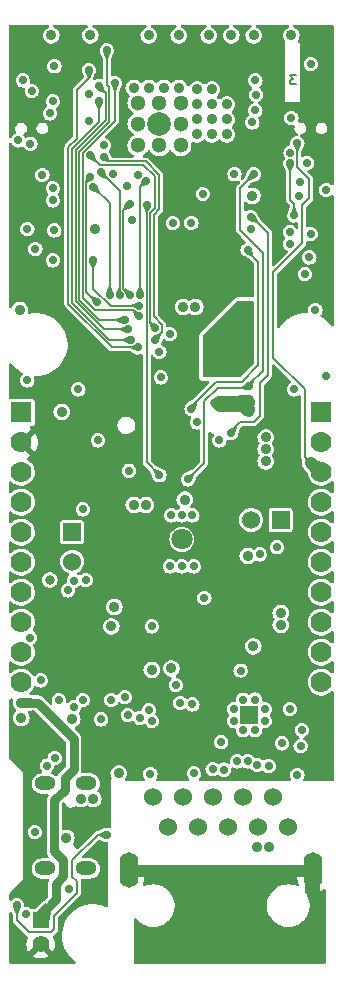
<source format=gbr>
%TF.GenerationSoftware,KiCad,Pcbnew,7.0.9-7.0.9~ubuntu22.04.1*%
%TF.CreationDate,2025-02-21T13:43:35+02:00*%
%TF.ProjectId,ESP32-PoE_Rev_M,45535033-322d-4506-9f45-5f5265765f4d,M*%
%TF.SameCoordinates,PX55f9470PYa244870*%
%TF.FileFunction,Copper,L3,Inr*%
%TF.FilePolarity,Positive*%
%FSLAX46Y46*%
G04 Gerber Fmt 4.6, Leading zero omitted, Abs format (unit mm)*
G04 Created by KiCad (PCBNEW 7.0.9-7.0.9~ubuntu22.04.1) date 2025-02-21 13:43:35*
%MOMM*%
%LPD*%
G01*
G04 APERTURE LIST*
%ADD10C,0.190500*%
%TA.AperFunction,NonConductor*%
%ADD11C,0.190500*%
%TD*%
%TA.AperFunction,ComponentPad*%
%ADD12C,1.300000*%
%TD*%
%TA.AperFunction,ComponentPad*%
%ADD13C,2.000000*%
%TD*%
%TA.AperFunction,ComponentPad*%
%ADD14C,1.524000*%
%TD*%
%TA.AperFunction,ComponentPad*%
%ADD15O,1.600000X2.999999*%
%TD*%
%TA.AperFunction,ComponentPad*%
%ADD16R,1.524000X1.524000*%
%TD*%
%TA.AperFunction,ComponentPad*%
%ADD17O,1.800000X1.200000*%
%TD*%
%TA.AperFunction,ComponentPad*%
%ADD18C,1.800000*%
%TD*%
%TA.AperFunction,ComponentPad*%
%ADD19R,1.400000X1.400000*%
%TD*%
%TA.AperFunction,ComponentPad*%
%ADD20C,1.400000*%
%TD*%
%TA.AperFunction,ComponentPad*%
%ADD21R,1.778000X1.778000*%
%TD*%
%TA.AperFunction,ComponentPad*%
%ADD22C,1.778000*%
%TD*%
%TA.AperFunction,ComponentPad*%
%ADD23C,0.700000*%
%TD*%
%TA.AperFunction,ComponentPad*%
%ADD24R,1.600000X1.600000*%
%TD*%
%TA.AperFunction,ViaPad*%
%ADD25C,0.900000*%
%TD*%
%TA.AperFunction,ViaPad*%
%ADD26C,0.700000*%
%TD*%
%TA.AperFunction,ViaPad*%
%ADD27C,0.800000*%
%TD*%
%TA.AperFunction,Conductor*%
%ADD28C,0.152400*%
%TD*%
%TA.AperFunction,Conductor*%
%ADD29C,0.762000*%
%TD*%
%TA.AperFunction,Conductor*%
%ADD30C,1.016000*%
%TD*%
G04 APERTURE END LIST*
D10*
D11*
X24530999Y75446391D02*
X24059285Y75446391D01*
X24059285Y75446391D02*
X24313285Y75156105D01*
X24313285Y75156105D02*
X24204428Y75156105D01*
X24204428Y75156105D02*
X24131857Y75119819D01*
X24131857Y75119819D02*
X24095571Y75083534D01*
X24095571Y75083534D02*
X24059285Y75010962D01*
X24059285Y75010962D02*
X24059285Y74829534D01*
X24059285Y74829534D02*
X24095571Y74756962D01*
X24095571Y74756962D02*
X24131857Y74720676D01*
X24131857Y74720676D02*
X24204428Y74684391D01*
X24204428Y74684391D02*
X24422142Y74684391D01*
X24422142Y74684391D02*
X24494714Y74720676D01*
X24494714Y74720676D02*
X24530999Y74756962D01*
D12*
%TO.N,GND*%
%TO.C,U6*%
X11190000Y73132000D03*
X11190000Y71332000D03*
X11190000Y69532000D03*
X12990000Y73132000D03*
D13*
X12990000Y71332000D03*
D12*
X12990000Y69532000D03*
X14790000Y73132000D03*
X14790000Y71332000D03*
X14790000Y69532000D03*
%TD*%
D14*
%TO.N,Spare2*%
%TO.C,LAN_CON1*%
X23896000Y11804000D03*
%TO.N,Spare1*%
X22626000Y14344000D03*
%TO.N,GND*%
X21356000Y11804000D03*
X20086000Y14344000D03*
%TO.N,/RD-*%
X18816000Y11804000D03*
%TO.N,Net-(LAN_CON1-RCT)*%
X17546000Y14344000D03*
X16276000Y11804000D03*
%TO.N,/RD+*%
X15006000Y14344000D03*
%TO.N,/TD-*%
X13736000Y11804000D03*
%TO.N,/TD+*%
X12466000Y14344000D03*
D15*
%TO.N,Net-(LAN_CON1-Shield)*%
X25981000Y8204000D03*
X10381000Y8204000D03*
%TD*%
D14*
%TO.N,Spare1*%
%TO.C,C27*%
X20741000Y37816000D03*
D16*
%TO.N,GND*%
X23241000Y37816000D03*
%TD*%
D14*
%TO.N,+5VP*%
%TO.C,C25*%
X5608000Y34280000D03*
D16*
%TO.N,GND*%
X5608000Y36780000D03*
%TD*%
D17*
%TO.N,Net-(L3-Pad1)*%
%TO.C,USB-UART1*%
X3326000Y15508000D03*
X3326000Y8308000D03*
X6796000Y15508000D03*
X6796000Y8308000D03*
%TD*%
D18*
%TO.N,Net-(R28-Pad1)*%
%TO.C,U5*%
X14879000Y36165000D03*
%TD*%
D19*
%TO.N,Net-(U3-VBAT)*%
%TO.C,BAT1*%
X2920680Y3919700D03*
D20*
%TO.N,GND*%
X2923220Y1890240D03*
%TD*%
D21*
%TO.N,/GPI39*%
%TO.C,EXT2*%
X26690000Y46930000D03*
D22*
%TO.N,/GPI36\u005CU1RXD*%
X26690000Y44390000D03*
%TO.N,/GPI35*%
X26690000Y41850000D03*
%TO.N,/GPI34\u005CBUT1*%
X26690000Y39310000D03*
%TO.N,/GPIO33*%
X26690000Y36770000D03*
%TO.N,/GPIO32*%
X26690000Y34230000D03*
%TO.N,/GPIO16\u005CI2C-SCL*%
X26690000Y31690000D03*
%TO.N,/GPIO15\u005CHS2_CMD*%
X26690000Y29150000D03*
%TO.N,/GPIO14\u005CHS2_CLK*%
X26690000Y26610000D03*
%TO.N,/GPIO13\u005CI2C-SDA*%
X26690000Y24070000D03*
%TD*%
D21*
%TO.N,+5V*%
%TO.C,EXT1*%
X1290000Y46930000D03*
D22*
%TO.N,+3.3V*%
X1290000Y44390000D03*
%TO.N,GND*%
X1290000Y41850000D03*
%TO.N,/ESP_EN*%
X1290000Y39310000D03*
%TO.N,/GPIO0*%
X1290000Y36770000D03*
%TO.N,/GPIO1\u005CU0TXD*%
X1290000Y34230000D03*
%TO.N,/GPIO2\u005CHS2_DATA0*%
X1290000Y31690000D03*
%TO.N,/GPIO3\u005CU0RXD*%
X1290000Y29150000D03*
%TO.N,/GPIO4\u005CU1TXD*%
X1290000Y26610000D03*
%TO.N,/GPIO5\u005CSPI_CS*%
X1290000Y24070000D03*
%TD*%
D23*
%TO.N,GND*%
%TO.C,U4*%
X21094000Y22606000D03*
X20094000Y22606000D03*
X21894000Y21806000D03*
X19294000Y21806000D03*
D24*
X20594000Y21306000D03*
D23*
X21894000Y20806000D03*
X19294000Y20806000D03*
X21094000Y20006000D03*
X20094000Y20006000D03*
%TD*%
D18*
%TO.N,Spare2*%
%TO.C,U9*%
X17800000Y51913000D03*
%TD*%
D25*
%TO.N,+5V*%
X1290000Y21052000D03*
D26*
X5313542Y6599400D03*
D25*
X9164000Y30450000D03*
X4719000Y46960008D03*
%TO.N,GND*%
X10815000Y39086000D03*
D26*
X12212000Y16302200D03*
D25*
X15133000Y39543200D03*
X12085000Y78837000D03*
X14625000Y78837000D03*
X17165000Y78837000D03*
X19070000Y78837000D03*
X20975000Y78837000D03*
X20594000Y47976000D03*
X21991000Y44801000D03*
X21991000Y43785000D03*
X21991000Y42769000D03*
D26*
X26182000Y55596000D03*
D25*
X12085000Y74392000D03*
X14625000Y74392000D03*
X17419000Y74265000D03*
X17419000Y71725000D03*
X16149000Y72995000D03*
X16149000Y70455000D03*
X18689000Y70455000D03*
X18689000Y72995000D03*
X13355000Y74392000D03*
X16149000Y74265000D03*
X16149000Y71725000D03*
X17419000Y72995000D03*
X18689000Y71725000D03*
X17419000Y70455000D03*
X10815000Y74392000D03*
D26*
X27071000Y50008000D03*
X1036000Y69947000D03*
X8910000Y22576000D03*
D25*
X5100000Y10892000D03*
D26*
X909000Y6193000D03*
D25*
X3830000Y78837000D03*
D26*
X6116000Y48865000D03*
X3957000Y18766000D03*
D25*
X11831000Y39086000D03*
D26*
X12339000Y20798000D03*
D25*
X7513000Y62454000D03*
D26*
X1798000Y49627000D03*
D25*
X20848000Y65248000D03*
X20934360Y27109900D03*
X12339000Y25116000D03*
D26*
X5227000Y31847000D03*
X24023000Y61184000D03*
X9022293Y67138293D03*
X15895000Y16353000D03*
D27*
X17673000Y47722000D03*
D25*
X1163000Y55596000D03*
D26*
X12085000Y21687000D03*
X25039000Y20036000D03*
X1290000Y19909000D03*
D25*
X23261000Y28926000D03*
D26*
X2179000Y74138000D03*
D25*
X23261000Y29942000D03*
D26*
X14752000Y22322000D03*
D25*
X5608000Y20925000D03*
D27*
X3703000Y32736000D03*
D25*
X9545000Y16353000D03*
D26*
X25293000Y58644000D03*
D25*
X8180590Y8987000D03*
D26*
X3957000Y59787000D03*
D25*
X8180590Y9939502D03*
X24150000Y78837000D03*
X7132000Y78842000D03*
D26*
X25801000Y76424000D03*
X19339760Y67082390D03*
D25*
X20594000Y46960000D03*
D26*
%TO.N,Net-(ACT1-K)*%
X24658000Y16226000D03*
%TO.N,Net-(ACT1-A)*%
X15768000Y22195000D03*
D25*
%TO.N,Net-(U3-VBAT)*%
X1290000Y22322000D03*
D26*
%TO.N,/ESP_EN*%
X2052000Y69667600D03*
X4096224Y76226390D03*
D25*
%TO.N,Net-(LAN_CON1-Shield)*%
X13863000Y3018000D03*
X16784000Y3018000D03*
X11958000Y1367000D03*
X20848000Y1367000D03*
X15768000Y5304000D03*
X13482000Y8204000D03*
X19451000Y3018000D03*
X22372000Y3018000D03*
X15133000Y1367000D03*
X20721000Y5304000D03*
X18054000Y1367000D03*
X18054000Y5304000D03*
%TO.N,/+5V_USB*%
X8910000Y28799000D03*
X6370000Y14194000D03*
X7386000Y14194000D03*
D26*
%TO.N,Net-(U1-V3)*%
X11323000Y21052000D03*
X2941000Y24227000D03*
%TO.N,Net-(LAN_CON1-RCT)*%
X18206400Y18994600D03*
X23360000Y18900000D03*
%TO.N,Net-(D5-K)*%
X22930800Y35504600D03*
%TO.N,Net-(U4-NRST)*%
X24023000Y21814000D03*
%TO.N,Net-(D4-K)*%
X12974000Y52040000D03*
%TO.N,/D_Com*%
X3957000Y65883000D03*
X24912000Y66456011D03*
X5735000Y32682288D03*
D25*
%TO.N,Spare1*%
X22245000Y10130000D03*
X15006000Y55850000D03*
X21229000Y10130000D03*
X16022000Y55850000D03*
%TO.N,Spare2*%
X20340000Y52548000D03*
X20340000Y53564000D03*
X20340000Y51532000D03*
D26*
%TO.N,/GPIO33*%
X12593000Y54072000D03*
X7132000Y68677000D03*
%TO.N,/GPIO32*%
X24079390Y68917261D03*
X8275000Y69566000D03*
%TO.N,/GPI39*%
X3957000Y73249008D03*
X3957000Y64867000D03*
X27126388Y65756891D03*
%TO.N,Net-(D6-K)*%
X5735000Y21941000D03*
X8036608Y20925000D03*
%TO.N,Net-(D7-A)*%
X6497000Y22576000D03*
X10307000Y21299900D03*
%TO.N,Net-(D9-K)*%
X7767000Y44547000D03*
%TO.N,Net-(LNK1-K)*%
X14371000Y23846000D03*
%TO.N,Net-(LNK1-A)*%
X24939940Y18666940D03*
%TO.N,Net-(MICRO_SD1-DAT1{slash}RES)*%
X10225725Y66131419D03*
X16657000Y65431390D03*
%TO.N,Net-(MICRO_SD1-DAT0{slash}DO)*%
X11175491Y67038529D03*
X3068000Y67026000D03*
%TO.N,Net-(MICRO_SD1-CLK{slash}SCLK)*%
X20721000Y62454000D03*
X14117000Y62962000D03*
%TO.N,Net-(Q3-C)*%
X10408600Y41981600D03*
X6751000Y32736000D03*
X6497000Y38705000D03*
%TO.N,+3.3VLAN*%
X10688000Y63216000D03*
X19857400Y25065200D03*
D25*
X13990000Y25243000D03*
D26*
X25801000Y62037279D03*
%TO.N,/GPIO0*%
X1798000Y62431520D03*
X24023000Y62200000D03*
%TO.N,/GPI35*%
X909000Y5177000D03*
X8522896Y11143114D03*
X7005000Y71598000D03*
X24658000Y69693000D03*
%TO.N,Net-(U3-CHRGb)*%
X1680000Y4420000D03*
%TO.N,/D+*%
X4119370Y17663373D03*
%TO.N,Net-(L3-Pad1)*%
X2433000Y11400000D03*
%TO.N,/D-*%
X3462750Y17006753D03*
%TO.N,/GPI34\u005CBUT1*%
X25476390Y68042000D03*
X24404000Y48865000D03*
X7005000Y73884000D03*
X24150004Y71852000D03*
%TO.N,/GPIO2\u005CHS2_DATA0*%
X15697422Y47214000D03*
X20455194Y60687806D03*
X2483811Y60752189D03*
%TO.N,/GPI36\u005CU1RXD*%
X11277766Y55088008D03*
X9210469Y74829390D03*
%TO.N,/GPIO3\u005CU0RXD*%
X21168515Y73823514D03*
X3703000Y72233000D03*
%TO.N,/GPIO1\u005CU0TXD*%
X1417000Y75027000D03*
X21102000Y75027000D03*
X2038792Y27852090D03*
%TO.N,/GPIO4\u005CU1TXD*%
X12986700Y41595520D03*
X11958000Y64486000D03*
X12339000Y28799000D03*
%TO.N,/GPIO5\u005CSPI_CS*%
X20594000Y49119000D03*
X16784000Y31212000D03*
X20975000Y67082390D03*
X15387000Y41245000D03*
%TO.N,/GPIO15\u005CHS2_CMD*%
X15692802Y62962000D03*
X25674000Y60041000D03*
X13863000Y53564000D03*
%TO.N,/GPIO16\u005CI2C-SCL*%
X24051140Y68013860D03*
X12593000Y53056000D03*
X8256769Y68567609D03*
X24404000Y63597000D03*
%TO.N,/GPIO14\u005CHS2_CLK*%
X19070000Y45182000D03*
X20721000Y63470000D03*
%TO.N,/GPIO13\u005CI2C-SDA*%
X11277768Y55940413D03*
X16149000Y46071000D03*
X7380421Y59817836D03*
X18054000Y44547000D03*
X13101000Y49881000D03*
%TO.N,/GPIO27\u005CEMAC_RX_CRS_DV*%
X10463227Y64585951D03*
X10469449Y56865235D03*
%TO.N,/GPIO25\u005CEMAC_RXD0(RMII)*%
X9617142Y56878638D03*
X8015981Y67265412D03*
%TO.N,/GPIO18\u005CMDIO(RMII)*%
X11321819Y56873699D03*
X11873301Y66548972D03*
%TO.N,/GPIO26\u005CEMAC_RXD1(RMII)*%
X8764875Y56894355D03*
X7384392Y66010000D03*
%TO.N,/GPIO12\u005CPHY_PWR*%
X4084000Y62327000D03*
%TO.N,/GPIO22\u005CEMAC_TXD1(RMII)*%
X11196000Y52421000D03*
X7005000Y75916000D03*
%TO.N,/GPIO19\u005CEMAC_TXD0(RMII)*%
X20848000Y71471000D03*
X10561000Y53056000D03*
X7848768Y73291179D03*
%TO.N,/GPIO21\u005CEMAC_TX_EN(RMII)*%
X7855772Y74537051D03*
X10307000Y53945000D03*
X21102004Y72487000D03*
%TO.N,/GPIO23\u005CMDC(RMII)*%
X10037444Y54753669D03*
X8529000Y77567000D03*
%TO.N,/GPIO17\u005CEMAC_CLK_OUT_180*%
X24792110Y65248000D03*
X7078945Y66893467D03*
X7675360Y56266360D03*
%TO.N,/TD+*%
X17492660Y16708600D03*
X21279800Y17064200D03*
%TO.N,/TD-*%
X22245000Y16988000D03*
X18445160Y16680660D03*
%TO.N,/RD+*%
X19578000Y17369000D03*
%TO.N,/RD-*%
X20467000Y17369000D03*
%TO.N,Net-(R28-Pad1)*%
X14879000Y33879000D03*
X15895000Y33879000D03*
X13990000Y38197000D03*
X13863000Y33879000D03*
D25*
X20467000Y34768000D03*
D26*
X14879000Y38197000D03*
X15768000Y38197000D03*
%TO.N,+3.3V*%
X14117000Y52167000D03*
D27*
X15641000Y31085000D03*
D25*
X7005000Y77572000D03*
D26*
X9799000Y17877000D03*
X27078536Y66772000D03*
X4719000Y32659800D03*
X13355000Y56955381D03*
D25*
X12339000Y23846000D03*
X7942260Y40716680D03*
X6370000Y46833000D03*
D26*
X19832000Y57120000D03*
X909000Y66137000D03*
D25*
X3830000Y77610610D03*
X12339000Y22830000D03*
D26*
%TO.N,Net-(U5-EN)*%
X21483000Y34895000D03*
%TO.N,Net-(U1-CTS#)*%
X10053000Y22830000D03*
X4465000Y22576000D03*
%TD*%
D28*
%TO.N,/GPIO5\u005CSPI_CS*%
X20594000Y49119000D02*
X20594000Y49309500D01*
X20594000Y49309500D02*
X21737000Y50452500D01*
X21737000Y50452500D02*
X21737000Y60422000D01*
X19832000Y62327000D02*
X19832000Y65939390D01*
X21737000Y60422000D02*
X19832000Y62327000D01*
X19832000Y65939390D02*
X20975000Y67082390D01*
%TO.N,/GPI35*%
X25801000Y42642000D02*
X25293000Y43150000D01*
X24658000Y67661000D02*
X24658000Y69693000D01*
X25293000Y43150000D02*
X25293000Y48865000D01*
X25674000Y65062636D02*
X25674000Y66645000D01*
X25293000Y48865000D02*
X22626000Y51532000D01*
X22626000Y51532000D02*
X22626000Y58771000D01*
X22626000Y58771000D02*
X25089800Y61234800D01*
X25674000Y66645000D02*
X24658000Y67661000D01*
X25089800Y61234800D02*
X25089800Y64478436D01*
X25089800Y64478436D02*
X25674000Y65062636D01*
%TO.N,/GPIO16\u005CI2C-SCL*%
X24404000Y63597000D02*
X24404000Y64542280D01*
X24404000Y64542280D02*
X24051140Y64895140D01*
X24051140Y64895140D02*
X24051140Y68013860D01*
%TO.N,/GPIO14\u005CHS2_CLK*%
X20721000Y63470000D02*
X20848000Y63470000D01*
X22168800Y50058800D02*
X21483000Y49373000D01*
X20848000Y63470000D02*
X22168800Y62149200D01*
X21483000Y46579000D02*
X20975000Y46071000D01*
X22168800Y62149200D02*
X22168800Y50058800D01*
X21483000Y49373000D02*
X21483000Y46579000D01*
X20975000Y46071000D02*
X19832000Y46071000D01*
X19832000Y46071000D02*
X19070000Y45309000D01*
X19070000Y45309000D02*
X19070000Y45182000D01*
D29*
%TO.N,GND*%
X17927000Y47976000D02*
X20594000Y47976000D01*
X20213000Y47341000D02*
X20594000Y46960000D01*
X20594000Y46960000D02*
X20594000Y47976000D01*
X18054000Y47341000D02*
X20213000Y47341000D01*
X17673000Y47722000D02*
X17927000Y47976000D01*
X17673000Y47722000D02*
X18054000Y47341000D01*
%TO.N,Net-(U3-VBAT)*%
X5735000Y19274000D02*
X2687000Y22322000D01*
X4973000Y14956000D02*
X4973000Y15972000D01*
X4084000Y9749000D02*
X4084000Y14067000D01*
X4846000Y7653500D02*
X4846000Y8987000D01*
X4846000Y8987000D02*
X4084000Y9749000D01*
X2920680Y3919700D02*
X2920680Y4394680D01*
X2687000Y22322000D02*
X1290000Y22322000D01*
X4084000Y14067000D02*
X4973000Y14956000D01*
X4211000Y7018500D02*
X4846000Y7653500D01*
X4211000Y5685000D02*
X4211000Y7018500D01*
X2920680Y4394680D02*
X4211000Y5685000D01*
X5735000Y16734000D02*
X5735000Y19274000D01*
X4973000Y15972000D02*
X5735000Y16734000D01*
D28*
%TO.N,/GPIO33*%
X11627811Y67864189D02*
X7944811Y67864189D01*
X12593000Y66899000D02*
X11627811Y67864189D01*
X12593000Y64232000D02*
X12593000Y66899000D01*
X12593000Y54072000D02*
X12205231Y54459769D01*
X12205231Y63844231D02*
X12593000Y64232000D01*
X12205231Y54459769D02*
X12205231Y63844231D01*
X7944811Y67864189D02*
X7132000Y68677000D01*
%TO.N,/GPI35*%
X4084000Y4288000D02*
X4084000Y3145000D01*
X3830000Y2891000D02*
X1925000Y2891000D01*
X8522896Y11143114D02*
X7764114Y11143114D01*
X5608000Y8987000D02*
X5608000Y7590000D01*
D30*
X26690000Y41850000D02*
X26593000Y41850000D01*
D28*
X5989000Y6193000D02*
X4084000Y4288000D01*
X909000Y3907000D02*
X909000Y5177000D01*
D30*
X26593000Y41850000D02*
X25801000Y42642000D01*
D28*
X1925000Y2891000D02*
X909000Y3907000D01*
X7764114Y11143114D02*
X5608000Y8987000D01*
X5989000Y7209000D02*
X5989000Y6193000D01*
X5608000Y7590000D02*
X5989000Y7209000D01*
X4084000Y3145000D02*
X3830000Y2891000D01*
%TO.N,/GPIO2\u005CHS2_DATA0*%
X15697422Y47214000D02*
X15697422Y47397422D01*
X17800000Y49500000D02*
X19959000Y49500000D01*
X19959000Y49500000D02*
X21356000Y50897000D01*
X21356000Y50897000D02*
X21356000Y59660000D01*
X21356000Y59660000D02*
X20455194Y60560806D01*
X20455194Y60560806D02*
X20455194Y60687806D01*
X15697422Y47397422D02*
X17800000Y49500000D01*
%TO.N,/GPI36\u005CU1RXD*%
X9210469Y71596672D02*
X9210469Y74829390D01*
X6497009Y56588381D02*
X6497009Y68883212D01*
X7489390Y55596000D02*
X6497009Y56588381D01*
X11277766Y55088008D02*
X10769774Y55596000D01*
X6497009Y68883212D02*
X9210469Y71596672D01*
X10769774Y55596000D02*
X7489390Y55596000D01*
%TO.N,/GPIO4\u005CU1TXD*%
X11900420Y64428420D02*
X11958000Y64486000D01*
X12986700Y41595520D02*
X11900420Y42681800D01*
X11900420Y42681800D02*
X11900420Y64428420D01*
%TO.N,/GPIO5\u005CSPI_CS*%
X16784000Y47849000D02*
X17927000Y48992000D01*
X15387000Y41245000D02*
X16784000Y42642000D01*
X20467000Y48992000D02*
X20594000Y49119000D01*
X16784000Y42642000D02*
X16784000Y47849000D01*
X17927000Y48992000D02*
X20467000Y48992000D01*
%TO.N,/GPIO16\u005CI2C-SCL*%
X11831000Y68169000D02*
X8655378Y68169000D01*
X12593000Y53056000D02*
X13228000Y53691000D01*
X12510042Y63641042D02*
X12974000Y64105000D01*
X12974000Y64105000D02*
X12974000Y67026000D01*
X12974000Y67026000D02*
X11831000Y68169000D01*
X8655378Y68169000D02*
X8256769Y68567609D01*
X12510042Y55043958D02*
X12510042Y63641042D01*
X13228000Y53691000D02*
X13228000Y54326000D01*
X13228000Y54326000D02*
X12510042Y55043958D01*
%TO.N,/GPIO13\u005CI2C-SDA*%
X7380421Y57404979D02*
X8844987Y55940413D01*
X7380421Y59817836D02*
X7380421Y57404979D01*
X8844987Y55940413D02*
X11277768Y55940413D01*
%TO.N,/GPIO27\u005CEMAC_RX_CRS_DV*%
X9926000Y64048724D02*
X9926000Y57408684D01*
X10463227Y64585951D02*
X9926000Y64048724D01*
X9926000Y57408684D02*
X10469449Y56865235D01*
%TO.N,/GPIO25\u005CEMAC_RXD0(RMII)*%
X9617142Y65664251D02*
X9617142Y56878638D01*
X8015981Y67265412D02*
X9617142Y65664251D01*
%TO.N,/GPIO18\u005CMDIO(RMII)*%
X11321819Y65997490D02*
X11321819Y56873699D01*
X11873301Y66548972D02*
X11321819Y65997490D01*
%TO.N,/GPIO26\u005CEMAC_RXD1(RMII)*%
X7384392Y66010000D02*
X8764875Y64629517D01*
X8764875Y64629517D02*
X8764875Y56894355D01*
%TO.N,/GPIO22\u005CEMAC_TXD1(RMII)*%
X5277765Y69388236D02*
X5277765Y56083357D01*
X5277765Y56083357D02*
X8940122Y52421000D01*
X8940122Y52421000D02*
X11196000Y52421000D01*
X7005000Y75916000D02*
X7005000Y75217500D01*
X7005000Y75217500D02*
X5989000Y74201500D01*
X5989000Y74201500D02*
X5989000Y70099471D01*
X5989000Y70099471D02*
X5277765Y69388236D01*
%TO.N,/GPIO19\u005CEMAC_TXD0(RMII)*%
X5582576Y56209613D02*
X8736189Y53056000D01*
X7848768Y73291179D02*
X7848768Y71528172D01*
X8736189Y53056000D02*
X10561000Y53056000D01*
X7848768Y71528172D02*
X5582576Y69261980D01*
X5582576Y69261980D02*
X5582576Y56209613D01*
%TO.N,/GPIO21\u005CEMAC_TX_EN(RMII)*%
X8427378Y71675715D02*
X8427378Y73965445D01*
X8278256Y53945000D02*
X5887387Y56335869D01*
X8427378Y73965445D02*
X7855772Y74537051D01*
X5887387Y69135724D02*
X8427378Y71675715D01*
X5887387Y56335869D02*
X5887387Y69135724D01*
X10307000Y53945000D02*
X8278256Y53945000D01*
%TO.N,/GPIO23\u005CMDC(RMII)*%
X10037444Y54753669D02*
X7900654Y54753669D01*
X8732189Y74475479D02*
X8529000Y74678668D01*
X6192198Y69009468D02*
X8732189Y71549459D01*
X8529000Y74678668D02*
X8529000Y77567000D01*
X7900654Y54753669D02*
X6192198Y56462125D01*
X6192198Y56462125D02*
X6192198Y69009468D01*
X8732189Y71549459D02*
X8732189Y74475479D01*
%TO.N,/GPIO17\u005CEMAC_CLK_OUT_180*%
X6801811Y57139909D02*
X7675360Y56266360D01*
X6801811Y66616333D02*
X6801811Y57139909D01*
X7078945Y66893467D02*
X6801811Y66616333D01*
%TD*%
%TA.AperFunction,Conductor*%
%TO.N,Net-(LAN_CON1-Shield)*%
G36*
X25681000Y7476198D02*
G01*
X25696412Y7393750D01*
X25755457Y7298390D01*
X25844962Y7230799D01*
X25952840Y7200105D01*
X26064521Y7210454D01*
X26164922Y7260448D01*
X26240484Y7343334D01*
X26281000Y7447920D01*
X26281000Y8611756D01*
X26616000Y8611756D01*
X26616000Y6356890D01*
X26637495Y6366912D01*
X26637499Y6366914D01*
X26824974Y6498186D01*
X26824980Y6498191D01*
X26855905Y6529115D01*
X26918217Y6563141D01*
X26989032Y6558076D01*
X27045868Y6515529D01*
X27070679Y6449009D01*
X27071000Y6440020D01*
X27071000Y380500D01*
X27050998Y312379D01*
X26997342Y265886D01*
X26945000Y254500D01*
X10941000Y254500D01*
X10872879Y274502D01*
X10826386Y328158D01*
X10815000Y380500D01*
X10815000Y3966600D01*
X10835002Y4034721D01*
X10888658Y4081214D01*
X10958932Y4091318D01*
X11023512Y4061824D01*
X11045105Y4037579D01*
X11052483Y4026758D01*
X11236278Y3828674D01*
X11447542Y3660197D01*
X11447545Y3660195D01*
X11681559Y3525087D01*
X11681563Y3525085D01*
X11770603Y3490140D01*
X11933096Y3426366D01*
X12196538Y3366237D01*
X12349447Y3354779D01*
X12398541Y3351099D01*
X12398544Y3351099D01*
X12533459Y3351099D01*
X12578873Y3354503D01*
X12735462Y3366237D01*
X12998904Y3426366D01*
X13215561Y3511398D01*
X13250436Y3525085D01*
X13250440Y3525087D01*
X13250439Y3525087D01*
X13250443Y3525088D01*
X13484458Y3660197D01*
X13695722Y3828674D01*
X13879517Y4026758D01*
X14031736Y4250022D01*
X14031739Y4250028D01*
X14148975Y4493471D01*
X14148982Y4493489D01*
X14228624Y4751682D01*
X14228624Y4751683D01*
X14228627Y4751692D01*
X14268901Y5018891D01*
X22093099Y5018891D01*
X22132706Y4756120D01*
X22133373Y4751694D01*
X22133375Y4751682D01*
X22213017Y4493489D01*
X22213024Y4493471D01*
X22330260Y4250028D01*
X22330265Y4250020D01*
X22477054Y4034721D01*
X22482483Y4026758D01*
X22666278Y3828674D01*
X22877542Y3660197D01*
X22877545Y3660195D01*
X23111559Y3525087D01*
X23111563Y3525085D01*
X23200603Y3490140D01*
X23363096Y3426366D01*
X23626538Y3366237D01*
X23779447Y3354779D01*
X23828541Y3351099D01*
X23828544Y3351099D01*
X23963459Y3351099D01*
X24008873Y3354503D01*
X24165462Y3366237D01*
X24428904Y3426366D01*
X24645561Y3511398D01*
X24680436Y3525085D01*
X24680440Y3525087D01*
X24680439Y3525087D01*
X24680443Y3525088D01*
X24914458Y3660197D01*
X25125722Y3828674D01*
X25309517Y4026758D01*
X25461736Y4250022D01*
X25461739Y4250028D01*
X25578975Y4493471D01*
X25578982Y4493489D01*
X25658624Y4751682D01*
X25658624Y4751683D01*
X25658627Y4751692D01*
X25698901Y5018891D01*
X25698901Y5289109D01*
X25658627Y5556308D01*
X25651370Y5579836D01*
X25578982Y5814512D01*
X25578975Y5814530D01*
X25461739Y6057973D01*
X25461738Y6057974D01*
X25461737Y6057975D01*
X25461736Y6057978D01*
X25357831Y6210378D01*
X25335985Y6277928D01*
X25346000Y6315822D01*
X25346000Y7569000D01*
X24673000Y7569000D01*
X24673000Y7446897D01*
X24687951Y7275999D01*
X24747186Y7054933D01*
X24747188Y7054927D01*
X24784165Y6975630D01*
X24794826Y6905438D01*
X24765846Y6840625D01*
X24706426Y6801769D01*
X24635432Y6801206D01*
X24623938Y6805090D01*
X24428903Y6881635D01*
X24165465Y6941763D01*
X23963459Y6956901D01*
X23963456Y6956901D01*
X23828544Y6956901D01*
X23828541Y6956901D01*
X23626534Y6941763D01*
X23363099Y6881635D01*
X23111563Y6782916D01*
X23111559Y6782914D01*
X22877545Y6647806D01*
X22666277Y6479325D01*
X22482482Y6281241D01*
X22482478Y6281236D01*
X22330265Y6057981D01*
X22330260Y6057973D01*
X22213024Y5814530D01*
X22213017Y5814512D01*
X22133375Y5556319D01*
X22133373Y5556310D01*
X22133373Y5556308D01*
X22093099Y5289109D01*
X22093099Y5018891D01*
X14268901Y5018891D01*
X14268901Y5289109D01*
X14228627Y5556308D01*
X14221370Y5579836D01*
X14148982Y5814512D01*
X14148975Y5814530D01*
X14031739Y6057973D01*
X14031734Y6057981D01*
X13913723Y6231071D01*
X13879517Y6281242D01*
X13695722Y6479326D01*
X13484458Y6647803D01*
X13484457Y6647804D01*
X13484454Y6647806D01*
X13250440Y6782914D01*
X13250436Y6782916D01*
X13077550Y6850768D01*
X12998904Y6881634D01*
X12998900Y6881635D01*
X12735465Y6941763D01*
X12533459Y6956901D01*
X12533456Y6956901D01*
X12398544Y6956901D01*
X12398541Y6956901D01*
X12196534Y6941763D01*
X11933097Y6881635D01*
X11933096Y6881635D01*
X11738061Y6805090D01*
X11667342Y6798822D01*
X11604460Y6831784D01*
X11569381Y6893509D01*
X11573242Y6964400D01*
X11577835Y6975631D01*
X11614809Y7054923D01*
X11614813Y7054933D01*
X11674048Y7275999D01*
X11689000Y7446897D01*
X11689000Y7569000D01*
X10681000Y7569000D01*
X10681000Y8611756D01*
X25681000Y8611756D01*
X25681000Y7476198D01*
G37*
%TD.AperFunction*%
%TA.AperFunction,Conductor*%
G36*
X10081000Y7569000D02*
G01*
X9872000Y7569000D01*
X9803879Y7589002D01*
X9757386Y7642658D01*
X9746000Y7695000D01*
X9746000Y8611756D01*
X10081000Y8611756D01*
X10081000Y7569000D01*
G37*
%TD.AperFunction*%
%TD*%
%TA.AperFunction,Conductor*%
%TO.N,+3.3V*%
G36*
X3604768Y79725498D02*
G01*
X3651261Y79671842D01*
X3661365Y79601568D01*
X3631871Y79536988D01*
X3585010Y79504259D01*
X3585094Y79504099D01*
X3583839Y79503441D01*
X3581333Y79501690D01*
X3578343Y79500557D01*
X3426862Y79421053D01*
X3426853Y79421046D01*
X3298802Y79307603D01*
X3298799Y79307600D01*
X3201616Y79166805D01*
X3140947Y79006834D01*
X3120326Y78837003D01*
X3120326Y78836998D01*
X3140947Y78667167D01*
X3201616Y78507196D01*
X3298799Y78366401D01*
X3298802Y78366398D01*
X3426853Y78252955D01*
X3426862Y78252948D01*
X3459322Y78235912D01*
X3578346Y78173443D01*
X3744458Y78132500D01*
X3744459Y78132500D01*
X3915541Y78132500D01*
X3915542Y78132500D01*
X4081654Y78173443D01*
X4233141Y78252950D01*
X4361199Y78366399D01*
X4458385Y78507198D01*
X4519052Y78667164D01*
X4539674Y78837000D01*
X4519052Y79006836D01*
X4458385Y79166802D01*
X4361199Y79307601D01*
X4361197Y79307603D01*
X4233146Y79421046D01*
X4233137Y79421053D01*
X4081656Y79500557D01*
X4078667Y79501690D01*
X4076795Y79503108D01*
X4074906Y79504099D01*
X4075070Y79504414D01*
X4022068Y79544551D01*
X3997626Y79611208D01*
X4013102Y79680497D01*
X4063581Y79730420D01*
X4123353Y79745500D01*
X6826317Y79745500D01*
X6894438Y79725498D01*
X6940931Y79671842D01*
X6951035Y79601568D01*
X6921541Y79536988D01*
X6884873Y79507933D01*
X6728859Y79426051D01*
X6728853Y79426046D01*
X6600802Y79312603D01*
X6600799Y79312600D01*
X6503616Y79171805D01*
X6442947Y79011834D01*
X6422326Y78842003D01*
X6422326Y78841998D01*
X6442947Y78672167D01*
X6503616Y78512196D01*
X6600799Y78371401D01*
X6600802Y78371398D01*
X6728853Y78257955D01*
X6728862Y78257948D01*
X6797352Y78222002D01*
X6880346Y78178443D01*
X7046458Y78137500D01*
X7046459Y78137500D01*
X7217541Y78137500D01*
X7217542Y78137500D01*
X7383654Y78178443D01*
X7535141Y78257950D01*
X7663199Y78371399D01*
X7760385Y78512198D01*
X7821052Y78672164D01*
X7841674Y78842000D01*
X7821052Y79011836D01*
X7760385Y79171802D01*
X7666651Y79307600D01*
X7663200Y79312600D01*
X7663197Y79312603D01*
X7535146Y79426046D01*
X7535140Y79426051D01*
X7379127Y79507933D01*
X7328105Y79557301D01*
X7311873Y79626417D01*
X7335585Y79693337D01*
X7391712Y79736814D01*
X7437683Y79745500D01*
X11791647Y79745500D01*
X11859768Y79725498D01*
X11906261Y79671842D01*
X11916365Y79601568D01*
X11886871Y79536988D01*
X11840010Y79504259D01*
X11840094Y79504099D01*
X11838839Y79503441D01*
X11836333Y79501690D01*
X11833343Y79500557D01*
X11681862Y79421053D01*
X11681853Y79421046D01*
X11553802Y79307603D01*
X11553799Y79307600D01*
X11456616Y79166805D01*
X11395947Y79006834D01*
X11375326Y78837003D01*
X11375326Y78836998D01*
X11395947Y78667167D01*
X11456616Y78507196D01*
X11553799Y78366401D01*
X11553802Y78366398D01*
X11681853Y78252955D01*
X11681862Y78252948D01*
X11714322Y78235912D01*
X11833346Y78173443D01*
X11999458Y78132500D01*
X11999459Y78132500D01*
X12170541Y78132500D01*
X12170542Y78132500D01*
X12336654Y78173443D01*
X12488141Y78252950D01*
X12616199Y78366399D01*
X12713385Y78507198D01*
X12774052Y78667164D01*
X12794674Y78837000D01*
X12774052Y79006836D01*
X12713385Y79166802D01*
X12616199Y79307601D01*
X12616197Y79307603D01*
X12488146Y79421046D01*
X12488137Y79421053D01*
X12336656Y79500557D01*
X12333667Y79501690D01*
X12331795Y79503108D01*
X12329906Y79504099D01*
X12330070Y79504414D01*
X12277068Y79544551D01*
X12252626Y79611208D01*
X12268102Y79680497D01*
X12318581Y79730420D01*
X12378353Y79745500D01*
X14331647Y79745500D01*
X14399768Y79725498D01*
X14446261Y79671842D01*
X14456365Y79601568D01*
X14426871Y79536988D01*
X14380010Y79504259D01*
X14380094Y79504099D01*
X14378839Y79503441D01*
X14376333Y79501690D01*
X14373343Y79500557D01*
X14221862Y79421053D01*
X14221853Y79421046D01*
X14093802Y79307603D01*
X14093799Y79307600D01*
X13996616Y79166805D01*
X13935947Y79006834D01*
X13915326Y78837003D01*
X13915326Y78836998D01*
X13935947Y78667167D01*
X13996616Y78507196D01*
X14093799Y78366401D01*
X14093802Y78366398D01*
X14221853Y78252955D01*
X14221862Y78252948D01*
X14254322Y78235912D01*
X14373346Y78173443D01*
X14539458Y78132500D01*
X14539459Y78132500D01*
X14710541Y78132500D01*
X14710542Y78132500D01*
X14876654Y78173443D01*
X15028141Y78252950D01*
X15156199Y78366399D01*
X15253385Y78507198D01*
X15314052Y78667164D01*
X15334674Y78837000D01*
X15314052Y79006836D01*
X15253385Y79166802D01*
X15156199Y79307601D01*
X15156197Y79307603D01*
X15028146Y79421046D01*
X15028137Y79421053D01*
X14876656Y79500557D01*
X14873667Y79501690D01*
X14871795Y79503108D01*
X14869906Y79504099D01*
X14870070Y79504414D01*
X14817068Y79544551D01*
X14792626Y79611208D01*
X14808102Y79680497D01*
X14858581Y79730420D01*
X14918353Y79745500D01*
X16871647Y79745500D01*
X16939768Y79725498D01*
X16986261Y79671842D01*
X16996365Y79601568D01*
X16966871Y79536988D01*
X16920010Y79504259D01*
X16920094Y79504099D01*
X16918839Y79503441D01*
X16916333Y79501690D01*
X16913343Y79500557D01*
X16761862Y79421053D01*
X16761853Y79421046D01*
X16633802Y79307603D01*
X16633799Y79307600D01*
X16536616Y79166805D01*
X16475947Y79006834D01*
X16455326Y78837003D01*
X16455326Y78836998D01*
X16475947Y78667167D01*
X16536616Y78507196D01*
X16633799Y78366401D01*
X16633802Y78366398D01*
X16761853Y78252955D01*
X16761862Y78252948D01*
X16794322Y78235912D01*
X16913346Y78173443D01*
X17079458Y78132500D01*
X17079459Y78132500D01*
X17250541Y78132500D01*
X17250542Y78132500D01*
X17416654Y78173443D01*
X17568141Y78252950D01*
X17696199Y78366399D01*
X17793385Y78507198D01*
X17854052Y78667164D01*
X17874674Y78837000D01*
X17854052Y79006836D01*
X17793385Y79166802D01*
X17696199Y79307601D01*
X17696197Y79307603D01*
X17568146Y79421046D01*
X17568137Y79421053D01*
X17416656Y79500557D01*
X17413667Y79501690D01*
X17411795Y79503108D01*
X17409906Y79504099D01*
X17410070Y79504414D01*
X17357068Y79544551D01*
X17332626Y79611208D01*
X17348102Y79680497D01*
X17398581Y79730420D01*
X17458353Y79745500D01*
X18776647Y79745500D01*
X18844768Y79725498D01*
X18891261Y79671842D01*
X18901365Y79601568D01*
X18871871Y79536988D01*
X18825010Y79504259D01*
X18825094Y79504099D01*
X18823839Y79503441D01*
X18821333Y79501690D01*
X18818343Y79500557D01*
X18666862Y79421053D01*
X18666853Y79421046D01*
X18538802Y79307603D01*
X18538799Y79307600D01*
X18441616Y79166805D01*
X18380947Y79006834D01*
X18360326Y78837003D01*
X18360326Y78836998D01*
X18380947Y78667167D01*
X18441616Y78507196D01*
X18538799Y78366401D01*
X18538802Y78366398D01*
X18666853Y78252955D01*
X18666862Y78252948D01*
X18699322Y78235912D01*
X18818346Y78173443D01*
X18984458Y78132500D01*
X18984459Y78132500D01*
X19155541Y78132500D01*
X19155542Y78132500D01*
X19321654Y78173443D01*
X19473141Y78252950D01*
X19601199Y78366399D01*
X19698385Y78507198D01*
X19759052Y78667164D01*
X19779674Y78837000D01*
X19759052Y79006836D01*
X19698385Y79166802D01*
X19601199Y79307601D01*
X19601197Y79307603D01*
X19473146Y79421046D01*
X19473137Y79421053D01*
X19321656Y79500557D01*
X19318667Y79501690D01*
X19316795Y79503108D01*
X19314906Y79504099D01*
X19315070Y79504414D01*
X19262068Y79544551D01*
X19237626Y79611208D01*
X19253102Y79680497D01*
X19303581Y79730420D01*
X19363353Y79745500D01*
X20681647Y79745500D01*
X20749768Y79725498D01*
X20796261Y79671842D01*
X20806365Y79601568D01*
X20776871Y79536988D01*
X20730010Y79504259D01*
X20730094Y79504099D01*
X20728839Y79503441D01*
X20726333Y79501690D01*
X20723343Y79500557D01*
X20571862Y79421053D01*
X20571853Y79421046D01*
X20443802Y79307603D01*
X20443799Y79307600D01*
X20346616Y79166805D01*
X20285947Y79006834D01*
X20265326Y78837003D01*
X20265326Y78836998D01*
X20285947Y78667167D01*
X20346616Y78507196D01*
X20443799Y78366401D01*
X20443802Y78366398D01*
X20571853Y78252955D01*
X20571862Y78252948D01*
X20604322Y78235912D01*
X20723346Y78173443D01*
X20889458Y78132500D01*
X20889459Y78132500D01*
X21060541Y78132500D01*
X21060542Y78132500D01*
X21226654Y78173443D01*
X21378141Y78252950D01*
X21506199Y78366399D01*
X21603385Y78507198D01*
X21664052Y78667164D01*
X21684674Y78837000D01*
X21664052Y79006836D01*
X21603385Y79166802D01*
X21506199Y79307601D01*
X21506197Y79307603D01*
X21378146Y79421046D01*
X21378137Y79421053D01*
X21226656Y79500557D01*
X21223667Y79501690D01*
X21221795Y79503108D01*
X21219906Y79504099D01*
X21220070Y79504414D01*
X21167068Y79544551D01*
X21142626Y79611208D01*
X21158102Y79680497D01*
X21208581Y79730420D01*
X21268353Y79745500D01*
X23856647Y79745500D01*
X23924768Y79725498D01*
X23971261Y79671842D01*
X23981365Y79601568D01*
X23951871Y79536988D01*
X23905010Y79504259D01*
X23905094Y79504099D01*
X23903839Y79503441D01*
X23901333Y79501690D01*
X23898343Y79500557D01*
X23746862Y79421053D01*
X23746853Y79421046D01*
X23618802Y79307603D01*
X23618799Y79307600D01*
X23521616Y79166805D01*
X23460947Y79006834D01*
X23440326Y78837003D01*
X23440326Y78836998D01*
X23460947Y78667167D01*
X23521616Y78507196D01*
X23618799Y78366401D01*
X23623853Y78360697D01*
X23622698Y78359675D01*
X23655806Y78306905D01*
X23655034Y78235912D01*
X23642000Y78214214D01*
X23642000Y78202000D01*
X23642000Y73185500D01*
X24912000Y73185500D01*
X24912000Y76424000D01*
X25191284Y76424000D01*
X25212060Y76266194D01*
X25272968Y76119143D01*
X25369865Y75992866D01*
X25496142Y75895969D01*
X25588872Y75857561D01*
X25643194Y75835060D01*
X25801000Y75814284D01*
X25958806Y75835060D01*
X26051536Y75873470D01*
X26105857Y75895969D01*
X26232134Y75992866D01*
X26329031Y76119143D01*
X26351530Y76173464D01*
X26389940Y76266194D01*
X26410716Y76424000D01*
X26389940Y76581806D01*
X26358577Y76657525D01*
X26329031Y76728858D01*
X26232134Y76855135D01*
X26105857Y76952032D01*
X25958806Y77012940D01*
X25801000Y77033716D01*
X25643193Y77012940D01*
X25496142Y76952032D01*
X25369865Y76855135D01*
X25272968Y76728858D01*
X25212060Y76581807D01*
X25191284Y76424000D01*
X24912000Y76424000D01*
X24912000Y78202000D01*
X24807795Y78202000D01*
X24739674Y78222002D01*
X24693181Y78275658D01*
X24683077Y78345932D01*
X24704099Y78399576D01*
X24778385Y78507198D01*
X24839052Y78667164D01*
X24859674Y78837000D01*
X24839052Y79006836D01*
X24778385Y79166802D01*
X24681199Y79307601D01*
X24681197Y79307603D01*
X24553146Y79421046D01*
X24553137Y79421053D01*
X24401656Y79500557D01*
X24398667Y79501690D01*
X24396795Y79503108D01*
X24394906Y79504099D01*
X24395070Y79504414D01*
X24342068Y79544551D01*
X24317626Y79611208D01*
X24333102Y79680497D01*
X24383581Y79730420D01*
X24443353Y79745500D01*
X27619500Y79745500D01*
X27687621Y79725498D01*
X27734114Y79671842D01*
X27745500Y79619500D01*
X27745500Y66299288D01*
X27725498Y66231167D01*
X27671842Y66184674D01*
X27601568Y66174570D01*
X27542796Y66199326D01*
X27431245Y66284923D01*
X27284194Y66345831D01*
X27126388Y66366607D01*
X26968581Y66345831D01*
X26821530Y66284923D01*
X26695253Y66188026D01*
X26598356Y66061749D01*
X26537448Y65914698D01*
X26516672Y65756891D01*
X26537448Y65599085D01*
X26598356Y65452034D01*
X26695253Y65325757D01*
X26821530Y65228860D01*
X26914260Y65190452D01*
X26968582Y65167951D01*
X27126388Y65147175D01*
X27284194Y65167951D01*
X27396563Y65214495D01*
X27431242Y65228859D01*
X27431242Y65228860D01*
X27431246Y65228861D01*
X27542796Y65314458D01*
X27609016Y65340058D01*
X27678564Y65325794D01*
X27729361Y65276193D01*
X27745500Y65214495D01*
X27745500Y54375213D01*
X27725498Y54307092D01*
X27671842Y54260599D01*
X27601568Y54250495D01*
X27536988Y54279989D01*
X27523815Y54293235D01*
X27326443Y54523608D01*
X27326442Y54523609D01*
X27084819Y54743877D01*
X26817960Y54932783D01*
X26817955Y54932786D01*
X26817946Y54932791D01*
X26677369Y55008280D01*
X26626817Y55058129D01*
X26611240Y55127396D01*
X26635585Y55194088D01*
X26636964Y55195922D01*
X26710030Y55291142D01*
X26770940Y55438194D01*
X26791716Y55596000D01*
X26770940Y55753806D01*
X26748439Y55808128D01*
X26710031Y55900858D01*
X26613134Y56027135D01*
X26486857Y56124032D01*
X26339806Y56184940D01*
X26182000Y56205716D01*
X26024193Y56184940D01*
X25877142Y56124032D01*
X25750865Y56027135D01*
X25653968Y55900858D01*
X25593060Y55753807D01*
X25572284Y55596001D01*
X25589143Y55467947D01*
X25578204Y55397798D01*
X25531076Y55344699D01*
X25464221Y55325500D01*
X25338335Y55325500D01*
X25250223Y55320066D01*
X25093668Y55310410D01*
X24772271Y55250331D01*
X24772270Y55250330D01*
X24460703Y55151214D01*
X24163698Y55014568D01*
X24163686Y55014562D01*
X24163683Y55014560D01*
X24111676Y54982360D01*
X23885699Y54842441D01*
X23885693Y54842437D01*
X23630975Y54637466D01*
X23630974Y54637466D01*
X23403369Y54402739D01*
X23403366Y54402735D01*
X23206341Y54141832D01*
X23191819Y54116678D01*
X23140436Y54067685D01*
X23070722Y54054250D01*
X23004811Y54080637D01*
X22963630Y54138469D01*
X22956700Y54179679D01*
X22956700Y58581831D01*
X22974954Y58644000D01*
X24683284Y58644000D01*
X24704060Y58486194D01*
X24764968Y58339143D01*
X24861865Y58212866D01*
X24988142Y58115969D01*
X25080872Y58077561D01*
X25135194Y58055060D01*
X25293000Y58034284D01*
X25450806Y58055060D01*
X25543536Y58093470D01*
X25597857Y58115969D01*
X25724134Y58212866D01*
X25821031Y58339143D01*
X25843530Y58393464D01*
X25881940Y58486194D01*
X25902716Y58644000D01*
X25881940Y58801806D01*
X25859439Y58856128D01*
X25821031Y58948858D01*
X25724134Y59075135D01*
X25597856Y59172032D01*
X25529078Y59200520D01*
X25473796Y59245068D01*
X25464619Y59272638D01*
X25446105Y59255400D01*
X25376237Y59242794D01*
X25373258Y59243150D01*
X25293001Y59253716D01*
X25293000Y59253716D01*
X25135193Y59232940D01*
X24988142Y59172032D01*
X24861865Y59075135D01*
X24764968Y58948858D01*
X24704060Y58801807D01*
X24683284Y58644000D01*
X22974954Y58644000D01*
X22976702Y58649952D01*
X22993600Y58670921D01*
X24363678Y60041000D01*
X25064284Y60041000D01*
X25085060Y59883194D01*
X25145968Y59736143D01*
X25242865Y59609866D01*
X25369142Y59512969D01*
X25437921Y59484481D01*
X25493202Y59439934D01*
X25502379Y59412363D01*
X25520895Y59429601D01*
X25590763Y59442207D01*
X25593692Y59441857D01*
X25674000Y59431284D01*
X25831806Y59452060D01*
X25924536Y59490470D01*
X25978857Y59512969D01*
X26105134Y59609866D01*
X26202031Y59736143D01*
X26235868Y59817836D01*
X26262940Y59883194D01*
X26283716Y60041000D01*
X26262940Y60198806D01*
X26240439Y60253128D01*
X26202031Y60345858D01*
X26105134Y60472135D01*
X25978857Y60569032D01*
X25831806Y60629940D01*
X25674000Y60650716D01*
X25516193Y60629940D01*
X25369142Y60569032D01*
X25242865Y60472135D01*
X25145968Y60345858D01*
X25085060Y60198807D01*
X25064284Y60041000D01*
X24363678Y60041000D01*
X25311495Y60988817D01*
X25315513Y60992499D01*
X25347039Y61018951D01*
X25367602Y61054570D01*
X25370553Y61059200D01*
X25394140Y61092883D01*
X25394140Y61092886D01*
X25396454Y61097847D01*
X25403476Y61114800D01*
X25405350Y61119948D01*
X25405351Y61119949D01*
X25412496Y61160481D01*
X25413673Y61165789D01*
X25424323Y61205533D01*
X25421461Y61238254D01*
X25420740Y61246499D01*
X25420500Y61251991D01*
X25420500Y61352010D01*
X25440502Y61420131D01*
X25494158Y61466624D01*
X25564432Y61476728D01*
X25594711Y61468421D01*
X25643194Y61448339D01*
X25801000Y61427563D01*
X25958806Y61448339D01*
X26068213Y61493656D01*
X26105857Y61509248D01*
X26232134Y61606145D01*
X26329031Y61732422D01*
X26356595Y61798970D01*
X26389940Y61879473D01*
X26410716Y62037279D01*
X26389940Y62195085D01*
X26359258Y62269160D01*
X26329031Y62342137D01*
X26232134Y62468414D01*
X26105857Y62565311D01*
X25958806Y62626219D01*
X25801000Y62646995D01*
X25643193Y62626219D01*
X25594717Y62606140D01*
X25524127Y62598551D01*
X25460640Y62630331D01*
X25424413Y62691390D01*
X25420500Y62722549D01*
X25420500Y64289266D01*
X25440502Y64357387D01*
X25457399Y64378356D01*
X25895707Y64816664D01*
X25899712Y64820334D01*
X25931239Y64846787D01*
X25951803Y64882406D01*
X25954744Y64887022D01*
X25978340Y64920720D01*
X25978341Y64920723D01*
X25980652Y64925678D01*
X25987678Y64942641D01*
X25989547Y64947779D01*
X25989551Y64947785D01*
X25996694Y64988305D01*
X25997873Y64993626D01*
X26008524Y65033369D01*
X26005471Y65068271D01*
X26004940Y65074344D01*
X26004700Y65079836D01*
X26004700Y66627802D01*
X26004940Y66633294D01*
X26006762Y66654126D01*
X26008524Y66674267D01*
X25997879Y66713990D01*
X25996693Y66719340D01*
X25989551Y66759851D01*
X25989550Y66759853D01*
X25987693Y66764957D01*
X25980640Y66781982D01*
X25978340Y66786915D01*
X25978340Y66786916D01*
X25954742Y66820617D01*
X25951805Y66825228D01*
X25931239Y66860849D01*
X25922486Y66868194D01*
X25899728Y66887291D01*
X25895685Y66890995D01*
X25549255Y67237425D01*
X25515229Y67299737D01*
X25520294Y67370552D01*
X25562841Y67427388D01*
X25621904Y67451442D01*
X25634196Y67453060D01*
X25731464Y67493349D01*
X25781247Y67513969D01*
X25907524Y67610866D01*
X26004421Y67737143D01*
X26034014Y67808590D01*
X26065330Y67884194D01*
X26086106Y68042000D01*
X26065330Y68199806D01*
X26042829Y68254128D01*
X26004421Y68346858D01*
X25907524Y68473135D01*
X25781247Y68570032D01*
X25634196Y68630940D01*
X25476390Y68651716D01*
X25318583Y68630940D01*
X25163901Y68566870D01*
X25162631Y68569935D01*
X25108694Y68556854D01*
X25041604Y68580081D01*
X24997722Y68635892D01*
X24988700Y68682711D01*
X24988700Y68901059D01*
X24999227Y68951477D01*
X25214493Y69444500D01*
X25216165Y69448416D01*
X25218644Y69460718D01*
X25225751Y69484041D01*
X25233639Y69503084D01*
X25246940Y69535194D01*
X25267716Y69693000D01*
X25246940Y69850806D01*
X25207096Y69947000D01*
X25186031Y69997858D01*
X25089134Y70124135D01*
X24962857Y70221032D01*
X24954128Y70224647D01*
X24898848Y70269196D01*
X24876428Y70336560D01*
X24893987Y70405351D01*
X24945950Y70453728D01*
X24984411Y70465772D01*
X25052140Y70475509D01*
X25183684Y70535583D01*
X25292974Y70630284D01*
X25371158Y70751940D01*
X25411899Y70890691D01*
X26206100Y70890691D01*
X26233488Y70797420D01*
X26246842Y70751940D01*
X26246843Y70751939D01*
X26315622Y70644916D01*
X26325026Y70630284D01*
X26434316Y70535583D01*
X26565860Y70475509D01*
X26673034Y70460100D01*
X26673037Y70460100D01*
X26744963Y70460100D01*
X26744966Y70460100D01*
X26852140Y70475509D01*
X26983684Y70535583D01*
X27092974Y70630284D01*
X27171158Y70751940D01*
X27211900Y70890694D01*
X27211900Y71035306D01*
X27171158Y71174060D01*
X27092974Y71295716D01*
X26983684Y71390417D01*
X26852140Y71450491D01*
X26744966Y71465900D01*
X26673034Y71465900D01*
X26595552Y71454760D01*
X26565859Y71450491D01*
X26434315Y71390417D01*
X26325025Y71295716D01*
X26246843Y71174062D01*
X26246842Y71174060D01*
X26206100Y71035310D01*
X26206100Y70890691D01*
X25411899Y70890691D01*
X25411900Y70890694D01*
X25411900Y71035306D01*
X25371158Y71174060D01*
X25292974Y71295716D01*
X25183684Y71390417D01*
X25052140Y71450491D01*
X24944966Y71465900D01*
X24873034Y71465900D01*
X24873033Y71465900D01*
X24848914Y71462433D01*
X24778640Y71472539D01*
X24724986Y71519033D01*
X24704986Y71587155D01*
X24714575Y71635363D01*
X24738944Y71694194D01*
X24759720Y71852000D01*
X24738944Y72009806D01*
X24698622Y72107154D01*
X24678035Y72156858D01*
X24581138Y72283135D01*
X24454861Y72380032D01*
X24307810Y72440940D01*
X24150004Y72461716D01*
X23992197Y72440940D01*
X23845146Y72380032D01*
X23718869Y72283135D01*
X23621972Y72156858D01*
X23561064Y72009807D01*
X23540288Y71852000D01*
X23561064Y71694194D01*
X23621972Y71547143D01*
X23718869Y71420866D01*
X23845146Y71323969D01*
X23937876Y71285561D01*
X23992198Y71263060D01*
X24150004Y71242284D01*
X24287754Y71260420D01*
X24357901Y71249481D01*
X24411000Y71202353D01*
X24430190Y71134000D01*
X24425095Y71100001D01*
X24406101Y71035314D01*
X24406100Y71035303D01*
X24406100Y70890691D01*
X24433488Y70797420D01*
X24446842Y70751940D01*
X24446843Y70751939D01*
X24515622Y70644916D01*
X24525026Y70630284D01*
X24634316Y70535583D01*
X24636305Y70534675D01*
X24637959Y70533242D01*
X24641897Y70530711D01*
X24641533Y70530146D01*
X24689964Y70488186D01*
X24709971Y70420067D01*
X24689974Y70351945D01*
X24636322Y70305448D01*
X24600419Y70295136D01*
X24500193Y70281940D01*
X24353142Y70221032D01*
X24226865Y70124135D01*
X24129968Y69997858D01*
X24069060Y69850807D01*
X24048284Y69693000D01*
X24048284Y69692998D01*
X24053852Y69650701D01*
X24042912Y69580552D01*
X23995784Y69527454D01*
X23945379Y69509334D01*
X23921584Y69506201D01*
X23921582Y69506201D01*
X23774532Y69445293D01*
X23648255Y69348396D01*
X23551358Y69222119D01*
X23490450Y69075068D01*
X23469674Y68917261D01*
X23490450Y68759455D01*
X23551357Y68612407D01*
X23551359Y68612404D01*
X23551360Y68612403D01*
X23591054Y68560673D01*
X23616655Y68494454D01*
X23602391Y68424905D01*
X23591055Y68407265D01*
X23523107Y68318715D01*
X23462200Y68171667D01*
X23441424Y68013860D01*
X23462200Y67856054D01*
X23462201Y67856050D01*
X23484710Y67801705D01*
X23491389Y67780418D01*
X23494720Y67765188D01*
X23604603Y67513525D01*
X23678890Y67343387D01*
X23709913Y67272337D01*
X23720440Y67221918D01*
X23720440Y64912340D01*
X23720200Y64906848D01*
X23716616Y64865874D01*
X23716616Y64865873D01*
X23727257Y64826156D01*
X23728447Y64820788D01*
X23735588Y64780291D01*
X23737439Y64775207D01*
X23744517Y64758119D01*
X23746798Y64753226D01*
X23770389Y64719534D01*
X23773343Y64714898D01*
X23793901Y64679291D01*
X23825410Y64652852D01*
X23829452Y64649148D01*
X23928522Y64550078D01*
X24025504Y64453096D01*
X24059530Y64390784D01*
X24054465Y64319969D01*
X24051882Y64313583D01*
X23940699Y64058940D01*
X23847506Y63845501D01*
X23845834Y63841585D01*
X23845832Y63841580D01*
X23843351Y63829272D01*
X23836246Y63805955D01*
X23815059Y63754805D01*
X23794284Y63597000D01*
X23815060Y63439194D01*
X23875968Y63292143D01*
X23972865Y63165866D01*
X24099142Y63068969D01*
X24167921Y63040481D01*
X24223202Y62995934D01*
X24232379Y62968363D01*
X24250895Y62985601D01*
X24320763Y62998207D01*
X24323692Y62997857D01*
X24404000Y62987284D01*
X24561806Y63008060D01*
X24584884Y63017620D01*
X24655471Y63025208D01*
X24718958Y62993429D01*
X24755186Y62932371D01*
X24759100Y62901210D01*
X24759100Y62604880D01*
X24739098Y62536759D01*
X24685442Y62490266D01*
X24615168Y62480162D01*
X24550588Y62509656D01*
X24533138Y62528175D01*
X24489745Y62584725D01*
X24454134Y62631134D01*
X24454132Y62631135D01*
X24454132Y62631136D01*
X24327856Y62728032D01*
X24259078Y62756520D01*
X24203796Y62801068D01*
X24194619Y62828638D01*
X24176105Y62811400D01*
X24106237Y62798794D01*
X24103258Y62799150D01*
X24023001Y62809716D01*
X24023000Y62809716D01*
X23865193Y62788940D01*
X23718142Y62728032D01*
X23591865Y62631135D01*
X23494968Y62504858D01*
X23434060Y62357807D01*
X23413284Y62200000D01*
X23434060Y62042194D01*
X23494968Y61895143D01*
X23591989Y61768704D01*
X23617590Y61702484D01*
X23603325Y61632935D01*
X23591989Y61615296D01*
X23494968Y61488858D01*
X23434060Y61341807D01*
X23413284Y61184000D01*
X23434060Y61026194D01*
X23494968Y60879143D01*
X23591865Y60752866D01*
X23676653Y60687806D01*
X23718142Y60655970D01*
X23773838Y60632901D01*
X23829118Y60588355D01*
X23851540Y60520992D01*
X23833983Y60452200D01*
X23814715Y60427397D01*
X22714595Y59327276D01*
X22652283Y59293251D01*
X22581468Y59298315D01*
X22524632Y59340862D01*
X22499821Y59407382D01*
X22499500Y59416371D01*
X22499500Y62132002D01*
X22499740Y62137494D01*
X22500955Y62151394D01*
X22503324Y62178467D01*
X22492679Y62218193D01*
X22491493Y62223539D01*
X22484351Y62264051D01*
X22484350Y62264053D01*
X22482491Y62269160D01*
X22475440Y62286183D01*
X22473141Y62291112D01*
X22473140Y62291117D01*
X22449547Y62324810D01*
X22446602Y62329432D01*
X22426039Y62365049D01*
X22416491Y62373061D01*
X22394528Y62391491D01*
X22390485Y62395195D01*
X21551349Y63234331D01*
X21530225Y63262370D01*
X21276405Y63720570D01*
X21273473Y63724953D01*
X21273893Y63725235D01*
X21259424Y63749762D01*
X21249030Y63774858D01*
X21249029Y63774859D01*
X21249029Y63774860D01*
X21152134Y63901135D01*
X21025857Y63998032D01*
X20878806Y64058940D01*
X20721000Y64079716D01*
X20563193Y64058940D01*
X20416145Y63998033D01*
X20365404Y63959097D01*
X20299183Y63933497D01*
X20229635Y63947762D01*
X20178839Y63997363D01*
X20162700Y64059060D01*
X20162700Y64633961D01*
X20182702Y64702082D01*
X20236358Y64748575D01*
X20306632Y64758679D01*
X20371212Y64729185D01*
X20372173Y64728344D01*
X20444859Y64663950D01*
X20444860Y64663950D01*
X20444862Y64663948D01*
X20492128Y64639141D01*
X20596346Y64584443D01*
X20762458Y64543500D01*
X20762459Y64543500D01*
X20933541Y64543500D01*
X20933542Y64543500D01*
X21099654Y64584443D01*
X21251141Y64663950D01*
X21379199Y64777399D01*
X21476385Y64918198D01*
X21537052Y65078164D01*
X21555350Y65228861D01*
X21557674Y65247998D01*
X21557674Y65248003D01*
X21542253Y65375000D01*
X21537052Y65417836D01*
X21476385Y65577802D01*
X21466436Y65592216D01*
X21379200Y65718600D01*
X21379197Y65718603D01*
X21251146Y65832046D01*
X21251137Y65832053D01*
X21099658Y65911555D01*
X21099656Y65911556D01*
X21099654Y65911557D01*
X21099652Y65911558D01*
X21099651Y65911558D01*
X20933543Y65952500D01*
X20933542Y65952500D01*
X20762458Y65952500D01*
X20762456Y65952500D01*
X20604553Y65913580D01*
X20533625Y65916699D01*
X20475642Y65957669D01*
X20449014Y66023483D01*
X20462195Y66093245D01*
X20485303Y66125014D01*
X20559615Y66199326D01*
X20648855Y66288566D01*
X20691946Y66316771D01*
X21192783Y66513174D01*
X21196706Y66514750D01*
X21207169Y66521701D01*
X21228675Y66533161D01*
X21279858Y66554360D01*
X21406134Y66651256D01*
X21451660Y66710586D01*
X21503031Y66777533D01*
X21526186Y66833436D01*
X21563940Y66924584D01*
X21584716Y67082390D01*
X21563940Y67240196D01*
X21529826Y67322556D01*
X21503031Y67387248D01*
X21406134Y67513525D01*
X21279857Y67610422D01*
X21132806Y67671330D01*
X20975000Y67692106D01*
X20817193Y67671330D01*
X20670142Y67610422D01*
X20543865Y67513525D01*
X20446969Y67387248D01*
X20424460Y67332905D01*
X20414128Y67313126D01*
X20405714Y67300001D01*
X20405712Y67299997D01*
X20209379Y66799338D01*
X20181171Y66756243D01*
X20079054Y66654126D01*
X20016742Y66620100D01*
X19945927Y66625165D01*
X19889091Y66667712D01*
X19864280Y66734232D01*
X19873550Y66791438D01*
X19890946Y66833436D01*
X19928700Y66924584D01*
X19949476Y67082390D01*
X19928700Y67240196D01*
X19894586Y67322556D01*
X19867791Y67387248D01*
X19770894Y67513525D01*
X19644617Y67610422D01*
X19497566Y67671330D01*
X19339760Y67692106D01*
X19181953Y67671330D01*
X19034902Y67610422D01*
X18908625Y67513525D01*
X18811728Y67387248D01*
X18750820Y67240197D01*
X18730044Y67082390D01*
X18750820Y66924584D01*
X18811728Y66777533D01*
X18908625Y66651256D01*
X19034902Y66554359D01*
X19107211Y66524409D01*
X19181954Y66493450D01*
X19339760Y66472674D01*
X19497566Y66493450D01*
X19630712Y66548600D01*
X19701301Y66556189D01*
X19764788Y66524409D01*
X19801015Y66463351D01*
X19798481Y66392400D01*
X19768024Y66343096D01*
X19610323Y66185394D01*
X19606270Y66181680D01*
X19574761Y66155240D01*
X19554198Y66119625D01*
X19551245Y66114991D01*
X19527662Y66081311D01*
X19525376Y66076408D01*
X19518287Y66059294D01*
X19516447Y66054238D01*
X19509306Y66013739D01*
X19508117Y66008373D01*
X19497476Y65968662D01*
X19497476Y65968658D01*
X19501060Y65927683D01*
X19501300Y65922191D01*
X19501300Y62344200D01*
X19501060Y62338708D01*
X19497476Y62297734D01*
X19497476Y62297733D01*
X19508117Y62258016D01*
X19509307Y62252648D01*
X19516448Y62212151D01*
X19518299Y62207067D01*
X19525377Y62189979D01*
X19527658Y62185086D01*
X19551249Y62151394D01*
X19554200Y62146763D01*
X19567228Y62124198D01*
X19574761Y62111151D01*
X19606270Y62084712D01*
X19610312Y62081008D01*
X19931612Y61759708D01*
X20246909Y61444411D01*
X20280935Y61382099D01*
X20275870Y61311284D01*
X20233323Y61254448D01*
X20206033Y61238908D01*
X20150338Y61215838D01*
X20150337Y61215838D01*
X20024059Y61118941D01*
X19927162Y60992664D01*
X19866254Y60845613D01*
X19845478Y60687806D01*
X19866254Y60530000D01*
X19927162Y60382949D01*
X20024059Y60256672D01*
X20150329Y60159781D01*
X20150336Y60159776D01*
X20175147Y60149499D01*
X20198903Y60135017D01*
X20199526Y60135919D01*
X20204617Y60132406D01*
X20204622Y60132402D01*
X20662824Y59878581D01*
X20690863Y59857457D01*
X20988395Y59559925D01*
X21022421Y59497613D01*
X21025300Y59470830D01*
X21025300Y56788292D01*
X21005298Y56720171D01*
X20951642Y56673678D01*
X20881369Y56663575D01*
X20848500Y56668300D01*
X19621881Y56668300D01*
X19621878Y56668300D01*
X19617208Y56668050D01*
X19605287Y56667411D01*
X19605279Y56667411D01*
X19605276Y56667410D01*
X19605274Y56667410D01*
X19582542Y56664967D01*
X19570243Y56663644D01*
X19563116Y56662794D01*
X19563115Y56662794D01*
X19454691Y56627463D01*
X19392380Y56593438D01*
X19321677Y56540508D01*
X19321671Y56540503D01*
X16468617Y53687448D01*
X16468616Y53687448D01*
X16457515Y53675089D01*
X16457516Y53675090D01*
X16457512Y53675085D01*
X16435396Y53647642D01*
X16433775Y53645583D01*
X16430955Y53642002D01*
X16379270Y53540350D01*
X16359271Y53472240D01*
X16359269Y53472231D01*
X16349775Y53406194D01*
X16346700Y53384808D01*
X16346700Y50006993D01*
X16348547Y49989817D01*
X16353478Y49943950D01*
X16353791Y49941045D01*
X16353792Y49941039D01*
X16365177Y49888702D01*
X16365177Y49888701D01*
X16376306Y49849893D01*
X16414371Y49784807D01*
X16433876Y49751455D01*
X16480369Y49697799D01*
X16525808Y49654956D01*
X16627458Y49603271D01*
X16695579Y49583269D01*
X16783000Y49570700D01*
X17098830Y49570700D01*
X17166951Y49550698D01*
X17213444Y49497042D01*
X17223548Y49426768D01*
X17194054Y49362188D01*
X17187940Y49355621D01*
X16208222Y48375903D01*
X15894158Y48061839D01*
X15873197Y48044945D01*
X15428522Y47759094D01*
X15408607Y47748676D01*
X15392569Y47742033D01*
X15392560Y47742028D01*
X15266286Y47645133D01*
X15169390Y47518858D01*
X15108482Y47371807D01*
X15087706Y47214000D01*
X15108482Y47056194D01*
X15169390Y46909143D01*
X15266287Y46782866D01*
X15392564Y46685969D01*
X15527192Y46630206D01*
X15539616Y46625060D01*
X15570808Y46620954D01*
X15635735Y46592233D01*
X15674828Y46532968D01*
X15675673Y46461977D01*
X15654326Y46419328D01*
X15620967Y46375855D01*
X15560060Y46228807D01*
X15539284Y46071000D01*
X15560060Y45913194D01*
X15620968Y45766143D01*
X15717865Y45639866D01*
X15844142Y45542969D01*
X15934604Y45505500D01*
X15991194Y45482060D01*
X16149000Y45461284D01*
X16306806Y45482060D01*
X16306806Y45482061D01*
X16310853Y45482593D01*
X16381002Y45471654D01*
X16434101Y45424526D01*
X16453300Y45357671D01*
X16453300Y42831172D01*
X16433298Y42763051D01*
X16416395Y42742076D01*
X15713146Y42038828D01*
X15670052Y42010621D01*
X15479997Y41936090D01*
X15169216Y41814217D01*
X15166095Y41812964D01*
X15165290Y41812640D01*
X15154814Y41805681D01*
X15133318Y41794229D01*
X15082147Y41773033D01*
X15082138Y41773028D01*
X14955864Y41676133D01*
X14858968Y41549858D01*
X14798060Y41402807D01*
X14777284Y41245000D01*
X14798060Y41087194D01*
X14858968Y40940143D01*
X14955865Y40813866D01*
X15082142Y40716969D01*
X15174872Y40678561D01*
X15229194Y40656060D01*
X15387000Y40635284D01*
X15544806Y40656060D01*
X15637536Y40694470D01*
X15691857Y40716969D01*
X15818134Y40813866D01*
X15909978Y40933558D01*
X15915030Y40940142D01*
X15937544Y40994499D01*
X15947873Y41014272D01*
X15956287Y41027395D01*
X16152620Y41528057D01*
X16180824Y41571146D01*
X17005695Y42396017D01*
X17009713Y42399699D01*
X17041239Y42426151D01*
X17061802Y42461770D01*
X17064753Y42466400D01*
X17088340Y42500083D01*
X17088340Y42500086D01*
X17090654Y42505047D01*
X17097676Y42522000D01*
X17099550Y42527148D01*
X17099551Y42527149D01*
X17106696Y42567681D01*
X17107873Y42572989D01*
X17118523Y42612733D01*
X17115056Y42652370D01*
X17114940Y42653699D01*
X17114700Y42659191D01*
X17114700Y42768998D01*
X21281326Y42768998D01*
X21301947Y42599167D01*
X21301947Y42599165D01*
X21301948Y42599164D01*
X21356790Y42454556D01*
X21362616Y42439196D01*
X21459799Y42298401D01*
X21459802Y42298398D01*
X21587853Y42184955D01*
X21587862Y42184948D01*
X21626234Y42164809D01*
X21739346Y42105443D01*
X21905458Y42064500D01*
X21905459Y42064500D01*
X22076541Y42064500D01*
X22076542Y42064500D01*
X22242654Y42105443D01*
X22394141Y42184950D01*
X22522199Y42298399D01*
X22619385Y42439198D01*
X22680052Y42599164D01*
X22699952Y42763051D01*
X22700674Y42768998D01*
X22700674Y42769003D01*
X22681556Y42926448D01*
X22680052Y42938836D01*
X22619385Y43098802D01*
X22545788Y43205426D01*
X22523553Y43272848D01*
X22541300Y43341591D01*
X22545781Y43348565D01*
X22619385Y43455198D01*
X22680052Y43615164D01*
X22700674Y43785000D01*
X22680052Y43954836D01*
X22619385Y44114802D01*
X22545788Y44221426D01*
X22523553Y44288848D01*
X22541300Y44357591D01*
X22545781Y44364565D01*
X22619385Y44471198D01*
X22680052Y44631164D01*
X22700674Y44801000D01*
X22696463Y44835678D01*
X22680052Y44970834D01*
X22680052Y44970836D01*
X22619385Y45130802D01*
X22613310Y45139603D01*
X22522200Y45271600D01*
X22522197Y45271603D01*
X22394146Y45385046D01*
X22394137Y45385053D01*
X22242658Y45464555D01*
X22242656Y45464556D01*
X22242654Y45464557D01*
X22242652Y45464558D01*
X22242651Y45464558D01*
X22076543Y45505500D01*
X22076542Y45505500D01*
X21905458Y45505500D01*
X21905456Y45505500D01*
X21739348Y45464558D01*
X21739341Y45464555D01*
X21587862Y45385053D01*
X21587853Y45385046D01*
X21459802Y45271603D01*
X21459799Y45271600D01*
X21362616Y45130805D01*
X21301947Y44970834D01*
X21281326Y44801003D01*
X21281326Y44800998D01*
X21301947Y44631167D01*
X21362616Y44471196D01*
X21436210Y44364576D01*
X21458446Y44297151D01*
X21440699Y44228408D01*
X21436210Y44221424D01*
X21362616Y44114805D01*
X21301947Y43954834D01*
X21281326Y43785003D01*
X21281326Y43784998D01*
X21301947Y43615167D01*
X21362616Y43455196D01*
X21436210Y43348576D01*
X21458446Y43281151D01*
X21440699Y43212408D01*
X21436210Y43205424D01*
X21362616Y43098805D01*
X21301947Y42938834D01*
X21281326Y42769003D01*
X21281326Y42768998D01*
X17114700Y42768998D01*
X17114700Y45138987D01*
X17134702Y45207108D01*
X17188358Y45253601D01*
X17258632Y45263705D01*
X17321692Y45235508D01*
X17343626Y45217103D01*
X17383456Y45183680D01*
X17383458Y45183679D01*
X17533929Y45108111D01*
X17585827Y45059664D01*
X17603295Y44990850D01*
X17580785Y44923516D01*
X17577343Y44918809D01*
X17525968Y44851858D01*
X17465060Y44704807D01*
X17444284Y44547000D01*
X17465060Y44389194D01*
X17525968Y44242143D01*
X17622865Y44115866D01*
X17749142Y44018969D01*
X17841872Y43980561D01*
X17896194Y43958060D01*
X18054000Y43937284D01*
X18211806Y43958060D01*
X18304536Y43996470D01*
X18358857Y44018969D01*
X18485134Y44115866D01*
X18582031Y44242143D01*
X18613497Y44318111D01*
X18642940Y44389194D01*
X18660882Y44525479D01*
X18689604Y44590404D01*
X18748870Y44629496D01*
X18819861Y44630341D01*
X18834013Y44625444D01*
X18912194Y44593060D01*
X19070000Y44572284D01*
X19227806Y44593060D01*
X19320536Y44631470D01*
X19374857Y44653969D01*
X19501134Y44750866D01*
X19598031Y44877143D01*
X19622262Y44935645D01*
X19658940Y45024194D01*
X19664042Y45062956D01*
X19665218Y45069329D01*
X19772048Y45516989D01*
X19805509Y45576831D01*
X19906317Y45677637D01*
X19932078Y45703397D01*
X19994390Y45737421D01*
X20021172Y45740300D01*
X20957801Y45740300D01*
X20963293Y45740060D01*
X20981177Y45738496D01*
X21004267Y45736476D01*
X21044010Y45747127D01*
X21049331Y45748306D01*
X21089851Y45755449D01*
X21089857Y45755453D01*
X21094995Y45757322D01*
X21111956Y45764348D01*
X21116912Y45766659D01*
X21116911Y45766659D01*
X21116916Y45766660D01*
X21150618Y45790260D01*
X21155229Y45793197D01*
X21190849Y45813761D01*
X21217301Y45845287D01*
X21220983Y45849305D01*
X21704695Y46333017D01*
X21708713Y46336699D01*
X21740239Y46363151D01*
X21760802Y46398770D01*
X21763753Y46403400D01*
X21787340Y46437083D01*
X21787340Y46437086D01*
X21789654Y46442047D01*
X21796676Y46459000D01*
X21798550Y46464148D01*
X21798551Y46464149D01*
X21805696Y46504681D01*
X21806873Y46509989D01*
X21817523Y46549733D01*
X21814511Y46584163D01*
X21813940Y46590696D01*
X21813700Y46596188D01*
X21813700Y49183830D01*
X21833702Y49251951D01*
X21850599Y49272920D01*
X22390507Y49812828D01*
X22394512Y49816498D01*
X22426039Y49842951D01*
X22446603Y49878570D01*
X22449544Y49883186D01*
X22473140Y49916884D01*
X22473141Y49916887D01*
X22475452Y49921842D01*
X22482478Y49938805D01*
X22484347Y49943943D01*
X22484351Y49943949D01*
X22491494Y49984469D01*
X22492673Y49989790D01*
X22503324Y50029533D01*
X22500822Y50058134D01*
X22499740Y50070508D01*
X22499500Y50076000D01*
X22499500Y50886630D01*
X22519502Y50954751D01*
X22573158Y51001244D01*
X22643432Y51011348D01*
X22708012Y50981854D01*
X22714593Y50975727D01*
X24109666Y49580653D01*
X24143691Y49518343D01*
X24138626Y49447528D01*
X24097275Y49391598D01*
X23972864Y49296133D01*
X23875968Y49169858D01*
X23815060Y49022807D01*
X23794284Y48865000D01*
X23815060Y48707194D01*
X23875968Y48560143D01*
X23972865Y48433866D01*
X24099142Y48336969D01*
X24191872Y48298561D01*
X24246194Y48276060D01*
X24404000Y48255284D01*
X24561806Y48276060D01*
X24671284Y48321407D01*
X24708854Y48336968D01*
X24708854Y48336969D01*
X24708858Y48336970D01*
X24759596Y48375904D01*
X24825815Y48401504D01*
X24895364Y48387240D01*
X24946161Y48337639D01*
X24962300Y48275941D01*
X24962300Y43167200D01*
X24962060Y43161708D01*
X24958476Y43120734D01*
X24958476Y43120733D01*
X24969117Y43081016D01*
X24970307Y43075648D01*
X24977448Y43035151D01*
X24979299Y43030067D01*
X24986377Y43012979D01*
X24988658Y43008086D01*
X25012249Y42974394D01*
X25015200Y42969763D01*
X25033057Y42938834D01*
X25041273Y42924605D01*
X25038488Y42922998D01*
X25059722Y42874477D01*
X25059405Y42840267D01*
X25044531Y42738723D01*
X25033634Y42664328D01*
X25049169Y42486760D01*
X25090794Y42361140D01*
X25105236Y42317558D01*
X25198808Y42165855D01*
X25198811Y42165852D01*
X25198812Y42165851D01*
X25428575Y41936088D01*
X25458186Y41889240D01*
X25615905Y41446070D01*
X25617144Y41442195D01*
X25619147Y41435157D01*
X25619151Y41435148D01*
X25620123Y41433196D01*
X25622252Y41428438D01*
X25622543Y41427708D01*
X25622553Y41427682D01*
X25624900Y41421796D01*
X25626252Y41419768D01*
X25630225Y41412908D01*
X25713611Y41245446D01*
X25713612Y41245445D01*
X25841324Y41076327D01*
X25997933Y40933559D01*
X26178108Y40821999D01*
X26178110Y40821999D01*
X26178115Y40821995D01*
X26375726Y40745440D01*
X26584039Y40706500D01*
X26584041Y40706500D01*
X26795959Y40706500D01*
X26795961Y40706500D01*
X27004274Y40745440D01*
X27201885Y40821995D01*
X27382065Y40933558D01*
X27534614Y41072625D01*
X27598431Y41103736D01*
X27668937Y41095406D01*
X27723748Y41050280D01*
X27745460Y40982685D01*
X27745500Y40979510D01*
X27745500Y40180491D01*
X27725498Y40112370D01*
X27671842Y40065877D01*
X27601568Y40055773D01*
X27536988Y40085267D01*
X27534614Y40087376D01*
X27382066Y40226442D01*
X27201891Y40338002D01*
X27201886Y40338004D01*
X27201885Y40338005D01*
X27004277Y40414559D01*
X27004278Y40414559D01*
X27004275Y40414560D01*
X27004274Y40414560D01*
X26795961Y40453500D01*
X26584039Y40453500D01*
X26375726Y40414560D01*
X26375721Y40414559D01*
X26178119Y40338007D01*
X26178108Y40338002D01*
X25997933Y40226442D01*
X25841324Y40083674D01*
X25713612Y39914556D01*
X25619150Y39724850D01*
X25619147Y39724842D01*
X25561154Y39521017D01*
X25541601Y39310005D01*
X25541601Y39309996D01*
X25561154Y39098984D01*
X25595809Y38977183D01*
X25619150Y38895150D01*
X25713611Y38705446D01*
X25713612Y38705445D01*
X25841324Y38536327D01*
X25997933Y38393559D01*
X26178108Y38281999D01*
X26178110Y38281999D01*
X26178115Y38281995D01*
X26375726Y38205440D01*
X26584039Y38166500D01*
X26584041Y38166500D01*
X26795959Y38166500D01*
X26795961Y38166500D01*
X27004274Y38205440D01*
X27201885Y38281995D01*
X27382065Y38393558D01*
X27534614Y38532625D01*
X27598431Y38563736D01*
X27668937Y38555406D01*
X27723748Y38510280D01*
X27745460Y38442685D01*
X27745500Y38439510D01*
X27745500Y37640491D01*
X27725498Y37572370D01*
X27671842Y37525877D01*
X27601568Y37515773D01*
X27536988Y37545267D01*
X27534614Y37547376D01*
X27382066Y37686442D01*
X27201891Y37798002D01*
X27201886Y37798004D01*
X27201885Y37798005D01*
X27201880Y37798007D01*
X27004277Y37874559D01*
X27004278Y37874559D01*
X27004275Y37874560D01*
X27004274Y37874560D01*
X26795961Y37913500D01*
X26584039Y37913500D01*
X26375726Y37874560D01*
X26375721Y37874559D01*
X26178119Y37798007D01*
X26178108Y37798002D01*
X25997933Y37686442D01*
X25841324Y37543674D01*
X25713612Y37374556D01*
X25619150Y37184850D01*
X25619147Y37184842D01*
X25561154Y36981017D01*
X25541601Y36770005D01*
X25541601Y36769996D01*
X25561154Y36558984D01*
X25561155Y36558982D01*
X25619150Y36355150D01*
X25713611Y36165446D01*
X25713612Y36165445D01*
X25841324Y35996327D01*
X25997933Y35853559D01*
X26178108Y35741999D01*
X26178110Y35741999D01*
X26178115Y35741995D01*
X26375726Y35665440D01*
X26584039Y35626500D01*
X26584041Y35626500D01*
X26795959Y35626500D01*
X26795961Y35626500D01*
X27004274Y35665440D01*
X27201885Y35741995D01*
X27382065Y35853558D01*
X27534614Y35992625D01*
X27598431Y36023736D01*
X27668937Y36015406D01*
X27723748Y35970280D01*
X27745460Y35902685D01*
X27745500Y35899510D01*
X27745500Y35100491D01*
X27725498Y35032370D01*
X27671842Y34985877D01*
X27601568Y34975773D01*
X27536988Y35005267D01*
X27534614Y35007376D01*
X27382066Y35146442D01*
X27201891Y35258002D01*
X27201886Y35258004D01*
X27201885Y35258005D01*
X27140479Y35281794D01*
X27004277Y35334559D01*
X27004278Y35334559D01*
X27004275Y35334560D01*
X27004274Y35334560D01*
X26795961Y35373500D01*
X26584039Y35373500D01*
X26375726Y35334560D01*
X26375721Y35334559D01*
X26178119Y35258007D01*
X26178108Y35258002D01*
X25997933Y35146442D01*
X25841324Y35003674D01*
X25713612Y34834556D01*
X25619150Y34644850D01*
X25619147Y34644842D01*
X25561154Y34441017D01*
X25541601Y34230005D01*
X25541601Y34229996D01*
X25561154Y34018984D01*
X25598104Y33889117D01*
X25619150Y33815150D01*
X25713611Y33625446D01*
X25713612Y33625445D01*
X25841324Y33456327D01*
X25997933Y33313559D01*
X26178108Y33201999D01*
X26178110Y33201999D01*
X26178115Y33201995D01*
X26375726Y33125440D01*
X26584039Y33086500D01*
X26584041Y33086500D01*
X26795959Y33086500D01*
X26795961Y33086500D01*
X27004274Y33125440D01*
X27201885Y33201995D01*
X27382065Y33313558D01*
X27534614Y33452625D01*
X27598431Y33483736D01*
X27668937Y33475406D01*
X27723748Y33430280D01*
X27745460Y33362685D01*
X27745500Y33359510D01*
X27745500Y32560491D01*
X27725498Y32492370D01*
X27671842Y32445877D01*
X27601568Y32435773D01*
X27536988Y32465267D01*
X27534614Y32467376D01*
X27382066Y32606442D01*
X27201891Y32718002D01*
X27201886Y32718004D01*
X27201885Y32718005D01*
X27201880Y32718007D01*
X27004277Y32794559D01*
X27004278Y32794559D01*
X27004275Y32794560D01*
X27004274Y32794560D01*
X26795961Y32833500D01*
X26584039Y32833500D01*
X26375726Y32794560D01*
X26375721Y32794559D01*
X26178119Y32718007D01*
X26178108Y32718002D01*
X25997933Y32606442D01*
X25841324Y32463674D01*
X25713612Y32294556D01*
X25619150Y32104850D01*
X25619147Y32104842D01*
X25561154Y31901017D01*
X25541601Y31690005D01*
X25541601Y31689996D01*
X25561154Y31478984D01*
X25592217Y31369807D01*
X25619150Y31275150D01*
X25713611Y31085446D01*
X25713612Y31085445D01*
X25841324Y30916327D01*
X25997933Y30773559D01*
X26178108Y30661999D01*
X26178110Y30661999D01*
X26178115Y30661995D01*
X26375726Y30585440D01*
X26584039Y30546500D01*
X26584041Y30546500D01*
X26795959Y30546500D01*
X26795961Y30546500D01*
X27004274Y30585440D01*
X27201885Y30661995D01*
X27382065Y30773558D01*
X27528599Y30907142D01*
X27534614Y30912625D01*
X27598431Y30943736D01*
X27668937Y30935406D01*
X27723748Y30890280D01*
X27745460Y30822685D01*
X27745500Y30819510D01*
X27745500Y30020491D01*
X27725498Y29952370D01*
X27671842Y29905877D01*
X27601568Y29895773D01*
X27536988Y29925267D01*
X27534614Y29927376D01*
X27382066Y30066442D01*
X27201891Y30178002D01*
X27201886Y30178004D01*
X27201885Y30178005D01*
X27004277Y30254559D01*
X27004278Y30254559D01*
X27004275Y30254560D01*
X27004274Y30254560D01*
X26795961Y30293500D01*
X26584039Y30293500D01*
X26375726Y30254560D01*
X26375721Y30254559D01*
X26178119Y30178007D01*
X26178108Y30178002D01*
X25997933Y30066442D01*
X25841324Y29923674D01*
X25713612Y29754556D01*
X25619150Y29564850D01*
X25619147Y29564842D01*
X25561154Y29361017D01*
X25541601Y29150005D01*
X25541601Y29149996D01*
X25561154Y28938984D01*
X25600983Y28798998D01*
X25619150Y28735150D01*
X25713611Y28545446D01*
X25713612Y28545445D01*
X25841324Y28376327D01*
X25997933Y28233559D01*
X26178108Y28121999D01*
X26178110Y28121999D01*
X26178115Y28121995D01*
X26375726Y28045440D01*
X26584039Y28006500D01*
X26584041Y28006500D01*
X26795959Y28006500D01*
X26795961Y28006500D01*
X27004274Y28045440D01*
X27201885Y28121995D01*
X27382065Y28233558D01*
X27534614Y28372625D01*
X27598431Y28403736D01*
X27668937Y28395406D01*
X27723748Y28350280D01*
X27745460Y28282685D01*
X27745500Y28279510D01*
X27745500Y27480491D01*
X27725498Y27412370D01*
X27671842Y27365877D01*
X27601568Y27355773D01*
X27536988Y27385267D01*
X27534614Y27387376D01*
X27382066Y27526442D01*
X27201891Y27638002D01*
X27201886Y27638004D01*
X27201885Y27638005D01*
X27057485Y27693946D01*
X27004277Y27714559D01*
X27004278Y27714559D01*
X27004275Y27714560D01*
X27004274Y27714560D01*
X26795961Y27753500D01*
X26584039Y27753500D01*
X26375726Y27714560D01*
X26375721Y27714559D01*
X26178119Y27638007D01*
X26178108Y27638002D01*
X25997933Y27526442D01*
X25841324Y27383674D01*
X25713612Y27214556D01*
X25619150Y27024850D01*
X25619147Y27024842D01*
X25561154Y26821017D01*
X25541601Y26610005D01*
X25541601Y26609996D01*
X25561154Y26398984D01*
X25561155Y26398982D01*
X25619150Y26195150D01*
X25713611Y26005446D01*
X25713612Y26005445D01*
X25841324Y25836327D01*
X25997933Y25693559D01*
X26178108Y25581999D01*
X26178110Y25581999D01*
X26178115Y25581995D01*
X26375726Y25505440D01*
X26584039Y25466500D01*
X26584041Y25466500D01*
X26795959Y25466500D01*
X26795961Y25466500D01*
X27004274Y25505440D01*
X27201885Y25581995D01*
X27382065Y25693558D01*
X27516928Y25816502D01*
X27534614Y25832625D01*
X27598431Y25863736D01*
X27668937Y25855406D01*
X27723748Y25810280D01*
X27745460Y25742685D01*
X27745500Y25739510D01*
X27745500Y24940491D01*
X27725498Y24872370D01*
X27671842Y24825877D01*
X27601568Y24815773D01*
X27536988Y24845267D01*
X27534614Y24847376D01*
X27382066Y24986442D01*
X27201891Y25098002D01*
X27201886Y25098004D01*
X27201885Y25098005D01*
X27155427Y25116003D01*
X27004277Y25174559D01*
X27004278Y25174559D01*
X27004275Y25174560D01*
X27004274Y25174560D01*
X26795961Y25213500D01*
X26584039Y25213500D01*
X26375726Y25174560D01*
X26375721Y25174559D01*
X26178119Y25098007D01*
X26178108Y25098002D01*
X25997933Y24986442D01*
X25841324Y24843674D01*
X25713612Y24674556D01*
X25619150Y24484850D01*
X25619147Y24484842D01*
X25561154Y24281017D01*
X25541601Y24070005D01*
X25541601Y24069996D01*
X25561154Y23858984D01*
X25619146Y23655161D01*
X25619150Y23655150D01*
X25713611Y23465446D01*
X25713612Y23465445D01*
X25841324Y23296327D01*
X25997933Y23153559D01*
X26178108Y23041999D01*
X26178110Y23041999D01*
X26178115Y23041995D01*
X26375726Y22965440D01*
X26584039Y22926500D01*
X26584041Y22926500D01*
X26795959Y22926500D01*
X26795961Y22926500D01*
X27004274Y22965440D01*
X27201885Y23041995D01*
X27382065Y23153558D01*
X27534614Y23292625D01*
X27598431Y23323736D01*
X27668937Y23315406D01*
X27723748Y23270280D01*
X27745460Y23202685D01*
X27745500Y23199510D01*
X27745500Y15844000D01*
X27725498Y15775879D01*
X27671842Y15729386D01*
X27619500Y15718000D01*
X25285656Y15718000D01*
X25217535Y15738002D01*
X25171042Y15791658D01*
X25160938Y15861932D01*
X25182679Y15913545D01*
X25181903Y15913993D01*
X25185470Y15920172D01*
X25185696Y15920707D01*
X25186030Y15921142D01*
X25246940Y16068194D01*
X25267716Y16226000D01*
X25246940Y16383806D01*
X25224439Y16438128D01*
X25186031Y16530858D01*
X25089134Y16657135D01*
X24962857Y16754032D01*
X24815806Y16814940D01*
X24658000Y16835716D01*
X24500193Y16814940D01*
X24353142Y16754032D01*
X24226865Y16657135D01*
X24129968Y16530858D01*
X24069060Y16383807D01*
X24048284Y16226000D01*
X24069060Y16068194D01*
X24129968Y15921145D01*
X24130304Y15920707D01*
X24130473Y15920269D01*
X24134097Y15913993D01*
X24133118Y15913428D01*
X24155907Y15854488D01*
X24141644Y15784939D01*
X24092045Y15734141D01*
X24030344Y15718000D01*
X16425205Y15718000D01*
X16357084Y15738002D01*
X16310591Y15791658D01*
X16300487Y15861932D01*
X16325243Y15920704D01*
X16423031Y16048143D01*
X16466309Y16152629D01*
X16483940Y16195194D01*
X16504716Y16353000D01*
X16483940Y16510806D01*
X16451480Y16589172D01*
X16423031Y16657858D01*
X16384095Y16708600D01*
X16882944Y16708600D01*
X16903720Y16550794D01*
X16964628Y16403743D01*
X17061525Y16277466D01*
X17187802Y16180569D01*
X17275140Y16144394D01*
X17334854Y16119660D01*
X17492660Y16098884D01*
X17650466Y16119660D01*
X17759944Y16165007D01*
X17797514Y16180568D01*
X17797514Y16180569D01*
X17797518Y16180570D01*
X17874000Y16239258D01*
X17940220Y16264858D01*
X18009768Y16250594D01*
X18027408Y16239257D01*
X18140302Y16152629D01*
X18233032Y16114221D01*
X18287354Y16091720D01*
X18445160Y16070944D01*
X18602966Y16091720D01*
X18700263Y16132021D01*
X18750017Y16152629D01*
X18876294Y16249526D01*
X18973191Y16375803D01*
X19005627Y16454113D01*
X19034100Y16522854D01*
X19054876Y16680660D01*
X19046576Y16743700D01*
X19057515Y16813846D01*
X19104642Y16866945D01*
X19172996Y16886136D01*
X19240874Y16865326D01*
X19248195Y16860113D01*
X19273142Y16840970D01*
X19273145Y16840968D01*
X19338626Y16813846D01*
X19420194Y16780060D01*
X19578000Y16759284D01*
X19735806Y16780060D01*
X19876813Y16838466D01*
X19882854Y16840968D01*
X19882854Y16840969D01*
X19882858Y16840970D01*
X19945798Y16889267D01*
X20012015Y16914866D01*
X20081564Y16900602D01*
X20099195Y16889272D01*
X20162142Y16840970D01*
X20162145Y16840968D01*
X20227626Y16813846D01*
X20309194Y16780060D01*
X20467000Y16759284D01*
X20624806Y16780060D01*
X20624812Y16780063D01*
X20632785Y16782198D01*
X20633521Y16779449D01*
X20690341Y16785562D01*
X20753831Y16753788D01*
X20767942Y16738266D01*
X20848665Y16633066D01*
X20974942Y16536169D01*
X21066618Y16498197D01*
X21121994Y16475260D01*
X21279800Y16454484D01*
X21437606Y16475260D01*
X21552462Y16522834D01*
X21584654Y16536168D01*
X21584654Y16536169D01*
X21584658Y16536170D01*
X21638957Y16577837D01*
X21705175Y16603436D01*
X21774724Y16589172D01*
X21807103Y16561783D01*
X21808026Y16562705D01*
X21813864Y16556867D01*
X21940142Y16459969D01*
X22032872Y16421561D01*
X22087194Y16399060D01*
X22245000Y16378284D01*
X22402806Y16399060D01*
X22495536Y16437470D01*
X22549857Y16459969D01*
X22676134Y16556866D01*
X22773031Y16683143D01*
X22802393Y16754032D01*
X22833940Y16830194D01*
X22854716Y16988000D01*
X22833940Y17145806D01*
X22796320Y17236630D01*
X22773031Y17292858D01*
X22676134Y17419135D01*
X22549857Y17516032D01*
X22402806Y17576940D01*
X22245000Y17597716D01*
X22087193Y17576940D01*
X21940143Y17516032D01*
X21885842Y17474365D01*
X21819622Y17448765D01*
X21750073Y17463030D01*
X21717697Y17490419D01*
X21716774Y17489495D01*
X21710935Y17495334D01*
X21584657Y17592232D01*
X21437606Y17653140D01*
X21279800Y17673916D01*
X21121991Y17653140D01*
X21114018Y17651003D01*
X21113282Y17653750D01*
X21056442Y17647641D01*
X20992957Y17679424D01*
X20978858Y17694934D01*
X20898134Y17800135D01*
X20771857Y17897032D01*
X20624806Y17957940D01*
X20467000Y17978716D01*
X20309193Y17957940D01*
X20162142Y17897032D01*
X20099204Y17848736D01*
X20032984Y17823135D01*
X19963435Y17837399D01*
X19945796Y17848736D01*
X19882857Y17897032D01*
X19735806Y17957940D01*
X19578000Y17978716D01*
X19420193Y17957940D01*
X19273142Y17897032D01*
X19146865Y17800135D01*
X19049968Y17673858D01*
X18989060Y17526807D01*
X18968284Y17369000D01*
X18968284Y17368999D01*
X18976583Y17305962D01*
X18965644Y17235814D01*
X18918516Y17182715D01*
X18850162Y17163525D01*
X18782284Y17184336D01*
X18774957Y17189554D01*
X18750017Y17208692D01*
X18602966Y17269600D01*
X18445160Y17290376D01*
X18287353Y17269600D01*
X18140303Y17208692D01*
X18063818Y17150003D01*
X17997598Y17124403D01*
X17928049Y17138668D01*
X17910411Y17150004D01*
X17797517Y17236632D01*
X17650466Y17297540D01*
X17492660Y17318316D01*
X17334853Y17297540D01*
X17187802Y17236632D01*
X17061525Y17139735D01*
X16964628Y17013458D01*
X16903720Y16866407D01*
X16882944Y16708600D01*
X16384095Y16708600D01*
X16326134Y16784135D01*
X16199857Y16881032D01*
X16052806Y16941940D01*
X15895000Y16962716D01*
X15737193Y16941940D01*
X15590142Y16881032D01*
X15463865Y16784135D01*
X15366968Y16657858D01*
X15306060Y16510807D01*
X15285284Y16353000D01*
X15306060Y16195194D01*
X15366968Y16048143D01*
X15464757Y15920704D01*
X15490358Y15854484D01*
X15476094Y15784935D01*
X15426492Y15734139D01*
X15364795Y15718000D01*
X12781185Y15718000D01*
X12713064Y15738002D01*
X12666571Y15791658D01*
X12656467Y15861932D01*
X12681223Y15920704D01*
X12740030Y15997342D01*
X12800940Y16144394D01*
X12821716Y16302200D01*
X12800940Y16460006D01*
X12769393Y16536169D01*
X12740031Y16607058D01*
X12643134Y16733335D01*
X12516857Y16830232D01*
X12369806Y16891140D01*
X12212000Y16911916D01*
X12054193Y16891140D01*
X11907142Y16830232D01*
X11780865Y16733335D01*
X11683968Y16607058D01*
X11623060Y16460007D01*
X11602284Y16302200D01*
X11623060Y16144394D01*
X11683967Y15997346D01*
X11683969Y15997343D01*
X11683970Y15997342D01*
X11742777Y15920704D01*
X11768378Y15854485D01*
X11754114Y15784936D01*
X11704513Y15734139D01*
X11642815Y15718000D01*
X10202795Y15718000D01*
X10134674Y15738002D01*
X10088181Y15791658D01*
X10078077Y15861932D01*
X10099099Y15915576D01*
X10173385Y16023198D01*
X10234052Y16183164D01*
X10250023Y16314693D01*
X10254674Y16352998D01*
X10254674Y16353003D01*
X10242300Y16454902D01*
X10234052Y16522836D01*
X10173385Y16682802D01*
X10151934Y16713880D01*
X10076200Y16823600D01*
X10076197Y16823603D01*
X9948146Y16937046D01*
X9948137Y16937053D01*
X9796658Y17016555D01*
X9796656Y17016556D01*
X9796654Y17016557D01*
X9796652Y17016558D01*
X9796651Y17016558D01*
X9630543Y17057500D01*
X9630542Y17057500D01*
X9459458Y17057500D01*
X9459456Y17057500D01*
X9293348Y17016558D01*
X9293341Y17016555D01*
X9141862Y16937053D01*
X9141853Y16937046D01*
X9013802Y16823603D01*
X9013799Y16823600D01*
X8916616Y16682805D01*
X8855947Y16522834D01*
X8835326Y16353003D01*
X8835326Y16352998D01*
X8855947Y16183167D01*
X8855947Y16183165D01*
X8855948Y16183164D01*
X8916615Y16023198D01*
X8927033Y16008104D01*
X8949269Y15940681D01*
X8931522Y15871938D01*
X8912434Y15847435D01*
X8910000Y15845001D01*
X8910000Y11825649D01*
X8889998Y11757528D01*
X8836342Y11711035D01*
X8766068Y11700931D01*
X8735784Y11709239D01*
X8680700Y11732055D01*
X8522896Y11752830D01*
X8365091Y11732055D01*
X8310752Y11709547D01*
X8289459Y11702867D01*
X8274220Y11699534D01*
X8274215Y11699533D01*
X7790230Y11488212D01*
X7745621Y11480910D01*
X7745824Y11478598D01*
X7734842Y11477638D01*
X7695131Y11466997D01*
X7689765Y11465808D01*
X7649266Y11458667D01*
X7644210Y11456827D01*
X7627096Y11449738D01*
X7622193Y11447452D01*
X7588502Y11423862D01*
X7583869Y11420911D01*
X7548265Y11400354D01*
X7521829Y11368850D01*
X7518116Y11364798D01*
X6126454Y9973136D01*
X6064142Y9939111D01*
X5993327Y9944175D01*
X5936491Y9986722D01*
X5920069Y10016197D01*
X5872652Y10137010D01*
X5787532Y10243748D01*
X5750368Y10269086D01*
X5702548Y10301690D01*
X5657533Y10356588D01*
X5649344Y10427111D01*
X5669829Y10477366D01*
X5728385Y10562198D01*
X5789052Y10722164D01*
X5809674Y10892000D01*
X5789052Y11061836D01*
X5728385Y11221802D01*
X5631199Y11362601D01*
X5626518Y11366748D01*
X5503146Y11476046D01*
X5503137Y11476053D01*
X5351658Y11555555D01*
X5351656Y11555556D01*
X5351654Y11555557D01*
X5351652Y11555558D01*
X5351651Y11555558D01*
X5185543Y11596500D01*
X5185542Y11596500D01*
X5014458Y11596500D01*
X5014456Y11596500D01*
X4875654Y11562288D01*
X4804726Y11565407D01*
X4746743Y11606377D01*
X4720115Y11672191D01*
X4719500Y11684627D01*
X4719500Y13751578D01*
X4739502Y13819699D01*
X4756399Y13840668D01*
X4813805Y13898074D01*
X4876113Y13932096D01*
X4946928Y13927032D01*
X5003765Y13884486D01*
X5028545Y13818391D01*
X5029467Y13806082D01*
X5029467Y13806080D01*
X5057585Y13734439D01*
X5079347Y13678992D01*
X5079348Y13678991D01*
X5164467Y13572253D01*
X5164470Y13572251D01*
X5277274Y13495342D01*
X5407736Y13455100D01*
X5407737Y13455100D01*
X5509939Y13455100D01*
X5509943Y13455100D01*
X5611003Y13470332D01*
X5734010Y13529569D01*
X5808919Y13599076D01*
X5872456Y13630747D01*
X5943033Y13623040D01*
X5966197Y13610407D01*
X5966853Y13609955D01*
X5966859Y13609950D01*
X6118346Y13530443D01*
X6284458Y13489500D01*
X6284459Y13489500D01*
X6455541Y13489500D01*
X6455542Y13489500D01*
X6621654Y13530443D01*
X6773141Y13609950D01*
X6794446Y13628826D01*
X6858699Y13659026D01*
X6929080Y13649695D01*
X6961552Y13628827D01*
X6982859Y13609950D01*
X6982860Y13609950D01*
X6982862Y13609948D01*
X7003581Y13599074D01*
X7134346Y13530443D01*
X7300458Y13489500D01*
X7300459Y13489500D01*
X7471541Y13489500D01*
X7471542Y13489500D01*
X7637654Y13530443D01*
X7789141Y13609950D01*
X7917199Y13723399D01*
X8014385Y13864198D01*
X8075052Y14024164D01*
X8095674Y14194000D01*
X8075052Y14363836D01*
X8014385Y14523802D01*
X7957638Y14606015D01*
X7917200Y14664600D01*
X7917197Y14664603D01*
X7789147Y14778046D01*
X7785937Y14780261D01*
X7784132Y14782489D01*
X7783437Y14783104D01*
X7783539Y14783220D01*
X7741237Y14835419D01*
X7733453Y14905987D01*
X7753222Y14954666D01*
X7855413Y15105385D01*
X7924209Y15278049D01*
X7954278Y15461465D01*
X7944216Y15647058D01*
X7927082Y15708768D01*
X7894494Y15826141D01*
X7894493Y15826142D01*
X7894492Y15826148D01*
X7807431Y15990362D01*
X7687105Y16132021D01*
X7539139Y16244502D01*
X7539138Y16244503D01*
X7539135Y16244505D01*
X7370451Y16322546D01*
X7188939Y16362499D01*
X7188936Y16362500D01*
X7188933Y16362500D01*
X6458505Y16362500D01*
X6390384Y16382502D01*
X6343891Y16436158D01*
X6333787Y16506432D01*
X6342869Y16538542D01*
X6350115Y16555287D01*
X6350115Y16555288D01*
X6350117Y16555292D01*
X6357524Y16602064D01*
X6358727Y16607868D01*
X6370499Y16653712D01*
X6370500Y16653719D01*
X6370500Y16674066D01*
X6372051Y16693777D01*
X6375235Y16713879D01*
X6372313Y16744790D01*
X6370780Y16761012D01*
X6370500Y16766945D01*
X6370500Y18994600D01*
X17596684Y18994600D01*
X17617460Y18836794D01*
X17678368Y18689743D01*
X17775265Y18563466D01*
X17901542Y18466569D01*
X17994272Y18428161D01*
X18048594Y18405660D01*
X18206400Y18384884D01*
X18364206Y18405660D01*
X18456936Y18444070D01*
X18511257Y18466569D01*
X18637534Y18563466D01*
X18734431Y18689743D01*
X18756930Y18744064D01*
X18795340Y18836794D01*
X18803661Y18900000D01*
X22750284Y18900000D01*
X22771060Y18742194D01*
X22831968Y18595143D01*
X22928865Y18468866D01*
X23055142Y18371969D01*
X23147872Y18333561D01*
X23202194Y18311060D01*
X23360000Y18290284D01*
X23517806Y18311060D01*
X23610536Y18349470D01*
X23664857Y18371969D01*
X23791134Y18468866D01*
X23888031Y18595143D01*
X23917769Y18666940D01*
X24330224Y18666940D01*
X24351000Y18509134D01*
X24411908Y18362083D01*
X24508805Y18235806D01*
X24635082Y18138909D01*
X24727812Y18100501D01*
X24782134Y18078000D01*
X24939940Y18057224D01*
X25097746Y18078000D01*
X25190476Y18116410D01*
X25244797Y18138909D01*
X25371074Y18235806D01*
X25467971Y18362083D01*
X25511249Y18466569D01*
X25528880Y18509134D01*
X25549656Y18666940D01*
X25528880Y18824746D01*
X25497709Y18900000D01*
X25467971Y18971798D01*
X25371074Y19098075D01*
X25244798Y19194971D01*
X25197538Y19214546D01*
X25142257Y19259094D01*
X25119836Y19326457D01*
X25137394Y19395249D01*
X25189356Y19443627D01*
X25197529Y19447360D01*
X25255666Y19471441D01*
X25343857Y19507969D01*
X25470134Y19604866D01*
X25567031Y19731143D01*
X25589530Y19785464D01*
X25627940Y19878194D01*
X25648716Y20036000D01*
X25627940Y20193806D01*
X25596393Y20269969D01*
X25567031Y20340858D01*
X25470134Y20467135D01*
X25343857Y20564032D01*
X25196806Y20624940D01*
X25039000Y20645716D01*
X24881193Y20624940D01*
X24734142Y20564032D01*
X24607865Y20467135D01*
X24510968Y20340858D01*
X24450060Y20193807D01*
X24429284Y20036000D01*
X24450060Y19878194D01*
X24510968Y19731143D01*
X24607865Y19604866D01*
X24734142Y19507969D01*
X24781400Y19488395D01*
X24836681Y19443848D01*
X24859103Y19376485D01*
X24841546Y19307693D01*
X24789584Y19259314D01*
X24781401Y19255577D01*
X24635081Y19194971D01*
X24508805Y19098075D01*
X24411908Y18971798D01*
X24351000Y18824747D01*
X24330224Y18666940D01*
X23917769Y18666940D01*
X23927214Y18689743D01*
X23948940Y18742194D01*
X23969716Y18900000D01*
X23948940Y19057806D01*
X23909756Y19152407D01*
X23888031Y19204858D01*
X23791134Y19331135D01*
X23664857Y19428032D01*
X23517806Y19488940D01*
X23360000Y19509716D01*
X23202193Y19488940D01*
X23055142Y19428032D01*
X22928865Y19331135D01*
X22831968Y19204858D01*
X22771060Y19057807D01*
X22750284Y18900000D01*
X18803661Y18900000D01*
X18816116Y18994600D01*
X18795340Y19152406D01*
X18752606Y19255577D01*
X18734431Y19299458D01*
X18637534Y19425735D01*
X18511257Y19522632D01*
X18364206Y19583540D01*
X18206400Y19604316D01*
X18048593Y19583540D01*
X17901542Y19522632D01*
X17775265Y19425735D01*
X17678368Y19299458D01*
X17617460Y19152407D01*
X17596684Y18994600D01*
X6370500Y18994600D01*
X6370500Y19189925D01*
X6372252Y19205798D01*
X6371963Y19205825D01*
X6372709Y19213718D01*
X6370500Y19284004D01*
X6370500Y19313980D01*
X6370500Y19313983D01*
X6369615Y19320980D01*
X6369152Y19326864D01*
X6367665Y19374205D01*
X6361984Y19393757D01*
X6357977Y19413105D01*
X6355427Y19433299D01*
X6337995Y19477327D01*
X6336081Y19482917D01*
X6322869Y19528393D01*
X6312507Y19545913D01*
X6303809Y19563669D01*
X6299376Y19574866D01*
X6296319Y19582588D01*
X6268486Y19620896D01*
X6265234Y19625846D01*
X6241134Y19666598D01*
X6241131Y19666602D01*
X6226749Y19680984D01*
X6213908Y19696017D01*
X6201941Y19712488D01*
X6179392Y19731142D01*
X6165447Y19742678D01*
X6161073Y19746659D01*
X5840811Y20066921D01*
X5806785Y20129233D01*
X5811850Y20200048D01*
X5854397Y20256884D01*
X5871333Y20267573D01*
X6011141Y20340950D01*
X6139199Y20454399D01*
X6236385Y20595198D01*
X6297052Y20755164D01*
X6317674Y20925000D01*
X7426892Y20925000D01*
X7447668Y20767194D01*
X7508576Y20620143D01*
X7605473Y20493866D01*
X7731750Y20396969D01*
X7824480Y20358561D01*
X7878802Y20336060D01*
X8036608Y20315284D01*
X8194414Y20336060D01*
X8288101Y20374866D01*
X8341465Y20396969D01*
X8467742Y20493866D01*
X8564639Y20620143D01*
X8602255Y20710960D01*
X8625548Y20767194D01*
X8646324Y20925000D01*
X8625548Y21082806D01*
X8603047Y21137128D01*
X8564639Y21229858D01*
X8510893Y21299900D01*
X9697284Y21299900D01*
X9718060Y21142094D01*
X9778968Y20995043D01*
X9875865Y20868766D01*
X10002142Y20771869D01*
X10094872Y20733461D01*
X10149194Y20710960D01*
X10307000Y20690184D01*
X10464806Y20710960D01*
X10571533Y20755167D01*
X10611857Y20771869D01*
X10615204Y20774437D01*
X10618536Y20775726D01*
X10619007Y20775997D01*
X10619049Y20775924D01*
X10681424Y20800039D01*
X10750973Y20785775D01*
X10791871Y20751180D01*
X10891865Y20620866D01*
X11018142Y20523969D01*
X11110872Y20485561D01*
X11165194Y20463060D01*
X11323000Y20442284D01*
X11480806Y20463060D01*
X11577881Y20503270D01*
X11627852Y20523967D01*
X11627853Y20523969D01*
X11627858Y20523970D01*
X11628425Y20524406D01*
X11628994Y20524626D01*
X11635007Y20528097D01*
X11635548Y20527160D01*
X11694639Y20550012D01*
X11764190Y20535755D01*
X11803505Y20497825D01*
X11805942Y20499694D01*
X11907865Y20366866D01*
X12034142Y20269969D01*
X12126872Y20231561D01*
X12181194Y20209060D01*
X12339000Y20188284D01*
X12496806Y20209060D01*
X12607031Y20254716D01*
X12643857Y20269969D01*
X12770134Y20366866D01*
X12867031Y20493143D01*
X12896393Y20564032D01*
X12927940Y20640194D01*
X12948716Y20798000D01*
X12947663Y20806000D01*
X18684284Y20806000D01*
X18705060Y20648194D01*
X18765968Y20501143D01*
X18862865Y20374866D01*
X18989142Y20277969D01*
X19081872Y20239561D01*
X19136194Y20217060D01*
X19294000Y20196284D01*
X19350332Y20203701D01*
X19420479Y20192762D01*
X19473578Y20145635D01*
X19492769Y20077281D01*
X19491700Y20062333D01*
X19484284Y20006002D01*
X19484284Y20006001D01*
X19505060Y19848194D01*
X19565968Y19701143D01*
X19662865Y19574866D01*
X19789142Y19477969D01*
X19881872Y19439561D01*
X19936194Y19417060D01*
X20094000Y19396284D01*
X20251806Y19417060D01*
X20361284Y19462407D01*
X20398854Y19477968D01*
X20398854Y19477969D01*
X20398858Y19477970D01*
X20517297Y19568854D01*
X20583515Y19594453D01*
X20653064Y19580189D01*
X20670695Y19568858D01*
X20786395Y19480078D01*
X20789145Y19477968D01*
X20863766Y19447060D01*
X20936194Y19417060D01*
X21094000Y19396284D01*
X21251806Y19417060D01*
X21344536Y19455470D01*
X21398857Y19477969D01*
X21525134Y19574866D01*
X21622031Y19701143D01*
X21644530Y19755464D01*
X21682940Y19848194D01*
X21703716Y20006000D01*
X21696299Y20062334D01*
X21707238Y20132480D01*
X21754365Y20185579D01*
X21822719Y20204770D01*
X21837656Y20203702D01*
X21894000Y20196284D01*
X22051806Y20217060D01*
X22179542Y20269969D01*
X22198857Y20277969D01*
X22325134Y20374866D01*
X22422031Y20501143D01*
X22448079Y20564032D01*
X22482940Y20648194D01*
X22503716Y20806000D01*
X22482940Y20963806D01*
X22456375Y21027939D01*
X22422032Y21110855D01*
X22415693Y21119116D01*
X22331146Y21229298D01*
X22305547Y21295515D01*
X22319811Y21365064D01*
X22331142Y21382696D01*
X22422030Y21501142D01*
X22482940Y21648194D01*
X22503716Y21806000D01*
X22502663Y21814000D01*
X23413284Y21814000D01*
X23434060Y21656194D01*
X23494968Y21509143D01*
X23591865Y21382866D01*
X23718142Y21285969D01*
X23793389Y21254802D01*
X23865194Y21225060D01*
X24023000Y21204284D01*
X24180806Y21225060D01*
X24273536Y21263470D01*
X24327857Y21285969D01*
X24454134Y21382866D01*
X24551031Y21509143D01*
X24574636Y21566132D01*
X24611940Y21656194D01*
X24632716Y21814000D01*
X24611940Y21971806D01*
X24580393Y22047969D01*
X24551031Y22118858D01*
X24454134Y22245135D01*
X24327857Y22342032D01*
X24180806Y22402940D01*
X24023000Y22423716D01*
X23865193Y22402940D01*
X23718142Y22342032D01*
X23591865Y22245135D01*
X23494968Y22118858D01*
X23434060Y21971807D01*
X23413284Y21814000D01*
X22502663Y21814000D01*
X22482940Y21963806D01*
X22434250Y22081357D01*
X22422031Y22110858D01*
X22325134Y22237135D01*
X22198857Y22334032D01*
X22051806Y22394940D01*
X21894000Y22415716D01*
X21893999Y22415716D01*
X21837667Y22408300D01*
X21767518Y22419240D01*
X21714420Y22466368D01*
X21695230Y22534722D01*
X21696297Y22549656D01*
X21703716Y22606000D01*
X21682940Y22763806D01*
X21647229Y22850022D01*
X21622031Y22910858D01*
X21525134Y23037135D01*
X21398857Y23134032D01*
X21251806Y23194940D01*
X21094000Y23215716D01*
X20936193Y23194940D01*
X20789142Y23134032D01*
X20670704Y23043149D01*
X20604484Y23017548D01*
X20534935Y23031812D01*
X20517296Y23043149D01*
X20398857Y23134032D01*
X20251806Y23194940D01*
X20094000Y23215716D01*
X19936193Y23194940D01*
X19789142Y23134032D01*
X19662865Y23037135D01*
X19565968Y22910858D01*
X19505060Y22763807D01*
X19484284Y22606000D01*
X19484284Y22605999D01*
X19491700Y22549668D01*
X19480761Y22479519D01*
X19433632Y22426421D01*
X19365278Y22407231D01*
X19350332Y22408300D01*
X19294001Y22415716D01*
X19294000Y22415716D01*
X19136193Y22394940D01*
X18989142Y22334032D01*
X18862865Y22237135D01*
X18765968Y22110858D01*
X18705060Y21963807D01*
X18684284Y21806000D01*
X18705060Y21648194D01*
X18765968Y21501143D01*
X18856851Y21382704D01*
X18882452Y21316484D01*
X18868188Y21246935D01*
X18856851Y21229296D01*
X18765968Y21110858D01*
X18705060Y20963807D01*
X18684284Y20806000D01*
X12947663Y20806000D01*
X12927940Y20955806D01*
X12875336Y21082806D01*
X12867031Y21102858D01*
X12770134Y21229135D01*
X12679531Y21298657D01*
X12637664Y21355995D01*
X12633442Y21426866D01*
X12639822Y21446825D01*
X12673940Y21529194D01*
X12694716Y21687000D01*
X12673940Y21844806D01*
X12634096Y21941000D01*
X12613031Y21991858D01*
X12516134Y22118135D01*
X12389857Y22215032D01*
X12242806Y22275940D01*
X12085000Y22296716D01*
X11927193Y22275940D01*
X11780142Y22215032D01*
X11653865Y22118135D01*
X11556968Y21991858D01*
X11496060Y21844807D01*
X11485864Y21767362D01*
X11457141Y21702435D01*
X11397876Y21663344D01*
X11344499Y21658886D01*
X11327801Y21661084D01*
X11323000Y21661716D01*
X11322999Y21661716D01*
X11165193Y21640940D01*
X11018142Y21580031D01*
X11018139Y21580030D01*
X11014784Y21577455D01*
X11011447Y21576166D01*
X11010993Y21575903D01*
X11010952Y21575975D01*
X10948561Y21551861D01*
X10879014Y21566132D01*
X10838128Y21600721D01*
X10738134Y21731035D01*
X10611857Y21827932D01*
X10464806Y21888840D01*
X10307000Y21909616D01*
X10149193Y21888840D01*
X10002142Y21827932D01*
X9875865Y21731035D01*
X9778968Y21604758D01*
X9718060Y21457707D01*
X9697284Y21299900D01*
X8510893Y21299900D01*
X8467742Y21356135D01*
X8341465Y21453032D01*
X8194414Y21513940D01*
X8036608Y21534716D01*
X7878801Y21513940D01*
X7731750Y21453032D01*
X7605473Y21356135D01*
X7508576Y21229858D01*
X7447668Y21082807D01*
X7426892Y20925000D01*
X6317674Y20925000D01*
X6313933Y20955806D01*
X6298513Y21082806D01*
X6297052Y21094836D01*
X6236385Y21254802D01*
X6162546Y21361777D01*
X6140310Y21429202D01*
X6158057Y21497945D01*
X6166269Y21510043D01*
X6263030Y21636142D01*
X6264920Y21640703D01*
X6323940Y21783194D01*
X6325358Y21793968D01*
X6334136Y21860640D01*
X6362857Y21925565D01*
X6422122Y21964657D01*
X6475503Y21969114D01*
X6496999Y21966284D01*
X6497000Y21966284D01*
X6654806Y21987060D01*
X6751794Y22027233D01*
X6801857Y22047969D01*
X6928134Y22144866D01*
X7025031Y22271143D01*
X7060711Y22357285D01*
X7085940Y22418194D01*
X7106716Y22576000D01*
X8300284Y22576000D01*
X8321060Y22418194D01*
X8381968Y22271143D01*
X8478865Y22144866D01*
X8605142Y22047969D01*
X8697872Y22009561D01*
X8752194Y21987060D01*
X8910000Y21966284D01*
X9067806Y21987060D01*
X9164794Y22027233D01*
X9214857Y22047969D01*
X9341134Y22144866D01*
X9363877Y22174505D01*
X9438030Y22271142D01*
X9459673Y22323395D01*
X9504219Y22378675D01*
X9571582Y22401097D01*
X9640374Y22383540D01*
X9652786Y22375139D01*
X9748142Y22301969D01*
X9840872Y22263561D01*
X9895194Y22241060D01*
X10053000Y22220284D01*
X10210806Y22241060D01*
X10303536Y22279470D01*
X10357857Y22301969D01*
X10383962Y22322000D01*
X14142284Y22322000D01*
X14163060Y22164194D01*
X14223968Y22017143D01*
X14320865Y21890866D01*
X14447142Y21793969D01*
X14539872Y21755561D01*
X14594194Y21733060D01*
X14752000Y21712284D01*
X14909806Y21733060D01*
X15030842Y21783194D01*
X15056854Y21793968D01*
X15056854Y21793969D01*
X15056858Y21793970D01*
X15118596Y21841344D01*
X15184814Y21866944D01*
X15254363Y21852680D01*
X15295261Y21818086D01*
X15334183Y21767362D01*
X15336867Y21763865D01*
X15463142Y21666969D01*
X15555872Y21628561D01*
X15610194Y21606060D01*
X15768000Y21585284D01*
X15925806Y21606060D01*
X16027528Y21648194D01*
X16072857Y21666969D01*
X16199134Y21763866D01*
X16296031Y21890143D01*
X16326542Y21963806D01*
X16356940Y22037194D01*
X16377716Y22195000D01*
X16356940Y22352806D01*
X16326448Y22426421D01*
X16296031Y22499858D01*
X16199134Y22626135D01*
X16072857Y22723032D01*
X15925806Y22783940D01*
X15768000Y22804716D01*
X15610193Y22783940D01*
X15463143Y22723032D01*
X15401403Y22675657D01*
X15335183Y22650057D01*
X15265634Y22664322D01*
X15224738Y22698916D01*
X15183134Y22753135D01*
X15056857Y22850032D01*
X14909806Y22910940D01*
X14752000Y22931716D01*
X14594193Y22910940D01*
X14447142Y22850032D01*
X14320865Y22753135D01*
X14223968Y22626858D01*
X14163060Y22479807D01*
X14142284Y22322000D01*
X10383962Y22322000D01*
X10484134Y22398866D01*
X10581031Y22525143D01*
X10608489Y22591435D01*
X10641940Y22672194D01*
X10662716Y22830000D01*
X10641940Y22987806D01*
X10615084Y23052643D01*
X10581031Y23134858D01*
X10484134Y23261135D01*
X10357857Y23358032D01*
X10210806Y23418940D01*
X10053000Y23439716D01*
X9895193Y23418940D01*
X9748142Y23358032D01*
X9621865Y23261135D01*
X9524969Y23134858D01*
X9503326Y23082606D01*
X9458778Y23027325D01*
X9391414Y23004904D01*
X9322623Y23022462D01*
X9310213Y23030861D01*
X9214854Y23104033D01*
X9067806Y23164940D01*
X8910000Y23185716D01*
X8752193Y23164940D01*
X8605142Y23104032D01*
X8478865Y23007135D01*
X8381968Y22880858D01*
X8321060Y22733807D01*
X8300284Y22576000D01*
X7106716Y22576000D01*
X7085940Y22733806D01*
X7058673Y22799635D01*
X7025031Y22880858D01*
X6928134Y23007135D01*
X6801857Y23104032D01*
X6654806Y23164940D01*
X6497000Y23185716D01*
X6339193Y23164940D01*
X6192142Y23104032D01*
X6065865Y23007135D01*
X5968968Y22880858D01*
X5908060Y22733807D01*
X5897864Y22656362D01*
X5869141Y22591435D01*
X5809876Y22552344D01*
X5756499Y22547886D01*
X5739801Y22550084D01*
X5735000Y22550716D01*
X5734999Y22550716D01*
X5577193Y22529940D01*
X5430142Y22469032D01*
X5303866Y22372136D01*
X5281120Y22342492D01*
X5223782Y22300626D01*
X5152911Y22296405D01*
X5091008Y22331170D01*
X5057728Y22393884D01*
X5056237Y22435642D01*
X5074716Y22576000D01*
X5053940Y22733806D01*
X5026673Y22799635D01*
X4993031Y22880858D01*
X4896134Y23007135D01*
X4769857Y23104032D01*
X4622806Y23164940D01*
X4465000Y23185716D01*
X4307193Y23164940D01*
X4160142Y23104032D01*
X4033865Y23007135D01*
X3936968Y22880858D01*
X3876060Y22733807D01*
X3855284Y22576000D01*
X3876060Y22418194D01*
X3906962Y22343587D01*
X3914551Y22272997D01*
X3882771Y22209510D01*
X3821712Y22173283D01*
X3750761Y22175818D01*
X3701458Y22206275D01*
X3195815Y22711918D01*
X3185831Y22724380D01*
X3185607Y22724194D01*
X3180554Y22730302D01*
X3129306Y22778427D01*
X3108099Y22799635D01*
X3108094Y22799639D01*
X3102520Y22803963D01*
X3098015Y22807811D01*
X3063506Y22840217D01*
X3063499Y22840222D01*
X3045673Y22850022D01*
X3029147Y22860877D01*
X3013066Y22873351D01*
X3013067Y22873351D01*
X2969612Y22892155D01*
X2964279Y22894768D01*
X2922805Y22917568D01*
X2922803Y22917569D01*
X2903085Y22922632D01*
X2884382Y22929036D01*
X2865706Y22937118D01*
X2818941Y22944525D01*
X2813135Y22945727D01*
X2797861Y22949649D01*
X2767286Y22957500D01*
X2767282Y22957500D01*
X2746934Y22957500D01*
X2727224Y22959051D01*
X2707121Y22962235D01*
X2707120Y22962235D01*
X2659989Y22957780D01*
X2654056Y22957500D01*
X2234446Y22957500D01*
X2205129Y22961525D01*
X2205124Y22961494D01*
X2204327Y22961635D01*
X2200493Y22962161D01*
X2199032Y22962570D01*
X2199027Y22962571D01*
X2199023Y22962571D01*
X2096400Y22970439D01*
X2030008Y22995590D01*
X1987752Y23052643D01*
X1983050Y23123483D01*
X2017394Y23185620D01*
X2021146Y23189185D01*
X2138675Y23296327D01*
X2153083Y23315406D01*
X2266389Y23465446D01*
X2360850Y23655150D01*
X2369661Y23686117D01*
X2407541Y23746164D01*
X2471871Y23776199D01*
X2542228Y23766687D01*
X2567552Y23751601D01*
X2636142Y23698970D01*
X2636145Y23698968D01*
X2719061Y23664625D01*
X2783194Y23638060D01*
X2941000Y23617284D01*
X3098806Y23638060D01*
X3214828Y23686117D01*
X3245857Y23698969D01*
X3372134Y23795866D01*
X3469031Y23922143D01*
X3502856Y24003807D01*
X3529940Y24069194D01*
X3550716Y24227000D01*
X3529940Y24384806D01*
X3496789Y24464842D01*
X3469031Y24531858D01*
X3372134Y24658135D01*
X3245857Y24755032D01*
X3098806Y24815940D01*
X2941000Y24836716D01*
X2783193Y24815940D01*
X2636142Y24755032D01*
X2509867Y24658136D01*
X2489988Y24632229D01*
X2432649Y24590362D01*
X2361778Y24586141D01*
X2299876Y24620906D01*
X2277235Y24652772D01*
X2266389Y24674555D01*
X2138675Y24843674D01*
X1982066Y24986442D01*
X1801891Y25098002D01*
X1801886Y25098004D01*
X1801885Y25098005D01*
X1755440Y25115998D01*
X11629326Y25115998D01*
X11649947Y24946167D01*
X11649947Y24946165D01*
X11649948Y24946164D01*
X11699335Y24815940D01*
X11710616Y24786196D01*
X11807799Y24645401D01*
X11807802Y24645398D01*
X11935853Y24531955D01*
X11935862Y24531948D01*
X12016298Y24489732D01*
X12087346Y24452443D01*
X12253458Y24411500D01*
X12253459Y24411500D01*
X12424541Y24411500D01*
X12424542Y24411500D01*
X12590654Y24452443D01*
X12742141Y24531950D01*
X12870199Y24645399D01*
X12967385Y24786198D01*
X13028052Y24946164D01*
X13028052Y24946165D01*
X13028053Y24946167D01*
X13047129Y25103274D01*
X13075196Y25168487D01*
X13083455Y25174056D01*
X13065661Y25184946D01*
X13245544Y25184946D01*
X13265599Y25172672D01*
X13296503Y25108754D01*
X13297291Y25103275D01*
X13300946Y25073167D01*
X13361616Y24913196D01*
X13458799Y24772401D01*
X13458802Y24772398D01*
X13586853Y24658955D01*
X13586862Y24658948D01*
X13634271Y24634066D01*
X13738346Y24579443D01*
X13904458Y24538500D01*
X13904459Y24538500D01*
X13909300Y24538500D01*
X13977421Y24518498D01*
X14023914Y24464842D01*
X14034018Y24394568D01*
X14004524Y24329988D01*
X13986005Y24312538D01*
X13939864Y24277133D01*
X13842968Y24150858D01*
X13782060Y24003807D01*
X13761284Y23846000D01*
X13782060Y23688194D01*
X13842968Y23541143D01*
X13939865Y23414866D01*
X14066142Y23317969D01*
X14158872Y23279561D01*
X14213194Y23257060D01*
X14371000Y23236284D01*
X14528806Y23257060D01*
X14623611Y23296329D01*
X14675857Y23317969D01*
X14802134Y23414866D01*
X14899031Y23541143D01*
X14921530Y23595464D01*
X14959940Y23688194D01*
X14980716Y23846000D01*
X14959940Y24003806D01*
X14932520Y24070005D01*
X14899031Y24150858D01*
X14802134Y24277135D01*
X14675857Y24374032D01*
X14528806Y24434940D01*
X14464423Y24443417D01*
X14399496Y24472141D01*
X14360405Y24531406D01*
X14359562Y24602398D01*
X14397231Y24662575D01*
X14521199Y24772399D01*
X14618385Y24913198D01*
X14676032Y25065200D01*
X19247684Y25065200D01*
X19268460Y24907394D01*
X19329368Y24760343D01*
X19426265Y24634066D01*
X19552542Y24537169D01*
X19645272Y24498761D01*
X19699594Y24476260D01*
X19857400Y24455484D01*
X20015206Y24476260D01*
X20117179Y24518498D01*
X20162257Y24537169D01*
X20288534Y24634066D01*
X20385431Y24760343D01*
X20412575Y24825877D01*
X20446340Y24907394D01*
X20467116Y25065200D01*
X20446340Y25223006D01*
X20420315Y25285837D01*
X20385431Y25370058D01*
X20288534Y25496335D01*
X20162257Y25593232D01*
X20015206Y25654140D01*
X19857400Y25674916D01*
X19699593Y25654140D01*
X19552542Y25593232D01*
X19426265Y25496335D01*
X19329368Y25370058D01*
X19268460Y25223007D01*
X19247684Y25065200D01*
X14676032Y25065200D01*
X14679052Y25073164D01*
X14697246Y25223006D01*
X14699674Y25242998D01*
X14699674Y25243003D01*
X14679052Y25412834D01*
X14679052Y25412836D01*
X14618385Y25572802D01*
X14535033Y25693559D01*
X14521200Y25713600D01*
X14521197Y25713603D01*
X14393146Y25827046D01*
X14393137Y25827053D01*
X14241658Y25906555D01*
X14241656Y25906556D01*
X14241654Y25906557D01*
X14241652Y25906558D01*
X14241651Y25906558D01*
X14075543Y25947500D01*
X14075542Y25947500D01*
X13904458Y25947500D01*
X13904456Y25947500D01*
X13738348Y25906558D01*
X13738341Y25906555D01*
X13586862Y25827053D01*
X13586853Y25827046D01*
X13458802Y25713603D01*
X13458799Y25713600D01*
X13361616Y25572805D01*
X13300946Y25412834D01*
X13281870Y25255726D01*
X13253803Y25190513D01*
X13245544Y25184946D01*
X13065661Y25184946D01*
X13063400Y25186330D01*
X13032495Y25250247D01*
X13031711Y25255699D01*
X13028052Y25285836D01*
X12967385Y25445802D01*
X12953098Y25466500D01*
X12870200Y25586600D01*
X12870197Y25586603D01*
X12742146Y25700046D01*
X12742137Y25700053D01*
X12590658Y25779555D01*
X12590656Y25779556D01*
X12590654Y25779557D01*
X12590652Y25779558D01*
X12590651Y25779558D01*
X12424543Y25820500D01*
X12424542Y25820500D01*
X12253458Y25820500D01*
X12253456Y25820500D01*
X12087348Y25779558D01*
X12087341Y25779555D01*
X11935862Y25700053D01*
X11935853Y25700046D01*
X11807802Y25586603D01*
X11807799Y25586600D01*
X11710616Y25445805D01*
X11649947Y25285834D01*
X11629326Y25116003D01*
X11629326Y25115998D01*
X1755440Y25115998D01*
X1755427Y25116003D01*
X1604277Y25174559D01*
X1604278Y25174559D01*
X1604275Y25174560D01*
X1604274Y25174560D01*
X1395961Y25213500D01*
X1184039Y25213500D01*
X975726Y25174560D01*
X975721Y25174559D01*
X778119Y25098007D01*
X778108Y25098002D01*
X597933Y24986442D01*
X465386Y24865608D01*
X401569Y24834497D01*
X331062Y24842827D01*
X276252Y24887953D01*
X254540Y24955548D01*
X254500Y24958723D01*
X254500Y25721278D01*
X274502Y25789399D01*
X328158Y25835892D01*
X398432Y25845996D01*
X463012Y25816502D01*
X465370Y25814408D01*
X597935Y25693558D01*
X628043Y25674916D01*
X778108Y25581999D01*
X778110Y25581999D01*
X778115Y25581995D01*
X975726Y25505440D01*
X1184039Y25466500D01*
X1184041Y25466500D01*
X1395959Y25466500D01*
X1395961Y25466500D01*
X1604274Y25505440D01*
X1801885Y25581995D01*
X1982065Y25693558D01*
X2110103Y25810280D01*
X2138675Y25836327D01*
X2153083Y25855406D01*
X2266389Y26005446D01*
X2360850Y26195150D01*
X2418845Y26398982D01*
X2438399Y26610000D01*
X2418845Y26821018D01*
X2360850Y27024850D01*
X2318501Y27109898D01*
X20224686Y27109898D01*
X20245307Y26940067D01*
X20245307Y26940065D01*
X20245308Y26940064D01*
X20290456Y26821017D01*
X20305976Y26780096D01*
X20403159Y26639301D01*
X20403162Y26639298D01*
X20531213Y26525855D01*
X20531222Y26525848D01*
X20611658Y26483632D01*
X20682706Y26446343D01*
X20848818Y26405400D01*
X20848819Y26405400D01*
X21019901Y26405400D01*
X21019902Y26405400D01*
X21186014Y26446343D01*
X21337501Y26525850D01*
X21465559Y26639299D01*
X21562745Y26780098D01*
X21623412Y26940064D01*
X21644034Y27109900D01*
X21623412Y27279736D01*
X21562745Y27439702D01*
X21465559Y27580501D01*
X21337501Y27693950D01*
X21337500Y27693951D01*
X21337497Y27693953D01*
X21186018Y27773455D01*
X21186016Y27773456D01*
X21186014Y27773457D01*
X21186012Y27773458D01*
X21186011Y27773458D01*
X21019903Y27814400D01*
X21019902Y27814400D01*
X20848818Y27814400D01*
X20848816Y27814400D01*
X20682708Y27773458D01*
X20682701Y27773455D01*
X20531222Y27693953D01*
X20531213Y27693946D01*
X20403162Y27580503D01*
X20403159Y27580500D01*
X20305976Y27439705D01*
X20245307Y27279734D01*
X20224686Y27109903D01*
X20224686Y27109898D01*
X2318501Y27109898D01*
X2294093Y27158916D01*
X2281636Y27228809D01*
X2308943Y27294344D01*
X2337392Y27318649D01*
X2337098Y27319032D01*
X2469926Y27420956D01*
X2566823Y27547233D01*
X2589322Y27601554D01*
X2627732Y27694284D01*
X2648508Y27852090D01*
X2627732Y28009896D01*
X2605231Y28064218D01*
X2566823Y28156948D01*
X2469926Y28283225D01*
X2343648Y28380122D01*
X2336120Y28383240D01*
X2280840Y28427789D01*
X2258420Y28495153D01*
X2271548Y28555807D01*
X2360850Y28735150D01*
X2379016Y28798998D01*
X8200326Y28798998D01*
X8220947Y28629167D01*
X8220947Y28629165D01*
X8220948Y28629164D01*
X8252698Y28545445D01*
X8281616Y28469196D01*
X8378799Y28328401D01*
X8378802Y28328398D01*
X8506853Y28214955D01*
X8506862Y28214948D01*
X8555759Y28189285D01*
X8658346Y28135443D01*
X8824458Y28094500D01*
X8824459Y28094500D01*
X8995541Y28094500D01*
X8995542Y28094500D01*
X9161654Y28135443D01*
X9313141Y28214950D01*
X9441199Y28328399D01*
X9538385Y28469198D01*
X9599052Y28629164D01*
X9619674Y28799000D01*
X11729284Y28799000D01*
X11750060Y28641194D01*
X11810968Y28494143D01*
X11907865Y28367866D01*
X12034142Y28270969D01*
X12124464Y28233558D01*
X12181194Y28210060D01*
X12339000Y28189284D01*
X12496806Y28210060D01*
X12589536Y28248470D01*
X12643857Y28270969D01*
X12770134Y28367866D01*
X12867031Y28494143D01*
X12892574Y28555811D01*
X12927940Y28641194D01*
X12948716Y28799000D01*
X12931996Y28925998D01*
X22551326Y28925998D01*
X22571947Y28756167D01*
X22571947Y28756165D01*
X22571948Y28756164D01*
X22615550Y28641194D01*
X22632616Y28596196D01*
X22729799Y28455401D01*
X22729802Y28455398D01*
X22857853Y28341955D01*
X22857862Y28341948D01*
X22938298Y28299732D01*
X23009346Y28262443D01*
X23175458Y28221500D01*
X23175459Y28221500D01*
X23346541Y28221500D01*
X23346542Y28221500D01*
X23512654Y28262443D01*
X23664141Y28341950D01*
X23792199Y28455399D01*
X23889385Y28596198D01*
X23950052Y28756164D01*
X23970674Y28926000D01*
X23969097Y28938984D01*
X23950052Y29095834D01*
X23950052Y29095836D01*
X23889385Y29255802D01*
X23815788Y29362426D01*
X23793553Y29429848D01*
X23811300Y29498591D01*
X23815781Y29505565D01*
X23889385Y29612198D01*
X23950052Y29772164D01*
X23968346Y29922827D01*
X23970674Y29941998D01*
X23970674Y29942003D01*
X23950052Y30111834D01*
X23950052Y30111836D01*
X23889385Y30271802D01*
X23792199Y30412601D01*
X23792197Y30412603D01*
X23664146Y30526046D01*
X23664137Y30526053D01*
X23512658Y30605555D01*
X23512656Y30605556D01*
X23512654Y30605557D01*
X23512652Y30605558D01*
X23512651Y30605558D01*
X23346543Y30646500D01*
X23346542Y30646500D01*
X23175458Y30646500D01*
X23175456Y30646500D01*
X23009348Y30605558D01*
X23009341Y30605555D01*
X22857862Y30526053D01*
X22857853Y30526046D01*
X22729802Y30412603D01*
X22729799Y30412600D01*
X22632616Y30271805D01*
X22571947Y30111834D01*
X22551326Y29942003D01*
X22551326Y29941998D01*
X22571947Y29772167D01*
X22632616Y29612196D01*
X22706210Y29505576D01*
X22728446Y29438151D01*
X22710699Y29369408D01*
X22706210Y29362424D01*
X22632616Y29255805D01*
X22571947Y29095834D01*
X22551326Y28926003D01*
X22551326Y28925998D01*
X12931996Y28925998D01*
X12927940Y28956806D01*
X12905439Y29011128D01*
X12867031Y29103858D01*
X12770134Y29230135D01*
X12643857Y29327032D01*
X12496806Y29387940D01*
X12339000Y29408716D01*
X12181193Y29387940D01*
X12034142Y29327032D01*
X11907865Y29230135D01*
X11810968Y29103858D01*
X11750060Y28956807D01*
X11729284Y28799000D01*
X9619674Y28799000D01*
X9599052Y28968836D01*
X9538385Y29128802D01*
X9468441Y29230134D01*
X9441200Y29269600D01*
X9441197Y29269603D01*
X9313146Y29383046D01*
X9313137Y29383053D01*
X9161658Y29462555D01*
X9161656Y29462556D01*
X9161654Y29462557D01*
X9161652Y29462558D01*
X9161651Y29462558D01*
X8995543Y29503500D01*
X8995542Y29503500D01*
X8824458Y29503500D01*
X8824456Y29503500D01*
X8658348Y29462558D01*
X8658341Y29462555D01*
X8506862Y29383053D01*
X8506853Y29383046D01*
X8378802Y29269603D01*
X8378799Y29269600D01*
X8281616Y29128805D01*
X8220947Y28968834D01*
X8200326Y28799003D01*
X8200326Y28798998D01*
X2379016Y28798998D01*
X2418845Y28938982D01*
X2438399Y29150000D01*
X2430973Y29230134D01*
X2422104Y29325849D01*
X2418845Y29361018D01*
X2360850Y29564850D01*
X2266389Y29754554D01*
X2159745Y29895773D01*
X2138675Y29923674D01*
X1982066Y30066442D01*
X1801891Y30178002D01*
X1801886Y30178004D01*
X1801885Y30178005D01*
X1604277Y30254559D01*
X1604278Y30254559D01*
X1604275Y30254560D01*
X1604274Y30254560D01*
X1395961Y30293500D01*
X1184039Y30293500D01*
X975726Y30254560D01*
X975721Y30254559D01*
X778119Y30178007D01*
X778108Y30178002D01*
X597933Y30066442D01*
X465386Y29945608D01*
X401569Y29914497D01*
X331062Y29922827D01*
X276252Y29967953D01*
X254540Y30035548D01*
X254500Y30038723D01*
X254500Y30449998D01*
X8454326Y30449998D01*
X8474947Y30280167D01*
X8535616Y30120196D01*
X8632799Y29979401D01*
X8632802Y29979398D01*
X8760853Y29865955D01*
X8760862Y29865948D01*
X8841298Y29823732D01*
X8912346Y29786443D01*
X9078458Y29745500D01*
X9078459Y29745500D01*
X9249541Y29745500D01*
X9249542Y29745500D01*
X9415654Y29786443D01*
X9567141Y29865950D01*
X9695199Y29979399D01*
X9792385Y30120198D01*
X9853052Y30280164D01*
X9873674Y30450000D01*
X9864439Y30526053D01*
X9854786Y30605557D01*
X9853052Y30619836D01*
X9792385Y30779802D01*
X9713289Y30894393D01*
X9695200Y30920600D01*
X9695197Y30920603D01*
X9567146Y31034046D01*
X9567137Y31034053D01*
X9415658Y31113555D01*
X9415656Y31113556D01*
X9415654Y31113557D01*
X9415652Y31113558D01*
X9415651Y31113558D01*
X9249543Y31154500D01*
X9249542Y31154500D01*
X9078458Y31154500D01*
X9078456Y31154500D01*
X8912348Y31113558D01*
X8912341Y31113555D01*
X8760862Y31034053D01*
X8760853Y31034046D01*
X8632802Y30920603D01*
X8632799Y30920600D01*
X8535616Y30779805D01*
X8474947Y30619834D01*
X8454326Y30450003D01*
X8454326Y30449998D01*
X254500Y30449998D01*
X254500Y30801278D01*
X274502Y30869399D01*
X328158Y30915892D01*
X398432Y30925996D01*
X463012Y30896502D01*
X465370Y30894408D01*
X597935Y30773558D01*
X693891Y30714144D01*
X778108Y30661999D01*
X778110Y30661999D01*
X778115Y30661995D01*
X975726Y30585440D01*
X1184039Y30546500D01*
X1184041Y30546500D01*
X1395959Y30546500D01*
X1395961Y30546500D01*
X1604274Y30585440D01*
X1801885Y30661995D01*
X1982065Y30773558D01*
X2110103Y30890280D01*
X2138675Y30916327D01*
X2141903Y30920601D01*
X2266389Y31085446D01*
X2329405Y31212000D01*
X16174284Y31212000D01*
X16195060Y31054194D01*
X16255968Y30907143D01*
X16352865Y30780866D01*
X16479142Y30683969D01*
X16569604Y30646500D01*
X16626194Y30623060D01*
X16784000Y30602284D01*
X16941806Y30623060D01*
X17035815Y30661999D01*
X17088857Y30683969D01*
X17215134Y30780866D01*
X17312031Y30907143D01*
X17334530Y30961464D01*
X17372940Y31054194D01*
X17393716Y31212000D01*
X17372940Y31369806D01*
X17327718Y31478984D01*
X17312031Y31516858D01*
X17215134Y31643135D01*
X17088857Y31740032D01*
X16941806Y31800940D01*
X16784000Y31821716D01*
X16626193Y31800940D01*
X16479142Y31740032D01*
X16352865Y31643135D01*
X16255968Y31516858D01*
X16195060Y31369807D01*
X16174284Y31212000D01*
X2329405Y31212000D01*
X2360850Y31275150D01*
X2418845Y31478982D01*
X2434056Y31643135D01*
X2438399Y31689996D01*
X2438399Y31690005D01*
X2418845Y31901017D01*
X2389314Y32004807D01*
X2360850Y32104850D01*
X2266389Y32294554D01*
X2159619Y32435940D01*
X2138675Y32463674D01*
X1982066Y32606442D01*
X1801891Y32718002D01*
X1801886Y32718004D01*
X1801885Y32718005D01*
X1801880Y32718007D01*
X1755443Y32735997D01*
X3043693Y32735997D01*
X3062849Y32578221D01*
X3104888Y32467376D01*
X3119213Y32429605D01*
X3209502Y32298799D01*
X3328471Y32193401D01*
X3328472Y32193401D01*
X3328474Y32193399D01*
X3361925Y32175843D01*
X3469207Y32119537D01*
X3623529Y32081500D01*
X3623530Y32081500D01*
X3782470Y32081500D01*
X3782471Y32081500D01*
X3936793Y32119537D01*
X4077529Y32193401D01*
X4196498Y32298799D01*
X4286787Y32429605D01*
X4343149Y32578218D01*
X4343149Y32578219D01*
X4343150Y32578221D01*
X4362307Y32735997D01*
X4362307Y32736004D01*
X4343150Y32893780D01*
X4287740Y33039881D01*
X4286787Y33042395D01*
X4196498Y33173201D01*
X4077529Y33278599D01*
X4077528Y33278600D01*
X4077525Y33278602D01*
X3936797Y33352461D01*
X3936795Y33352462D01*
X3936793Y33352463D01*
X3936791Y33352464D01*
X3936790Y33352464D01*
X3782472Y33390500D01*
X3782471Y33390500D01*
X3623529Y33390500D01*
X3623527Y33390500D01*
X3469209Y33352464D01*
X3469202Y33352461D01*
X3328474Y33278602D01*
X3328469Y33278598D01*
X3242002Y33201994D01*
X3215529Y33178540D01*
X3209501Y33173200D01*
X3119215Y33042399D01*
X3119212Y33042393D01*
X3062849Y32893780D01*
X3043693Y32736004D01*
X3043693Y32735997D01*
X1755443Y32735997D01*
X1604277Y32794559D01*
X1604278Y32794559D01*
X1604275Y32794560D01*
X1604274Y32794560D01*
X1395961Y32833500D01*
X1184039Y32833500D01*
X975726Y32794560D01*
X975721Y32794559D01*
X778119Y32718007D01*
X778108Y32718002D01*
X597933Y32606442D01*
X465386Y32485608D01*
X401569Y32454497D01*
X331062Y32462827D01*
X276252Y32507953D01*
X254540Y32575548D01*
X254500Y32578723D01*
X254500Y33341278D01*
X274502Y33409399D01*
X328158Y33455892D01*
X398432Y33465996D01*
X463012Y33436502D01*
X465370Y33434408D01*
X597935Y33313558D01*
X641842Y33286372D01*
X778108Y33201999D01*
X778110Y33201999D01*
X778115Y33201995D01*
X975726Y33125440D01*
X1184039Y33086500D01*
X1184041Y33086500D01*
X1395959Y33086500D01*
X1395961Y33086500D01*
X1604274Y33125440D01*
X1801885Y33201995D01*
X1982065Y33313558D01*
X2110103Y33430280D01*
X2138675Y33456327D01*
X2138677Y33456329D01*
X2266389Y33625446D01*
X2360850Y33815150D01*
X2418845Y34018982D01*
X2438399Y34230000D01*
X2433766Y34279997D01*
X4586582Y34279997D01*
X4606206Y34080739D01*
X4606206Y34080737D01*
X4664332Y33889123D01*
X4664334Y33889117D01*
X4758720Y33712534D01*
X4758722Y33712531D01*
X4885748Y33557748D01*
X5040531Y33430722D01*
X5040533Y33430721D01*
X5207868Y33341278D01*
X5217120Y33336333D01*
X5217127Y33336331D01*
X5253537Y33325286D01*
X5312919Y33286372D01*
X5341835Y33221531D01*
X5331106Y33151349D01*
X5306064Y33115621D01*
X5303865Y33113423D01*
X5206968Y32987146D01*
X5146060Y32840095D01*
X5125284Y32682288D01*
X5140519Y32566568D01*
X5129580Y32496419D01*
X5082452Y32443320D01*
X5063814Y32433712D01*
X4922143Y32375032D01*
X4795865Y32278135D01*
X4698968Y32151858D01*
X4638060Y32004807D01*
X4617284Y31847000D01*
X4638060Y31689194D01*
X4698968Y31542143D01*
X4795865Y31415866D01*
X4922142Y31318969D01*
X5014872Y31280561D01*
X5069194Y31258060D01*
X5227000Y31237284D01*
X5384806Y31258060D01*
X5477536Y31296470D01*
X5531857Y31318969D01*
X5658134Y31415866D01*
X5755031Y31542143D01*
X5777530Y31596464D01*
X5815940Y31689194D01*
X5836716Y31847000D01*
X5821480Y31962724D01*
X5832419Y32032869D01*
X5879547Y32085968D01*
X5898170Y32095571D01*
X6039858Y32154258D01*
X6166134Y32251154D01*
X6172343Y32259245D01*
X6229681Y32301112D01*
X6300552Y32305334D01*
X6349009Y32282503D01*
X6446142Y32207969D01*
X6538872Y32169561D01*
X6593194Y32147060D01*
X6751000Y32126284D01*
X6908806Y32147060D01*
X7020690Y32193403D01*
X7055857Y32207969D01*
X7182134Y32304866D01*
X7279031Y32431143D01*
X7306068Y32496419D01*
X7339940Y32578194D01*
X7360716Y32736000D01*
X7339940Y32893806D01*
X7301278Y32987146D01*
X7279031Y33040858D01*
X7182134Y33167135D01*
X7055857Y33264032D01*
X6908806Y33324940D01*
X6751000Y33345716D01*
X6593193Y33324940D01*
X6446142Y33264032D01*
X6319864Y33167134D01*
X6313653Y33159039D01*
X6256313Y33117174D01*
X6185442Y33112955D01*
X6136992Y33135784D01*
X6081270Y33178541D01*
X6039404Y33235879D01*
X6035183Y33306750D01*
X6069948Y33368652D01*
X6098580Y33389624D01*
X6100219Y33390500D01*
X6175469Y33430722D01*
X6330252Y33557748D01*
X6457278Y33712531D01*
X6546258Y33879000D01*
X13253284Y33879000D01*
X13274060Y33721194D01*
X13334968Y33574143D01*
X13431865Y33447866D01*
X13558142Y33350969D01*
X13648464Y33313558D01*
X13705194Y33290060D01*
X13863000Y33269284D01*
X14020806Y33290060D01*
X14155174Y33345716D01*
X14167854Y33350968D01*
X14167854Y33350969D01*
X14167858Y33350970D01*
X14294134Y33447866D01*
X14294134Y33447868D01*
X14294295Y33447990D01*
X14360516Y33473591D01*
X14430065Y33459327D01*
X14447705Y33447990D01*
X14447865Y33447868D01*
X14447866Y33447866D01*
X14572199Y33352461D01*
X14574145Y33350968D01*
X14657061Y33316625D01*
X14721194Y33290060D01*
X14879000Y33269284D01*
X15036806Y33290060D01*
X15171174Y33345716D01*
X15183854Y33350968D01*
X15183854Y33350969D01*
X15183858Y33350970D01*
X15310134Y33447866D01*
X15310134Y33447868D01*
X15310295Y33447990D01*
X15376516Y33473591D01*
X15446065Y33459327D01*
X15463705Y33447990D01*
X15463865Y33447868D01*
X15463866Y33447866D01*
X15588199Y33352461D01*
X15590145Y33350968D01*
X15673061Y33316625D01*
X15737194Y33290060D01*
X15895000Y33269284D01*
X16052806Y33290060D01*
X16164521Y33336333D01*
X16199857Y33350969D01*
X16326134Y33447866D01*
X16423031Y33574143D01*
X16445530Y33628464D01*
X16483940Y33721194D01*
X16504716Y33879000D01*
X16483940Y34036806D01*
X16455923Y34104446D01*
X16423031Y34183858D01*
X16326134Y34310135D01*
X16199857Y34407032D01*
X16052806Y34467940D01*
X15895000Y34488716D01*
X15737193Y34467940D01*
X15590142Y34407032D01*
X15463704Y34310011D01*
X15397484Y34284410D01*
X15327935Y34298675D01*
X15310296Y34310011D01*
X15183857Y34407032D01*
X15036806Y34467940D01*
X14879000Y34488716D01*
X14721193Y34467940D01*
X14574142Y34407032D01*
X14447704Y34310011D01*
X14381484Y34284410D01*
X14311935Y34298675D01*
X14294296Y34310011D01*
X14167857Y34407032D01*
X14020806Y34467940D01*
X13863000Y34488716D01*
X13705193Y34467940D01*
X13558142Y34407032D01*
X13431865Y34310135D01*
X13334968Y34183858D01*
X13274060Y34036807D01*
X13253284Y33879000D01*
X6546258Y33879000D01*
X6551667Y33889120D01*
X6609792Y34080731D01*
X6609793Y34080739D01*
X6629418Y34279997D01*
X6629418Y34280004D01*
X6609793Y34479262D01*
X6609793Y34479264D01*
X6609792Y34479267D01*
X6609792Y34479269D01*
X6551667Y34670880D01*
X6549102Y34675678D01*
X6499756Y34767998D01*
X19757326Y34767998D01*
X19777947Y34598167D01*
X19777947Y34598165D01*
X19777948Y34598164D01*
X19828880Y34463866D01*
X19838616Y34438196D01*
X19935799Y34297401D01*
X19935802Y34297398D01*
X20063853Y34183955D01*
X20063862Y34183948D01*
X20144298Y34141732D01*
X20215346Y34104443D01*
X20381458Y34063500D01*
X20381459Y34063500D01*
X20552541Y34063500D01*
X20552542Y34063500D01*
X20718654Y34104443D01*
X20870141Y34183950D01*
X20998199Y34297399D01*
X21017780Y34325769D01*
X21072938Y34370468D01*
X21143507Y34378252D01*
X21169888Y34368629D01*
X21170511Y34370130D01*
X21260520Y34332849D01*
X21325194Y34306060D01*
X21483000Y34285284D01*
X21640806Y34306060D01*
X21733536Y34344470D01*
X21787857Y34366969D01*
X21914134Y34463866D01*
X22011031Y34590143D01*
X22044474Y34670884D01*
X22071940Y34737194D01*
X22092716Y34895000D01*
X22071940Y35052806D01*
X22044637Y35118723D01*
X22011031Y35199858D01*
X21914134Y35326135D01*
X21787857Y35423032D01*
X21640806Y35483940D01*
X21483881Y35504600D01*
X22321084Y35504600D01*
X22341860Y35346794D01*
X22402768Y35199743D01*
X22499665Y35073466D01*
X22625942Y34976569D01*
X22718672Y34938161D01*
X22772994Y34915660D01*
X22930800Y34894884D01*
X23088606Y34915660D01*
X23181336Y34954070D01*
X23235657Y34976569D01*
X23361934Y35073466D01*
X23458831Y35199743D01*
X23482964Y35258007D01*
X23519740Y35346794D01*
X23540516Y35504600D01*
X23519740Y35662406D01*
X23486772Y35741999D01*
X23458831Y35809458D01*
X23361934Y35935735D01*
X23235657Y36032632D01*
X23088606Y36093540D01*
X22930800Y36114316D01*
X22772993Y36093540D01*
X22625942Y36032632D01*
X22499665Y35935735D01*
X22402768Y35809458D01*
X22341860Y35662407D01*
X22321084Y35504600D01*
X21483881Y35504600D01*
X21483000Y35504716D01*
X21325193Y35483940D01*
X21178145Y35423033D01*
X21052620Y35326713D01*
X20986400Y35301113D01*
X20916851Y35315378D01*
X20892363Y35332363D01*
X20876074Y35346794D01*
X20870141Y35352050D01*
X20870140Y35352051D01*
X20870137Y35352053D01*
X20718658Y35431555D01*
X20718656Y35431556D01*
X20718654Y35431557D01*
X20718652Y35431558D01*
X20718651Y35431558D01*
X20552543Y35472500D01*
X20552542Y35472500D01*
X20381458Y35472500D01*
X20381456Y35472500D01*
X20215348Y35431558D01*
X20215341Y35431555D01*
X20063862Y35352053D01*
X20063853Y35352046D01*
X19935802Y35238603D01*
X19935799Y35238600D01*
X19838616Y35097805D01*
X19777947Y34937834D01*
X19757326Y34768003D01*
X19757326Y34767998D01*
X6499756Y34767998D01*
X6457279Y34847467D01*
X6457278Y34847469D01*
X6330252Y35002252D01*
X6175469Y35129278D01*
X6175467Y35129279D01*
X6175466Y35129280D01*
X5998883Y35223666D01*
X5998877Y35223668D01*
X5918105Y35248170D01*
X5807269Y35281792D01*
X5807268Y35281793D01*
X5807262Y35281794D01*
X5608003Y35301418D01*
X5607997Y35301418D01*
X5408738Y35281794D01*
X5408736Y35281794D01*
X5217122Y35223668D01*
X5217116Y35223666D01*
X5040533Y35129280D01*
X4885748Y35002252D01*
X4758720Y34847467D01*
X4664334Y34670884D01*
X4664332Y34670878D01*
X4606206Y34479264D01*
X4606206Y34479262D01*
X4586582Y34280004D01*
X4586582Y34279997D01*
X2433766Y34279997D01*
X2433765Y34280004D01*
X2422104Y34405849D01*
X2418845Y34441018D01*
X2360850Y34644850D01*
X2266389Y34834554D01*
X2159143Y34976570D01*
X2138675Y35003674D01*
X1982066Y35146442D01*
X1801891Y35258002D01*
X1801886Y35258004D01*
X1801885Y35258005D01*
X1740479Y35281794D01*
X1604277Y35334559D01*
X1604278Y35334559D01*
X1604275Y35334560D01*
X1604274Y35334560D01*
X1395961Y35373500D01*
X1184039Y35373500D01*
X975726Y35334560D01*
X975721Y35334559D01*
X778119Y35258007D01*
X778108Y35258002D01*
X597933Y35146442D01*
X465386Y35025608D01*
X401569Y34994497D01*
X331062Y35002827D01*
X276252Y35047953D01*
X254540Y35115548D01*
X254500Y35118723D01*
X254500Y35881278D01*
X274502Y35949399D01*
X328158Y35995892D01*
X398432Y36005996D01*
X463012Y35976502D01*
X465370Y35974408D01*
X597935Y35853558D01*
X628689Y35834516D01*
X778108Y35741999D01*
X778110Y35741999D01*
X778115Y35741995D01*
X975726Y35665440D01*
X1184039Y35626500D01*
X1184041Y35626500D01*
X1395959Y35626500D01*
X1395961Y35626500D01*
X1604274Y35665440D01*
X1801885Y35741995D01*
X1982065Y35853558D01*
X2110103Y35970280D01*
X2134956Y35992937D01*
X4591500Y35992937D01*
X4591501Y35992927D01*
X4606265Y35918700D01*
X4662516Y35834516D01*
X4746697Y35778267D01*
X4746699Y35778266D01*
X4820933Y35763500D01*
X6395066Y35763501D01*
X6395069Y35763502D01*
X6395073Y35763502D01*
X6444326Y35773299D01*
X6469301Y35778266D01*
X6553484Y35834516D01*
X6609734Y35918699D01*
X6624500Y35992933D01*
X6624500Y36164997D01*
X13821005Y36164997D01*
X13841332Y35958604D01*
X13841333Y35958599D01*
X13841334Y35958595D01*
X13873197Y35853558D01*
X13901540Y35760122D01*
X13999309Y35577209D01*
X14130885Y35416885D01*
X14291209Y35285309D01*
X14474123Y35187540D01*
X14672595Y35127334D01*
X14672601Y35127334D01*
X14672603Y35127333D01*
X14878997Y35107005D01*
X14879000Y35107005D01*
X14879003Y35107005D01*
X15085396Y35127333D01*
X15085396Y35127334D01*
X15085405Y35127334D01*
X15283877Y35187540D01*
X15466791Y35285309D01*
X15627115Y35416885D01*
X15758691Y35577209D01*
X15856460Y35760123D01*
X15916666Y35958595D01*
X15920018Y35992625D01*
X15936995Y36164997D01*
X15936995Y36165004D01*
X15916667Y36371397D01*
X15916666Y36371399D01*
X15916666Y36371405D01*
X15856460Y36569877D01*
X15758691Y36752791D01*
X15627115Y36913115D01*
X15466791Y37044691D01*
X15283878Y37142460D01*
X15225619Y37160133D01*
X15085405Y37202666D01*
X15085401Y37202667D01*
X15085396Y37202668D01*
X14879003Y37222995D01*
X14878997Y37222995D01*
X14672603Y37202668D01*
X14672597Y37202667D01*
X14672595Y37202666D01*
X14590638Y37177805D01*
X14474121Y37142460D01*
X14291208Y37044691D01*
X14130885Y36913115D01*
X13999309Y36752792D01*
X13901540Y36569879D01*
X13841332Y36371397D01*
X13821005Y36165004D01*
X13821005Y36164997D01*
X6624500Y36164997D01*
X6624499Y37567066D01*
X6624498Y37567070D01*
X6624498Y37567074D01*
X6609734Y37641301D01*
X6591247Y37668968D01*
X6553484Y37725484D01*
X6548818Y37728602D01*
X6469302Y37781734D01*
X6395067Y37796500D01*
X4820936Y37796500D01*
X4820926Y37796499D01*
X4746699Y37781735D01*
X4662515Y37725484D01*
X4606266Y37641303D01*
X4591500Y37567070D01*
X4591500Y35992937D01*
X2134956Y35992937D01*
X2138675Y35996327D01*
X2153083Y36015406D01*
X2266389Y36165446D01*
X2360850Y36355150D01*
X2418845Y36558982D01*
X2425363Y36629322D01*
X2438399Y36769996D01*
X2438399Y36770005D01*
X2418845Y36981017D01*
X2405213Y37028927D01*
X2360850Y37184850D01*
X2266389Y37374554D01*
X2159745Y37515773D01*
X2138675Y37543674D01*
X1982066Y37686442D01*
X1801891Y37798002D01*
X1801886Y37798004D01*
X1801885Y37798005D01*
X1801880Y37798007D01*
X1604277Y37874559D01*
X1604278Y37874559D01*
X1604275Y37874560D01*
X1604274Y37874560D01*
X1395961Y37913500D01*
X1184039Y37913500D01*
X975726Y37874560D01*
X975721Y37874559D01*
X778119Y37798007D01*
X778108Y37798002D01*
X597933Y37686442D01*
X465386Y37565608D01*
X401569Y37534497D01*
X331062Y37542827D01*
X276252Y37587953D01*
X254540Y37655548D01*
X254500Y37658723D01*
X254500Y38421278D01*
X274502Y38489399D01*
X328158Y38535892D01*
X398432Y38545996D01*
X463012Y38516502D01*
X465370Y38514408D01*
X597935Y38393558D01*
X693891Y38334144D01*
X778108Y38281999D01*
X778110Y38281999D01*
X778115Y38281995D01*
X975726Y38205440D01*
X1184039Y38166500D01*
X1184041Y38166500D01*
X1395959Y38166500D01*
X1395961Y38166500D01*
X1604274Y38205440D01*
X1801885Y38281995D01*
X1982065Y38393558D01*
X2110103Y38510280D01*
X2138675Y38536327D01*
X2145977Y38545996D01*
X2266052Y38705000D01*
X5887284Y38705000D01*
X5908060Y38547194D01*
X5968968Y38400143D01*
X6065865Y38273866D01*
X6192142Y38176969D01*
X6284872Y38138561D01*
X6339194Y38116060D01*
X6497000Y38095284D01*
X6654806Y38116060D01*
X6747536Y38154470D01*
X6801857Y38176969D01*
X6827962Y38197000D01*
X13380284Y38197000D01*
X13401060Y38039194D01*
X13461968Y37892143D01*
X13558865Y37765866D01*
X13685142Y37668969D01*
X13753897Y37640491D01*
X13832194Y37608060D01*
X13990000Y37587284D01*
X14147806Y37608060D01*
X14270119Y37658723D01*
X14294854Y37668968D01*
X14294854Y37668969D01*
X14294858Y37668970D01*
X14357798Y37717267D01*
X14424015Y37742866D01*
X14493564Y37728602D01*
X14511195Y37717272D01*
X14574142Y37668970D01*
X14574145Y37668968D01*
X14640937Y37641303D01*
X14721194Y37608060D01*
X14879000Y37587284D01*
X15036806Y37608060D01*
X15159119Y37658723D01*
X15183854Y37668968D01*
X15183854Y37668969D01*
X15183858Y37668970D01*
X15246798Y37717267D01*
X15313015Y37742866D01*
X15382564Y37728602D01*
X15400195Y37717272D01*
X15463142Y37668970D01*
X15463145Y37668968D01*
X15529937Y37641303D01*
X15610194Y37608060D01*
X15768000Y37587284D01*
X15925806Y37608060D01*
X16040454Y37655548D01*
X16072857Y37668969D01*
X16199134Y37765866D01*
X16237601Y37815997D01*
X19719582Y37815997D01*
X19739206Y37616739D01*
X19739206Y37616737D01*
X19797332Y37425123D01*
X19797334Y37425117D01*
X19891720Y37248534D01*
X19891722Y37248531D01*
X20018748Y37093748D01*
X20173531Y36966722D01*
X20350120Y36872333D01*
X20541731Y36814208D01*
X20541735Y36814208D01*
X20541737Y36814207D01*
X20740997Y36794582D01*
X20741000Y36794582D01*
X20741003Y36794582D01*
X20940261Y36814207D01*
X20940263Y36814207D01*
X20940264Y36814208D01*
X20940269Y36814208D01*
X21131880Y36872333D01*
X21308469Y36966722D01*
X21384279Y37028937D01*
X22224500Y37028937D01*
X22224501Y37028927D01*
X22239265Y36954700D01*
X22295516Y36870516D01*
X22379697Y36814267D01*
X22379699Y36814266D01*
X22453933Y36799500D01*
X24028066Y36799501D01*
X24028069Y36799502D01*
X24028073Y36799502D01*
X24077326Y36809299D01*
X24102301Y36814266D01*
X24186484Y36870516D01*
X24242734Y36954699D01*
X24257500Y37028933D01*
X24257499Y38603066D01*
X24257498Y38603070D01*
X24257498Y38603074D01*
X24242734Y38677301D01*
X24224226Y38705000D01*
X24186484Y38761484D01*
X24186483Y38761485D01*
X24102302Y38817734D01*
X24028067Y38832500D01*
X22453936Y38832500D01*
X22453926Y38832499D01*
X22379699Y38817735D01*
X22295515Y38761484D01*
X22239266Y38677303D01*
X22224500Y38603070D01*
X22224500Y37028937D01*
X21384279Y37028937D01*
X21463252Y37093748D01*
X21590278Y37248531D01*
X21684667Y37425120D01*
X21742792Y37616731D01*
X21755215Y37742866D01*
X21762418Y37815997D01*
X21762418Y37816004D01*
X21742793Y38015262D01*
X21742793Y38015264D01*
X21742792Y38015267D01*
X21742792Y38015269D01*
X21684667Y38206880D01*
X21590278Y38383469D01*
X21463252Y38538252D01*
X21308469Y38665278D01*
X21308467Y38665279D01*
X21308466Y38665280D01*
X21131883Y38759666D01*
X21131877Y38759668D01*
X20940460Y38817734D01*
X20940269Y38817792D01*
X20940268Y38817793D01*
X20940262Y38817794D01*
X20741003Y38837418D01*
X20740997Y38837418D01*
X20541738Y38817794D01*
X20541736Y38817794D01*
X20350122Y38759668D01*
X20350116Y38759666D01*
X20173533Y38665280D01*
X20018748Y38538252D01*
X19891720Y38383467D01*
X19797334Y38206884D01*
X19797332Y38206878D01*
X19739206Y38015264D01*
X19739206Y38015262D01*
X19719582Y37816004D01*
X19719582Y37815997D01*
X16237601Y37815997D01*
X16296031Y37892143D01*
X16318530Y37946464D01*
X16356940Y38039194D01*
X16377716Y38197000D01*
X16356940Y38354806D01*
X16301191Y38489399D01*
X16296031Y38501858D01*
X16199134Y38628135D01*
X16072857Y38725032D01*
X15925806Y38785940D01*
X15768000Y38806716D01*
X15767999Y38806716D01*
X15701687Y38797986D01*
X15631538Y38808925D01*
X15578440Y38856054D01*
X15559250Y38924408D01*
X15580061Y38992285D01*
X15601681Y39017214D01*
X15664199Y39072599D01*
X15761385Y39213398D01*
X15822052Y39373364D01*
X15834425Y39475266D01*
X15842674Y39543198D01*
X15842674Y39543203D01*
X15822052Y39713034D01*
X15822052Y39713036D01*
X15761385Y39873002D01*
X15664199Y40013801D01*
X15664197Y40013803D01*
X15536146Y40127246D01*
X15536137Y40127253D01*
X15384658Y40206755D01*
X15384656Y40206756D01*
X15384654Y40206757D01*
X15384652Y40206758D01*
X15384651Y40206758D01*
X15218543Y40247700D01*
X15218542Y40247700D01*
X15047458Y40247700D01*
X15047456Y40247700D01*
X14881348Y40206758D01*
X14881341Y40206755D01*
X14729862Y40127253D01*
X14729853Y40127246D01*
X14601802Y40013803D01*
X14601799Y40013800D01*
X14504616Y39873005D01*
X14443947Y39713034D01*
X14423326Y39543203D01*
X14423326Y39543198D01*
X14443947Y39373367D01*
X14443947Y39373365D01*
X14443948Y39373364D01*
X14488520Y39255836D01*
X14504616Y39213396D01*
X14557946Y39136134D01*
X14601801Y39072599D01*
X14692457Y38992285D01*
X14709504Y38977183D01*
X14747229Y38917039D01*
X14746449Y38846047D01*
X14707411Y38786746D01*
X14674168Y38766462D01*
X14574141Y38725031D01*
X14511204Y38676736D01*
X14444984Y38651135D01*
X14375435Y38665399D01*
X14357796Y38676736D01*
X14294857Y38725032D01*
X14147806Y38785940D01*
X13990000Y38806716D01*
X13832193Y38785940D01*
X13685142Y38725032D01*
X13558865Y38628135D01*
X13461968Y38501858D01*
X13401060Y38354807D01*
X13380284Y38197000D01*
X6827962Y38197000D01*
X6928134Y38273866D01*
X7025031Y38400143D01*
X7062001Y38489399D01*
X7085940Y38547194D01*
X7106716Y38705000D01*
X7085940Y38862806D01*
X7046034Y38959150D01*
X7025031Y39009858D01*
X6966606Y39085998D01*
X10105326Y39085998D01*
X10125947Y38916167D01*
X10125947Y38916165D01*
X10125948Y38916164D01*
X10185299Y38759667D01*
X10186616Y38756196D01*
X10283799Y38615401D01*
X10283802Y38615398D01*
X10411853Y38501955D01*
X10411862Y38501948D01*
X10492298Y38459732D01*
X10563346Y38422443D01*
X10729458Y38381500D01*
X10729459Y38381500D01*
X10900541Y38381500D01*
X10900542Y38381500D01*
X11066654Y38422443D01*
X11218141Y38501950D01*
X11239446Y38520826D01*
X11303699Y38551026D01*
X11374080Y38541695D01*
X11406552Y38520827D01*
X11427859Y38501950D01*
X11427860Y38501950D01*
X11427862Y38501948D01*
X11508298Y38459732D01*
X11579346Y38422443D01*
X11745458Y38381500D01*
X11745459Y38381500D01*
X11916541Y38381500D01*
X11916542Y38381500D01*
X12082654Y38422443D01*
X12234141Y38501950D01*
X12362199Y38615399D01*
X12459385Y38756198D01*
X12520052Y38916164D01*
X12540674Y39086000D01*
X12539097Y39098984D01*
X12520052Y39255834D01*
X12520052Y39255836D01*
X12459385Y39415802D01*
X12386760Y39521018D01*
X12362200Y39556600D01*
X12362197Y39556603D01*
X12234146Y39670046D01*
X12234137Y39670053D01*
X12082658Y39749555D01*
X12082656Y39749556D01*
X12082654Y39749557D01*
X12082652Y39749558D01*
X12082651Y39749558D01*
X11916543Y39790500D01*
X11916542Y39790500D01*
X11745458Y39790500D01*
X11745456Y39790500D01*
X11579348Y39749558D01*
X11579341Y39749555D01*
X11427859Y39670051D01*
X11427855Y39670048D01*
X11406552Y39651175D01*
X11342299Y39620975D01*
X11271918Y39630307D01*
X11239448Y39651175D01*
X11218144Y39670048D01*
X11218140Y39670051D01*
X11066658Y39749555D01*
X11066656Y39749556D01*
X11066654Y39749557D01*
X11066652Y39749558D01*
X11066651Y39749558D01*
X10900543Y39790500D01*
X10900542Y39790500D01*
X10729458Y39790500D01*
X10729456Y39790500D01*
X10563348Y39749558D01*
X10563341Y39749555D01*
X10411862Y39670053D01*
X10411853Y39670046D01*
X10283802Y39556603D01*
X10283799Y39556600D01*
X10186616Y39415805D01*
X10125947Y39255834D01*
X10105326Y39086003D01*
X10105326Y39085998D01*
X6966606Y39085998D01*
X6928134Y39136135D01*
X6801857Y39233032D01*
X6654806Y39293940D01*
X6497000Y39314716D01*
X6339193Y39293940D01*
X6192142Y39233032D01*
X6065865Y39136135D01*
X5968968Y39009858D01*
X5908060Y38862807D01*
X5887284Y38705000D01*
X2266052Y38705000D01*
X2266389Y38705446D01*
X2360850Y38895150D01*
X2418845Y39098982D01*
X2438399Y39310000D01*
X2432527Y39373364D01*
X2418845Y39521017D01*
X2412533Y39543200D01*
X2360850Y39724850D01*
X2266389Y39914554D01*
X2159745Y40055773D01*
X2138675Y40083674D01*
X1982066Y40226442D01*
X1801891Y40338002D01*
X1801886Y40338004D01*
X1801885Y40338005D01*
X1604277Y40414559D01*
X1604278Y40414559D01*
X1604275Y40414560D01*
X1604274Y40414560D01*
X1395961Y40453500D01*
X1184039Y40453500D01*
X975726Y40414560D01*
X975721Y40414559D01*
X778119Y40338007D01*
X778108Y40338002D01*
X597933Y40226442D01*
X465386Y40105608D01*
X401569Y40074497D01*
X331062Y40082827D01*
X276252Y40127953D01*
X254540Y40195548D01*
X254500Y40198723D01*
X254500Y40961278D01*
X274502Y41029399D01*
X328158Y41075892D01*
X398432Y41085996D01*
X463012Y41056502D01*
X465370Y41054408D01*
X597935Y40933558D01*
X693891Y40874144D01*
X778108Y40821999D01*
X778110Y40821999D01*
X778115Y40821995D01*
X975726Y40745440D01*
X1184039Y40706500D01*
X1184041Y40706500D01*
X1395959Y40706500D01*
X1395961Y40706500D01*
X1604274Y40745440D01*
X1801885Y40821995D01*
X1982065Y40933558D01*
X2048902Y40994488D01*
X2138675Y41076327D01*
X2145977Y41085996D01*
X2266389Y41245446D01*
X2360850Y41435150D01*
X2418845Y41638982D01*
X2429441Y41753327D01*
X2438399Y41849996D01*
X2438399Y41850005D01*
X2426204Y41981600D01*
X9798884Y41981600D01*
X9819660Y41823794D01*
X9880568Y41676743D01*
X9977465Y41550466D01*
X10103742Y41453569D01*
X10193328Y41416463D01*
X10250794Y41392660D01*
X10408600Y41371884D01*
X10566406Y41392660D01*
X10668990Y41435151D01*
X10713457Y41453569D01*
X10839734Y41550466D01*
X10936631Y41676743D01*
X10959130Y41731064D01*
X10997540Y41823794D01*
X11018316Y41981600D01*
X10997540Y42139406D01*
X10945584Y42264842D01*
X10936631Y42286458D01*
X10839734Y42412735D01*
X10713457Y42509632D01*
X10566406Y42570540D01*
X10408600Y42591316D01*
X10250793Y42570540D01*
X10103742Y42509632D01*
X9977465Y42412735D01*
X9880568Y42286458D01*
X9819660Y42139407D01*
X9798884Y41981600D01*
X2426204Y41981600D01*
X2418845Y42061017D01*
X2401053Y42123548D01*
X2360850Y42264850D01*
X2266389Y42454554D01*
X2157182Y42599167D01*
X2138675Y42623674D01*
X1982066Y42766442D01*
X1809031Y42873581D01*
X1761644Y42926448D01*
X1750361Y42996542D01*
X1778765Y43061609D01*
X1834454Y43099882D01*
X1853087Y43106279D01*
X1853091Y43106280D01*
X2056701Y43216469D01*
X2056706Y43216472D01*
X2083478Y43237311D01*
X2083479Y43237311D01*
X1417587Y43903203D01*
X1432315Y43905320D01*
X1563100Y43965048D01*
X1671761Y44059202D01*
X1749493Y44180156D01*
X1774361Y44264850D01*
X2441254Y43597957D01*
X2441255Y43597957D01*
X2522837Y43722827D01*
X2615833Y43934837D01*
X2615836Y43934844D01*
X2672667Y44159266D01*
X2691787Y44390000D01*
X2678777Y44547000D01*
X7157284Y44547000D01*
X7178060Y44389194D01*
X7238968Y44242143D01*
X7335865Y44115866D01*
X7462142Y44018969D01*
X7554872Y43980561D01*
X7609194Y43958060D01*
X7767000Y43937284D01*
X7924806Y43958060D01*
X8017536Y43996470D01*
X8071857Y44018969D01*
X8198134Y44115866D01*
X8295031Y44242143D01*
X8326497Y44318111D01*
X8355940Y44389194D01*
X8376716Y44547000D01*
X8355940Y44704806D01*
X8316095Y44801003D01*
X8295031Y44851858D01*
X8198134Y44978135D01*
X8071857Y45075032D01*
X7924806Y45135940D01*
X7767000Y45156716D01*
X7609193Y45135940D01*
X7462142Y45075032D01*
X7335865Y44978135D01*
X7238968Y44851858D01*
X7178060Y44704807D01*
X7157284Y44547000D01*
X2678777Y44547000D01*
X2672667Y44620735D01*
X2615836Y44845157D01*
X2615833Y44845164D01*
X2522837Y45057174D01*
X2441254Y45182045D01*
X2441253Y45182045D01*
X1774360Y44515152D01*
X1749493Y44599844D01*
X1671761Y44720798D01*
X1563100Y44814952D01*
X1432315Y44874680D01*
X1417587Y44876798D01*
X2083478Y45542691D01*
X2059866Y45561069D01*
X2018395Y45618694D01*
X2014661Y45689593D01*
X2049851Y45751255D01*
X2091374Y45772925D01*
X9423257Y45772925D01*
X9450452Y45618694D01*
X9453821Y45599592D01*
X9504290Y45482593D01*
X9523531Y45437988D01*
X9628633Y45296812D01*
X9700724Y45236320D01*
X9763456Y45183680D01*
X9763458Y45183679D01*
X9920740Y45104690D01*
X10091999Y45064100D01*
X10092001Y45064100D01*
X10223850Y45064100D01*
X10322071Y45075581D01*
X10354813Y45079408D01*
X10520201Y45139604D01*
X10667249Y45236319D01*
X10788029Y45364339D01*
X10876031Y45516762D01*
X10926509Y45685370D01*
X10936743Y45861075D01*
X10906180Y46034404D01*
X10836469Y46196012D01*
X10731367Y46337188D01*
X10659275Y46397681D01*
X10596543Y46450321D01*
X10439260Y46529310D01*
X10423826Y46532968D01*
X10268001Y46569900D01*
X10136153Y46569900D01*
X10136150Y46569900D01*
X10005187Y46554593D01*
X10005185Y46554592D01*
X9839803Y46494398D01*
X9839796Y46494395D01*
X9692750Y46397681D01*
X9571970Y46269661D01*
X9571968Y46269658D01*
X9483969Y46117239D01*
X9483969Y46117238D01*
X9446244Y45991226D01*
X9433491Y45948629D01*
X9423545Y45777864D01*
X9423257Y45772925D01*
X2091374Y45772925D01*
X2112792Y45784103D01*
X2137256Y45786501D01*
X2204066Y45786501D01*
X2204069Y45786502D01*
X2204072Y45786502D01*
X2240663Y45793781D01*
X2278301Y45801266D01*
X2362484Y45857516D01*
X2418734Y45941699D01*
X2433500Y46015933D01*
X2433499Y46960006D01*
X4009326Y46960006D01*
X4029947Y46790175D01*
X4029947Y46790173D01*
X4029948Y46790172D01*
X4082540Y46651497D01*
X4090616Y46630204D01*
X4187799Y46489409D01*
X4187802Y46489406D01*
X4315853Y46375963D01*
X4315862Y46375956D01*
X4389727Y46337189D01*
X4467346Y46296451D01*
X4633458Y46255508D01*
X4633459Y46255508D01*
X4804541Y46255508D01*
X4804542Y46255508D01*
X4970654Y46296451D01*
X5122141Y46375958D01*
X5250199Y46489407D01*
X5347385Y46630206D01*
X5408052Y46790172D01*
X5428674Y46960008D01*
X5408052Y47129844D01*
X5347385Y47289810D01*
X5250199Y47430609D01*
X5122141Y47544058D01*
X5122140Y47544059D01*
X5122137Y47544061D01*
X4970658Y47623563D01*
X4970656Y47623564D01*
X4970654Y47623565D01*
X4970652Y47623566D01*
X4970651Y47623566D01*
X4804543Y47664508D01*
X4804542Y47664508D01*
X4633458Y47664508D01*
X4633456Y47664508D01*
X4467348Y47623566D01*
X4467341Y47623563D01*
X4315862Y47544061D01*
X4315853Y47544054D01*
X4187802Y47430611D01*
X4187799Y47430608D01*
X4090616Y47289813D01*
X4029947Y47129842D01*
X4009326Y46960011D01*
X4009326Y46960006D01*
X2433499Y46960006D01*
X2433499Y47844066D01*
X2433498Y47844069D01*
X2433498Y47844074D01*
X2418734Y47918301D01*
X2362483Y48002485D01*
X2278302Y48058734D01*
X2204069Y48073500D01*
X380500Y48073500D01*
X312379Y48093502D01*
X265886Y48147158D01*
X254500Y48199500D01*
X254500Y48865000D01*
X5506284Y48865000D01*
X5527060Y48707194D01*
X5587968Y48560143D01*
X5684865Y48433866D01*
X5811142Y48336969D01*
X5903872Y48298561D01*
X5958194Y48276060D01*
X6116000Y48255284D01*
X6273806Y48276060D01*
X6366536Y48314470D01*
X6420857Y48336969D01*
X6547134Y48433866D01*
X6644031Y48560143D01*
X6685930Y48661300D01*
X6704940Y48707194D01*
X6725716Y48865000D01*
X6704940Y49022806D01*
X6673393Y49098969D01*
X6644031Y49169858D01*
X6547134Y49296135D01*
X6420857Y49393032D01*
X6273806Y49453940D01*
X6116000Y49474716D01*
X5958193Y49453940D01*
X5811142Y49393032D01*
X5684865Y49296135D01*
X5587968Y49169858D01*
X5527060Y49022807D01*
X5506284Y48865000D01*
X254500Y48865000D01*
X254500Y50951444D01*
X274502Y51019565D01*
X328158Y51066058D01*
X398432Y51076162D01*
X463012Y51046668D01*
X476181Y51033426D01*
X653558Y50826391D01*
X895181Y50606123D01*
X1162040Y50417217D01*
X1386038Y50296933D01*
X1436590Y50247084D01*
X1452167Y50177818D01*
X1427823Y50111125D01*
X1403134Y50085965D01*
X1366865Y50058134D01*
X1269968Y49931858D01*
X1209060Y49784807D01*
X1188284Y49627000D01*
X1209060Y49469194D01*
X1269968Y49322143D01*
X1366865Y49195866D01*
X1493142Y49098969D01*
X1585872Y49060561D01*
X1640194Y49038060D01*
X1798000Y49017284D01*
X1955806Y49038060D01*
X2048536Y49076470D01*
X2102857Y49098969D01*
X2229134Y49195866D01*
X2326031Y49322143D01*
X2355393Y49393032D01*
X2386940Y49469194D01*
X2407716Y49627000D01*
X2386940Y49784806D01*
X2359981Y49849892D01*
X2359819Y49850283D01*
X2352230Y49920872D01*
X2384010Y49984359D01*
X2445068Y50020586D01*
X2476228Y50024500D01*
X2641657Y50024500D01*
X2641665Y50024500D01*
X2886334Y50039591D01*
X3207722Y50099668D01*
X3519291Y50198785D01*
X3519293Y50198787D01*
X3519296Y50198787D01*
X3765662Y50312135D01*
X3816317Y50335440D01*
X4094300Y50507559D01*
X4349024Y50712534D01*
X4576628Y50947259D01*
X4773662Y51208174D01*
X4937139Y51491325D01*
X5064581Y51792420D01*
X5154057Y52106893D01*
X5204209Y52429978D01*
X5204967Y52454559D01*
X5214278Y52756779D01*
X5214278Y52756781D01*
X5192419Y52992669D01*
X5184110Y53082337D01*
X5114164Y53401722D01*
X5112588Y53406194D01*
X5005500Y53710089D01*
X4931513Y53858675D01*
X4859763Y54002769D01*
X4679164Y54275319D01*
X4466442Y54523609D01*
X4224819Y54743877D01*
X3957960Y54932783D01*
X3669909Y55087463D01*
X3669908Y55087464D01*
X3669905Y55087465D01*
X3365037Y55205572D01*
X3255474Y55233128D01*
X3047954Y55285321D01*
X3047951Y55285322D01*
X3047949Y55285322D01*
X3047944Y55285323D01*
X2768846Y55319883D01*
X2723477Y55325500D01*
X2478335Y55325500D01*
X2390223Y55320066D01*
X2233668Y55310410D01*
X2063946Y55278684D01*
X1996021Y55265987D01*
X1925386Y55273131D01*
X1869826Y55317330D01*
X1846981Y55384551D01*
X1850532Y55419999D01*
X1852049Y55426157D01*
X1852052Y55426164D01*
X1872674Y55596000D01*
X1852052Y55765836D01*
X1791385Y55925802D01*
X1780589Y55941443D01*
X1702835Y56054090D01*
X4943241Y56054090D01*
X4953882Y56014373D01*
X4955072Y56009005D01*
X4962213Y55968508D01*
X4964064Y55963424D01*
X4971142Y55946336D01*
X4973423Y55941443D01*
X4997014Y55907751D01*
X4999965Y55903120D01*
X5020526Y55867508D01*
X5041393Y55849998D01*
X5052035Y55841069D01*
X5056077Y55837365D01*
X8694127Y52199315D01*
X8697831Y52195272D01*
X8724272Y52163762D01*
X8724273Y52163761D01*
X8759894Y52143195D01*
X8764505Y52140258D01*
X8798206Y52116660D01*
X8798208Y52116660D01*
X8803140Y52114360D01*
X8820165Y52107307D01*
X8825269Y52105450D01*
X8825271Y52105449D01*
X8865782Y52098307D01*
X8871132Y52097121D01*
X8910855Y52086476D01*
X8942522Y52089247D01*
X8951829Y52090060D01*
X8957321Y52090300D01*
X10404059Y52090300D01*
X10454476Y52079774D01*
X10947499Y51864507D01*
X10951415Y51862835D01*
X10963719Y51860356D01*
X10987036Y51853251D01*
X11038194Y51832060D01*
X11117097Y51821672D01*
X11195999Y51811284D01*
X11195999Y51811285D01*
X11196000Y51811284D01*
X11353806Y51832060D01*
X11395503Y51849331D01*
X11466093Y51856920D01*
X11529579Y51825140D01*
X11565806Y51764082D01*
X11569720Y51732922D01*
X11569720Y42699000D01*
X11569480Y42693508D01*
X11565896Y42652534D01*
X11565896Y42652533D01*
X11576537Y42612816D01*
X11577727Y42607448D01*
X11584868Y42566951D01*
X11586719Y42561867D01*
X11593797Y42544779D01*
X11596078Y42539886D01*
X11619669Y42506194D01*
X11622620Y42501563D01*
X11643181Y42465951D01*
X11656763Y42454554D01*
X11674690Y42439512D01*
X11678732Y42435808D01*
X11948685Y42165855D01*
X12192872Y41921668D01*
X12221080Y41878573D01*
X12254156Y41794229D01*
X12394968Y41435150D01*
X12417485Y41377732D01*
X12419058Y41373816D01*
X12419060Y41373811D01*
X12426018Y41363336D01*
X12437469Y41341844D01*
X12458671Y41290660D01*
X12555567Y41164385D01*
X12681842Y41067489D01*
X12773803Y41029399D01*
X12828894Y41006580D01*
X12986700Y40985804D01*
X13144506Y41006580D01*
X13259939Y41054393D01*
X13291557Y41067489D01*
X13417834Y41164386D01*
X13514731Y41290663D01*
X13544832Y41363336D01*
X13575640Y41437714D01*
X13596416Y41595520D01*
X13575640Y41753326D01*
X13535595Y41850005D01*
X13514731Y41900378D01*
X13417835Y42026653D01*
X13401968Y42038828D01*
X13362886Y42068818D01*
X13291561Y42123548D01*
X13291555Y42123552D01*
X13237207Y42146064D01*
X13217434Y42156392D01*
X13204302Y42164809D01*
X12703647Y42361140D01*
X12660552Y42389348D01*
X12268025Y42781875D01*
X12233999Y42844187D01*
X12231120Y42870970D01*
X12231120Y49881000D01*
X12491284Y49881000D01*
X12512060Y49723194D01*
X12572968Y49576143D01*
X12669865Y49449866D01*
X12796142Y49352969D01*
X12888872Y49314561D01*
X12943194Y49292060D01*
X13101000Y49271284D01*
X13258806Y49292060D01*
X13351536Y49330470D01*
X13405857Y49352969D01*
X13532134Y49449866D01*
X13629031Y49576143D01*
X13661675Y49654956D01*
X13689940Y49723194D01*
X13710716Y49881000D01*
X13689940Y50038806D01*
X13659985Y50111125D01*
X13629031Y50185858D01*
X13532134Y50312135D01*
X13405857Y50409032D01*
X13258806Y50469940D01*
X13101000Y50490716D01*
X12943193Y50469940D01*
X12796142Y50409032D01*
X12669865Y50312135D01*
X12572968Y50185858D01*
X12512060Y50038807D01*
X12491284Y49881000D01*
X12231120Y49881000D01*
X12231120Y51643957D01*
X12251122Y51712078D01*
X12304778Y51758571D01*
X12375052Y51768675D01*
X12439632Y51739181D01*
X12457082Y51720661D01*
X12542865Y51608866D01*
X12669142Y51511969D01*
X12761872Y51473561D01*
X12816194Y51451060D01*
X12974000Y51430284D01*
X13131806Y51451060D01*
X13229038Y51491334D01*
X13278857Y51511969D01*
X13405134Y51608866D01*
X13502031Y51735143D01*
X13525758Y51792427D01*
X13562940Y51882194D01*
X13583716Y52040000D01*
X13562940Y52197806D01*
X13540439Y52252128D01*
X13502031Y52344858D01*
X13405134Y52471135D01*
X13278857Y52568031D01*
X13195812Y52602429D01*
X13140531Y52646977D01*
X13118110Y52714340D01*
X13127620Y52767053D01*
X13143544Y52805499D01*
X13153873Y52825272D01*
X13162287Y52838395D01*
X13252267Y53067850D01*
X13295757Y53123964D01*
X13362683Y53147660D01*
X13431795Y53131411D01*
X13446273Y53121810D01*
X13558142Y53035969D01*
X13650872Y52997561D01*
X13705194Y52975060D01*
X13863000Y52954284D01*
X14020806Y52975060D01*
X14113536Y53013470D01*
X14167857Y53035969D01*
X14294134Y53132866D01*
X14391031Y53259143D01*
X14413530Y53313464D01*
X14451940Y53406194D01*
X14472716Y53564000D01*
X14451940Y53721806D01*
X14424855Y53787196D01*
X14391031Y53868858D01*
X14294134Y53995135D01*
X14167857Y54092032D01*
X14020806Y54152940D01*
X13863000Y54173716D01*
X13862999Y54173716D01*
X13701146Y54152408D01*
X13630997Y54163347D01*
X13577899Y54210476D01*
X13558700Y54277330D01*
X13558700Y54308802D01*
X13558940Y54314294D01*
X13560084Y54327386D01*
X13562524Y54355267D01*
X13551879Y54394990D01*
X13550693Y54400340D01*
X13543551Y54440851D01*
X13543550Y54440853D01*
X13541693Y54445957D01*
X13534640Y54462982D01*
X13532340Y54467915D01*
X13532340Y54467916D01*
X13508742Y54501617D01*
X13505805Y54506228D01*
X13485239Y54541849D01*
X13470003Y54554634D01*
X13453728Y54568291D01*
X13449685Y54571995D01*
X12877647Y55144033D01*
X12843621Y55206345D01*
X12840742Y55233128D01*
X12840742Y55849998D01*
X14296326Y55849998D01*
X14316947Y55680167D01*
X14377616Y55520196D01*
X14474799Y55379401D01*
X14474802Y55379398D01*
X14602853Y55265955D01*
X14602862Y55265948D01*
X14604097Y55265300D01*
X14754346Y55186443D01*
X14920458Y55145500D01*
X14920459Y55145500D01*
X15091541Y55145500D01*
X15091542Y55145500D01*
X15257654Y55186443D01*
X15409141Y55265950D01*
X15430446Y55284826D01*
X15494699Y55315026D01*
X15565080Y55305695D01*
X15597552Y55284827D01*
X15618859Y55265950D01*
X15618860Y55265950D01*
X15618862Y55265948D01*
X15620097Y55265300D01*
X15770346Y55186443D01*
X15936458Y55145500D01*
X15936459Y55145500D01*
X16107541Y55145500D01*
X16107542Y55145500D01*
X16273654Y55186443D01*
X16425141Y55265950D01*
X16553199Y55379399D01*
X16650385Y55520198D01*
X16711052Y55680164D01*
X16729255Y55830078D01*
X16731674Y55849998D01*
X16731674Y55850003D01*
X16711052Y56019834D01*
X16711052Y56019836D01*
X16650385Y56179802D01*
X16595336Y56259555D01*
X16553200Y56320600D01*
X16553197Y56320603D01*
X16425146Y56434046D01*
X16425137Y56434053D01*
X16273658Y56513555D01*
X16273656Y56513556D01*
X16273654Y56513557D01*
X16273652Y56513558D01*
X16273651Y56513558D01*
X16107543Y56554500D01*
X16107542Y56554500D01*
X15936458Y56554500D01*
X15936456Y56554500D01*
X15770348Y56513558D01*
X15770341Y56513555D01*
X15618859Y56434051D01*
X15618855Y56434048D01*
X15597552Y56415175D01*
X15533299Y56384975D01*
X15462918Y56394307D01*
X15430448Y56415175D01*
X15409144Y56434048D01*
X15409140Y56434051D01*
X15257658Y56513555D01*
X15257656Y56513556D01*
X15257654Y56513557D01*
X15257652Y56513558D01*
X15257651Y56513558D01*
X15091543Y56554500D01*
X15091542Y56554500D01*
X14920458Y56554500D01*
X14920456Y56554500D01*
X14754348Y56513558D01*
X14754341Y56513555D01*
X14602862Y56434053D01*
X14602853Y56434046D01*
X14474802Y56320603D01*
X14474799Y56320600D01*
X14377616Y56179805D01*
X14316947Y56019834D01*
X14296326Y55850003D01*
X14296326Y55849998D01*
X12840742Y55849998D01*
X12840742Y62962000D01*
X13507284Y62962000D01*
X13528060Y62804194D01*
X13588968Y62657143D01*
X13685865Y62530866D01*
X13812142Y62433969D01*
X13904872Y62395561D01*
X13959194Y62373060D01*
X14117000Y62352284D01*
X14274806Y62373060D01*
X14367536Y62411470D01*
X14421857Y62433969D01*
X14548134Y62530866D01*
X14645031Y62657143D01*
X14686193Y62756520D01*
X14705940Y62804194D01*
X14726716Y62962000D01*
X15083086Y62962000D01*
X15103862Y62804194D01*
X15164770Y62657143D01*
X15261667Y62530866D01*
X15387944Y62433969D01*
X15480674Y62395561D01*
X15534996Y62373060D01*
X15692802Y62352284D01*
X15850608Y62373060D01*
X15943338Y62411470D01*
X15997659Y62433969D01*
X16123936Y62530866D01*
X16220833Y62657143D01*
X16261995Y62756520D01*
X16281742Y62804194D01*
X16302518Y62962000D01*
X16281742Y63119806D01*
X16234362Y63234194D01*
X16220833Y63266858D01*
X16123936Y63393135D01*
X15997659Y63490032D01*
X15850608Y63550940D01*
X15692802Y63571716D01*
X15534995Y63550940D01*
X15387944Y63490032D01*
X15261667Y63393135D01*
X15164770Y63266858D01*
X15103862Y63119807D01*
X15083086Y62962000D01*
X14726716Y62962000D01*
X14705940Y63119806D01*
X14658560Y63234194D01*
X14645031Y63266858D01*
X14548134Y63393135D01*
X14421857Y63490032D01*
X14274806Y63550940D01*
X14117000Y63571716D01*
X13959193Y63550940D01*
X13812142Y63490032D01*
X13685865Y63393135D01*
X13588968Y63266858D01*
X13528060Y63119807D01*
X13507284Y62962000D01*
X12840742Y62962000D01*
X12840742Y63451872D01*
X12860744Y63519993D01*
X12877641Y63540962D01*
X13195707Y63859028D01*
X13199712Y63862698D01*
X13231239Y63889151D01*
X13251803Y63924770D01*
X13254744Y63929386D01*
X13278340Y63963084D01*
X13278341Y63963087D01*
X13280652Y63968042D01*
X13287678Y63985005D01*
X13289547Y63990143D01*
X13289551Y63990149D01*
X13296694Y64030669D01*
X13297873Y64035990D01*
X13308524Y64075733D01*
X13306511Y64098737D01*
X13304940Y64116708D01*
X13304700Y64122200D01*
X13304700Y65431390D01*
X16047284Y65431390D01*
X16068060Y65273584D01*
X16128968Y65126533D01*
X16225865Y65000256D01*
X16352142Y64903359D01*
X16428343Y64871797D01*
X16499194Y64842450D01*
X16657000Y64821674D01*
X16814806Y64842450D01*
X16911234Y64882391D01*
X16961857Y64903359D01*
X17088134Y65000256D01*
X17185031Y65126533D01*
X17222160Y65216174D01*
X17245940Y65273584D01*
X17266716Y65431390D01*
X17245940Y65589196D01*
X17202056Y65695144D01*
X17185031Y65736248D01*
X17088134Y65862525D01*
X16961857Y65959422D01*
X16814806Y66020330D01*
X16657000Y66041106D01*
X16499193Y66020330D01*
X16352142Y65959422D01*
X16225865Y65862525D01*
X16128968Y65736248D01*
X16068060Y65589197D01*
X16047284Y65431390D01*
X13304700Y65431390D01*
X13304700Y67008802D01*
X13304940Y67014294D01*
X13306084Y67027386D01*
X13308524Y67055267D01*
X13297879Y67094990D01*
X13296693Y67100340D01*
X13289551Y67140851D01*
X13289550Y67140853D01*
X13287693Y67145957D01*
X13280640Y67162982D01*
X13278340Y67167915D01*
X13278340Y67167916D01*
X13254742Y67201617D01*
X13251805Y67206228D01*
X13231239Y67241849D01*
X13223638Y67248227D01*
X13199728Y67268291D01*
X13195685Y67271995D01*
X12076992Y68390688D01*
X12073288Y68394730D01*
X12069344Y68399430D01*
X12046849Y68426239D01*
X12011237Y68446800D01*
X12006606Y68449751D01*
X11972914Y68473342D01*
X11968021Y68475623D01*
X11950933Y68482701D01*
X11945849Y68484552D01*
X11905352Y68491693D01*
X11899984Y68492883D01*
X11860268Y68503524D01*
X11860267Y68503524D01*
X11855334Y68503093D01*
X11819293Y68499940D01*
X11813801Y68499700D01*
X11687998Y68499700D01*
X11619877Y68519702D01*
X11573384Y68573358D01*
X11563280Y68643632D01*
X11592774Y68708212D01*
X11636748Y68740806D01*
X11640567Y68742507D01*
X11644741Y68744365D01*
X11798562Y68856123D01*
X11925786Y68997420D01*
X11980881Y69092848D01*
X12032264Y69141840D01*
X12101977Y69155276D01*
X12167888Y69128889D01*
X12199118Y69092848D01*
X12254214Y68997420D01*
X12381438Y68856123D01*
X12535259Y68744365D01*
X12708955Y68667031D01*
X12894933Y68627500D01*
X13085067Y68627500D01*
X13271045Y68667031D01*
X13444741Y68744365D01*
X13598562Y68856123D01*
X13725786Y68997420D01*
X13780881Y69092848D01*
X13832264Y69141840D01*
X13901977Y69155276D01*
X13967888Y69128889D01*
X13999118Y69092848D01*
X14054214Y68997420D01*
X14181438Y68856123D01*
X14335259Y68744365D01*
X14508955Y68667031D01*
X14694933Y68627500D01*
X14885067Y68627500D01*
X15071045Y68667031D01*
X15244741Y68744365D01*
X15398562Y68856123D01*
X15525786Y68997420D01*
X15620853Y69162080D01*
X15679608Y69342908D01*
X15699482Y69532000D01*
X15683680Y69682348D01*
X15696452Y69752185D01*
X15744954Y69804032D01*
X15813787Y69821426D01*
X15867542Y69807086D01*
X15897346Y69791443D01*
X16063458Y69750500D01*
X16063459Y69750500D01*
X16234541Y69750500D01*
X16234542Y69750500D01*
X16400654Y69791443D01*
X16552141Y69870950D01*
X16680199Y69984399D01*
X16680303Y69984549D01*
X16680404Y69984632D01*
X16685256Y69990107D01*
X16686166Y69989301D01*
X16735460Y70029250D01*
X16806029Y70037034D01*
X16869603Y70005431D01*
X16887697Y69984549D01*
X16887798Y69984403D01*
X16887802Y69984398D01*
X17015853Y69870955D01*
X17015862Y69870948D01*
X17054238Y69850807D01*
X17167346Y69791443D01*
X17333458Y69750500D01*
X17333459Y69750500D01*
X17504541Y69750500D01*
X17504542Y69750500D01*
X17670654Y69791443D01*
X17822141Y69870950D01*
X17950199Y69984399D01*
X17950303Y69984549D01*
X17950404Y69984632D01*
X17955256Y69990107D01*
X17956166Y69989301D01*
X18005460Y70029250D01*
X18076029Y70037034D01*
X18139603Y70005431D01*
X18157697Y69984549D01*
X18157798Y69984403D01*
X18157802Y69984398D01*
X18285853Y69870955D01*
X18285862Y69870948D01*
X18324238Y69850807D01*
X18437346Y69791443D01*
X18603458Y69750500D01*
X18603459Y69750500D01*
X18774541Y69750500D01*
X18774542Y69750500D01*
X18940654Y69791443D01*
X19092141Y69870950D01*
X19220199Y69984399D01*
X19317385Y70125198D01*
X19378052Y70285164D01*
X19391628Y70396969D01*
X19398674Y70454998D01*
X19398674Y70455003D01*
X19379216Y70615251D01*
X19378052Y70624836D01*
X19317385Y70784802D01*
X19308676Y70797419D01*
X19220201Y70925599D01*
X19200593Y70942970D01*
X19141085Y70995689D01*
X19103361Y71055832D01*
X19104141Y71126824D01*
X19141085Y71184312D01*
X19220199Y71254399D01*
X19317385Y71395198D01*
X19346133Y71471000D01*
X20238284Y71471000D01*
X20259060Y71313194D01*
X20319968Y71166143D01*
X20416865Y71039866D01*
X20543142Y70942969D01*
X20635832Y70904577D01*
X20690194Y70882060D01*
X20848000Y70861284D01*
X21005806Y70882060D01*
X21099090Y70920699D01*
X21152857Y70942969D01*
X21279134Y71039866D01*
X21376031Y71166143D01*
X21407257Y71241532D01*
X21436940Y71313194D01*
X21457716Y71471000D01*
X21436940Y71628806D01*
X21406656Y71701920D01*
X21376031Y71775858D01*
X21375590Y71776432D01*
X21375368Y71777006D01*
X21371903Y71783007D01*
X21372839Y71783548D01*
X21349989Y71842652D01*
X21364254Y71912201D01*
X21402180Y71951505D01*
X21400310Y71953942D01*
X21533138Y72055866D01*
X21630035Y72182143D01*
X21664639Y72265688D01*
X21690944Y72329194D01*
X21711720Y72487000D01*
X21690944Y72644806D01*
X21659393Y72720978D01*
X21630035Y72791858D01*
X21533138Y72918135D01*
X21406861Y73015031D01*
X21382615Y73025074D01*
X21327334Y73069623D01*
X21304913Y73136986D01*
X21322471Y73205777D01*
X21374434Y73254156D01*
X21382598Y73257885D01*
X21473373Y73295484D01*
X21599649Y73392380D01*
X21610725Y73406814D01*
X21696546Y73518657D01*
X21728512Y73595832D01*
X21757455Y73665708D01*
X21778231Y73823514D01*
X21757455Y73981320D01*
X21716730Y74079641D01*
X21696546Y74128372D01*
X21599650Y74254647D01*
X21586160Y74264998D01*
X21474322Y74350816D01*
X21432456Y74408153D01*
X21428235Y74479024D01*
X21463000Y74540927D01*
X21474314Y74550732D01*
X21533134Y74595866D01*
X21629769Y74721802D01*
X21630031Y74722143D01*
X21669630Y74817747D01*
X21690940Y74869194D01*
X21711716Y75027000D01*
X21690940Y75184806D01*
X21659577Y75260525D01*
X21630031Y75331858D01*
X21533134Y75458135D01*
X21406857Y75555032D01*
X21259806Y75615940D01*
X21102000Y75636716D01*
X20944193Y75615940D01*
X20797142Y75555032D01*
X20670865Y75458135D01*
X20573968Y75331858D01*
X20513060Y75184807D01*
X20492284Y75027000D01*
X20513060Y74869194D01*
X20573968Y74722143D01*
X20670865Y74595866D01*
X20796190Y74499700D01*
X20838057Y74442362D01*
X20842279Y74371491D01*
X20807515Y74309588D01*
X20796192Y74299777D01*
X20737379Y74254648D01*
X20640483Y74128372D01*
X20579575Y73981321D01*
X20558799Y73823514D01*
X20579575Y73665708D01*
X20640483Y73518657D01*
X20737380Y73392380D01*
X20863657Y73295483D01*
X20887902Y73285441D01*
X20943183Y73240894D01*
X20965605Y73173531D01*
X20948048Y73104739D01*
X20896086Y73056360D01*
X20887903Y73052623D01*
X20797146Y73015031D01*
X20670869Y72918135D01*
X20573972Y72791858D01*
X20513064Y72644807D01*
X20492288Y72487000D01*
X20513064Y72329194D01*
X20573971Y72182146D01*
X20573973Y72182143D01*
X20573974Y72182142D01*
X20574409Y72181575D01*
X20574629Y72181005D01*
X20578101Y72174993D01*
X20577163Y72174452D01*
X20600014Y72115357D01*
X20585754Y72045808D01*
X20547831Y72006486D01*
X20549694Y72004058D01*
X20416865Y71902135D01*
X20319968Y71775858D01*
X20259060Y71628807D01*
X20238284Y71471000D01*
X19346133Y71471000D01*
X19378052Y71555164D01*
X19390425Y71657066D01*
X19398674Y71724998D01*
X19398674Y71725003D01*
X19378052Y71894834D01*
X19378052Y71894836D01*
X19317385Y72054802D01*
X19306395Y72070724D01*
X19220201Y72195599D01*
X19190662Y72221768D01*
X19141085Y72265689D01*
X19103361Y72325832D01*
X19104141Y72396824D01*
X19141085Y72454312D01*
X19220199Y72524399D01*
X19317385Y72665198D01*
X19378052Y72825164D01*
X19398674Y72995000D01*
X19395022Y73025074D01*
X19381872Y73133373D01*
X19378052Y73164836D01*
X19317385Y73324802D01*
X19295872Y73355969D01*
X19220200Y73465600D01*
X19220197Y73465603D01*
X19092146Y73579046D01*
X19092137Y73579053D01*
X18940658Y73658555D01*
X18940656Y73658556D01*
X18940654Y73658557D01*
X18940652Y73658558D01*
X18940651Y73658558D01*
X18774543Y73699500D01*
X18774542Y73699500D01*
X18603458Y73699500D01*
X18603456Y73699500D01*
X18437348Y73658558D01*
X18437341Y73658555D01*
X18285862Y73579053D01*
X18285853Y73579046D01*
X18157802Y73465603D01*
X18157797Y73465598D01*
X18157692Y73465444D01*
X18157585Y73465358D01*
X18152744Y73459893D01*
X18151835Y73460699D01*
X18102531Y73420747D01*
X18031962Y73412968D01*
X17968390Y73444577D01*
X17950308Y73465444D01*
X17950202Y73465598D01*
X17950199Y73465601D01*
X17871085Y73535689D01*
X17833361Y73595832D01*
X17834141Y73666824D01*
X17871085Y73724312D01*
X17950199Y73794399D01*
X18047385Y73935198D01*
X18108052Y74095164D01*
X18124517Y74230767D01*
X18128674Y74264998D01*
X18128674Y74265003D01*
X18114500Y74381735D01*
X18108052Y74434836D01*
X18047385Y74594802D01*
X18037504Y74609117D01*
X17950200Y74735600D01*
X17950197Y74735603D01*
X17822146Y74849046D01*
X17822137Y74849053D01*
X17670658Y74928555D01*
X17670656Y74928556D01*
X17670654Y74928557D01*
X17670652Y74928558D01*
X17670651Y74928558D01*
X17504543Y74969500D01*
X17504542Y74969500D01*
X17333458Y74969500D01*
X17333456Y74969500D01*
X17167348Y74928558D01*
X17167341Y74928555D01*
X17015862Y74849053D01*
X17015853Y74849046D01*
X16887802Y74735603D01*
X16887797Y74735598D01*
X16887692Y74735444D01*
X16887585Y74735358D01*
X16882744Y74729893D01*
X16881835Y74730699D01*
X16832531Y74690747D01*
X16761962Y74682968D01*
X16698390Y74714577D01*
X16680308Y74735444D01*
X16680202Y74735598D01*
X16680197Y74735603D01*
X16552146Y74849046D01*
X16552137Y74849053D01*
X16400658Y74928555D01*
X16400656Y74928556D01*
X16400654Y74928557D01*
X16400652Y74928558D01*
X16400651Y74928558D01*
X16234543Y74969500D01*
X16234542Y74969500D01*
X16063458Y74969500D01*
X16063456Y74969500D01*
X15897348Y74928558D01*
X15897341Y74928555D01*
X15745862Y74849053D01*
X15745853Y74849046D01*
X15617802Y74735603D01*
X15617799Y74735600D01*
X15516285Y74588529D01*
X15513766Y74590268D01*
X15474127Y74549339D01*
X15405003Y74533139D01*
X15338094Y74556883D01*
X15294644Y74613031D01*
X15294168Y74614265D01*
X15274536Y74666030D01*
X15253385Y74721802D01*
X15243859Y74735603D01*
X15156200Y74862600D01*
X15156197Y74862603D01*
X15028146Y74976046D01*
X15028137Y74976053D01*
X14876658Y75055555D01*
X14876656Y75055556D01*
X14876654Y75055557D01*
X14876652Y75055558D01*
X14876651Y75055558D01*
X14710543Y75096500D01*
X14710542Y75096500D01*
X14539458Y75096500D01*
X14539456Y75096500D01*
X14373348Y75055558D01*
X14373341Y75055555D01*
X14221862Y74976053D01*
X14221853Y74976046D01*
X14093802Y74862603D01*
X14093797Y74862598D01*
X14093692Y74862444D01*
X14093585Y74862358D01*
X14088744Y74856893D01*
X14087835Y74857699D01*
X14038531Y74817747D01*
X13967962Y74809968D01*
X13904390Y74841577D01*
X13886308Y74862444D01*
X13886202Y74862598D01*
X13886197Y74862603D01*
X13758146Y74976046D01*
X13758137Y74976053D01*
X13606658Y75055555D01*
X13606656Y75055556D01*
X13606654Y75055557D01*
X13606652Y75055558D01*
X13606651Y75055558D01*
X13440543Y75096500D01*
X13440542Y75096500D01*
X13269458Y75096500D01*
X13269456Y75096500D01*
X13103348Y75055558D01*
X13103341Y75055555D01*
X12951862Y74976053D01*
X12951853Y74976046D01*
X12823802Y74862603D01*
X12823797Y74862598D01*
X12823692Y74862444D01*
X12823585Y74862358D01*
X12818744Y74856893D01*
X12817835Y74857699D01*
X12768531Y74817747D01*
X12697962Y74809968D01*
X12634390Y74841577D01*
X12616308Y74862444D01*
X12616202Y74862598D01*
X12616197Y74862603D01*
X12488146Y74976046D01*
X12488137Y74976053D01*
X12336658Y75055555D01*
X12336656Y75055556D01*
X12336654Y75055557D01*
X12336652Y75055558D01*
X12336651Y75055558D01*
X12170543Y75096500D01*
X12170542Y75096500D01*
X11999458Y75096500D01*
X11999456Y75096500D01*
X11833348Y75055558D01*
X11833341Y75055555D01*
X11681862Y74976053D01*
X11681853Y74976046D01*
X11553802Y74862603D01*
X11553797Y74862598D01*
X11553692Y74862444D01*
X11553585Y74862358D01*
X11548744Y74856893D01*
X11547835Y74857699D01*
X11498531Y74817747D01*
X11427962Y74809968D01*
X11364390Y74841577D01*
X11346308Y74862444D01*
X11346202Y74862598D01*
X11346197Y74862603D01*
X11218146Y74976046D01*
X11218137Y74976053D01*
X11066658Y75055555D01*
X11066656Y75055556D01*
X11066654Y75055557D01*
X11066652Y75055558D01*
X11066651Y75055558D01*
X10900543Y75096500D01*
X10900542Y75096500D01*
X10729458Y75096500D01*
X10729456Y75096500D01*
X10563348Y75055558D01*
X10563341Y75055555D01*
X10411862Y74976053D01*
X10411853Y74976046D01*
X10283802Y74862603D01*
X10283799Y74862600D01*
X10186616Y74721805D01*
X10125947Y74561834D01*
X10105326Y74392003D01*
X10105326Y74391998D01*
X10125947Y74222167D01*
X10125947Y74222165D01*
X10125948Y74222164D01*
X10185734Y74064520D01*
X10186616Y74062196D01*
X10203698Y74037449D01*
X10283801Y73921399D01*
X10377998Y73837948D01*
X10416877Y73803504D01*
X10454602Y73743360D01*
X10453822Y73672368D01*
X10442442Y73646192D01*
X10359148Y73501925D01*
X10300391Y73321092D01*
X10280518Y73132000D01*
X10300391Y72942909D01*
X10321695Y72877345D01*
X10359147Y72762080D01*
X10454214Y72597420D01*
X10542618Y72499237D01*
X10581438Y72456123D01*
X10735259Y72344365D01*
X10740883Y72341118D01*
X10789875Y72289735D01*
X10803310Y72220021D01*
X10776922Y72154110D01*
X10740883Y72122882D01*
X10735259Y72119636D01*
X10581438Y72007878D01*
X10454215Y71866582D01*
X10454214Y71866580D01*
X10440399Y71842652D01*
X10359148Y71701923D01*
X10300391Y71521092D01*
X10280518Y71332000D01*
X10300391Y71142909D01*
X10314333Y71100001D01*
X10359147Y70962080D01*
X10454214Y70797420D01*
X10454215Y70797419D01*
X10581438Y70656123D01*
X10735259Y70544365D01*
X10740883Y70541118D01*
X10789875Y70489735D01*
X10803310Y70420021D01*
X10776922Y70354110D01*
X10740883Y70322882D01*
X10735259Y70319636D01*
X10581438Y70207878D01*
X10454215Y70066582D01*
X10454214Y70066580D01*
X10419418Y70006313D01*
X10359148Y69901923D01*
X10300391Y69721092D01*
X10280518Y69532000D01*
X10300391Y69342909D01*
X10330883Y69249067D01*
X10359147Y69162080D01*
X10454214Y68997420D01*
X10581438Y68856123D01*
X10735259Y68744365D01*
X10735260Y68744365D01*
X10735261Y68744364D01*
X10743252Y68740806D01*
X10797347Y68694826D01*
X10817996Y68626899D01*
X10798643Y68558591D01*
X10745432Y68511589D01*
X10692002Y68499700D01*
X9040186Y68499700D01*
X8972065Y68519702D01*
X8925870Y68572711D01*
X8907471Y68612403D01*
X8820279Y68800507D01*
X8815102Y68807761D01*
X8801257Y68832734D01*
X8784799Y68872466D01*
X8784798Y68872469D01*
X8703650Y68978222D01*
X8678049Y69044442D01*
X8692313Y69113991D01*
X8703650Y69131631D01*
X8706129Y69134863D01*
X8706134Y69134866D01*
X8803030Y69261142D01*
X8863940Y69408194D01*
X8884716Y69566000D01*
X8863940Y69723806D01*
X8829446Y69807084D01*
X8803031Y69870858D01*
X8706134Y69997135D01*
X8579858Y70094031D01*
X8468155Y70140299D01*
X8412874Y70184847D01*
X8390453Y70252210D01*
X8408011Y70321002D01*
X8427274Y70345799D01*
X9432164Y71350689D01*
X9436182Y71354371D01*
X9467708Y71380823D01*
X9488272Y71416443D01*
X9491209Y71421054D01*
X9514809Y71454756D01*
X9514810Y71454761D01*
X9517121Y71459716D01*
X9524147Y71476677D01*
X9526016Y71481815D01*
X9526020Y71481821D01*
X9533163Y71522341D01*
X9534342Y71527662D01*
X9544993Y71567405D01*
X9542980Y71590409D01*
X9541409Y71608380D01*
X9541169Y71613872D01*
X9541169Y74037449D01*
X9551696Y74087867D01*
X9610333Y74222164D01*
X9766962Y74580890D01*
X9768634Y74584806D01*
X9771113Y74597108D01*
X9778220Y74620431D01*
X9797108Y74666030D01*
X9799409Y74671584D01*
X9820185Y74829390D01*
X9799409Y74987196D01*
X9771094Y75055555D01*
X9738500Y75134248D01*
X9641603Y75260525D01*
X9515326Y75357422D01*
X9368275Y75418330D01*
X9210469Y75439106D01*
X9052662Y75418330D01*
X9033915Y75410565D01*
X8963325Y75402978D01*
X8899839Y75434759D01*
X8863613Y75495818D01*
X8859700Y75526975D01*
X8859700Y76775059D01*
X8870227Y76825477D01*
X8961149Y77033716D01*
X9085493Y77318500D01*
X9087165Y77322416D01*
X9089644Y77334718D01*
X9096751Y77358041D01*
X9117938Y77409190D01*
X9117940Y77409194D01*
X9138716Y77567000D01*
X9117940Y77724806D01*
X9095439Y77779128D01*
X9057031Y77871858D01*
X8960134Y77998135D01*
X8833857Y78095032D01*
X8686806Y78155940D01*
X8529000Y78176716D01*
X8371193Y78155940D01*
X8224142Y78095032D01*
X8097865Y77998135D01*
X8000968Y77871858D01*
X7940060Y77724807D01*
X7919284Y77567000D01*
X7940060Y77409194D01*
X7940061Y77409190D01*
X7962570Y77354845D01*
X7969249Y77333558D01*
X7972580Y77318328D01*
X8187773Y76825477D01*
X8198300Y76775058D01*
X8198300Y75238049D01*
X8178298Y75169928D01*
X8124642Y75123435D01*
X8054368Y75113331D01*
X8024086Y75121639D01*
X8013578Y75125991D01*
X8013576Y75125992D01*
X7855772Y75146767D01*
X7697965Y75125991D01*
X7550916Y75065083D01*
X7545090Y75061719D01*
X7476095Y75044982D01*
X7409003Y75068203D01*
X7365116Y75124010D01*
X7358368Y75194686D01*
X7366618Y75221259D01*
X7561487Y75667485D01*
X7563165Y75671416D01*
X7565644Y75683719D01*
X7572752Y75707042D01*
X7593938Y75758190D01*
X7593940Y75758194D01*
X7614716Y75916000D01*
X7593940Y76073806D01*
X7571439Y76128128D01*
X7533031Y76220858D01*
X7436134Y76347135D01*
X7309857Y76444032D01*
X7162806Y76504940D01*
X7005000Y76525716D01*
X6847193Y76504940D01*
X6700142Y76444032D01*
X6573865Y76347135D01*
X6476968Y76220858D01*
X6416060Y76073807D01*
X6395284Y75916000D01*
X6416060Y75758194D01*
X6416061Y75758190D01*
X6449045Y75678558D01*
X6451270Y75672264D01*
X6457778Y75650194D01*
X6457780Y75650190D01*
X6457781Y75650188D01*
X6470794Y75625378D01*
X6473207Y75620224D01*
X6476968Y75611143D01*
X6480866Y75604391D01*
X6486076Y75596240D01*
X6590960Y75396277D01*
X6604889Y75326660D01*
X6578969Y75260564D01*
X6568473Y75248655D01*
X5767323Y74447504D01*
X5763270Y74443790D01*
X5731761Y74417350D01*
X5711198Y74381735D01*
X5708245Y74377101D01*
X5684662Y74343421D01*
X5682376Y74338518D01*
X5675287Y74321404D01*
X5673447Y74316348D01*
X5666306Y74275849D01*
X5665117Y74270483D01*
X5654476Y74230772D01*
X5654476Y74230768D01*
X5658060Y74189793D01*
X5658300Y74184301D01*
X5658300Y70288643D01*
X5638298Y70220522D01*
X5621395Y70199547D01*
X5056082Y69634235D01*
X5052029Y69630521D01*
X5020526Y69604086D01*
X4999963Y69568471D01*
X4997010Y69563837D01*
X4973427Y69530157D01*
X4971141Y69525254D01*
X4964052Y69508140D01*
X4962212Y69503084D01*
X4955071Y69462585D01*
X4953882Y69457219D01*
X4943241Y69417508D01*
X4943241Y69417504D01*
X4946825Y69376529D01*
X4947065Y69371037D01*
X4947065Y56100557D01*
X4946825Y56095065D01*
X4943241Y56054091D01*
X4943241Y56054090D01*
X1702835Y56054090D01*
X1694200Y56066600D01*
X1694197Y56066603D01*
X1566146Y56180046D01*
X1566137Y56180053D01*
X1414658Y56259555D01*
X1414656Y56259556D01*
X1414654Y56259557D01*
X1414652Y56259558D01*
X1414651Y56259558D01*
X1248543Y56300500D01*
X1248542Y56300500D01*
X1077458Y56300500D01*
X1077456Y56300500D01*
X911348Y56259558D01*
X911341Y56259555D01*
X759862Y56180053D01*
X759853Y56180046D01*
X631802Y56066603D01*
X631799Y56066600D01*
X534616Y55925805D01*
X534615Y55925802D01*
X505867Y55849998D01*
X498312Y55830078D01*
X455453Y55773477D01*
X388798Y55749033D01*
X319508Y55764505D01*
X269582Y55814982D01*
X254500Y55874759D01*
X254500Y59787000D01*
X3347284Y59787000D01*
X3368060Y59629194D01*
X3428968Y59482143D01*
X3525865Y59355866D01*
X3652142Y59258969D01*
X3744872Y59220561D01*
X3799194Y59198060D01*
X3957000Y59177284D01*
X4114806Y59198060D01*
X4223665Y59243150D01*
X4261857Y59258969D01*
X4388134Y59355866D01*
X4485031Y59482143D01*
X4522768Y59573252D01*
X4545940Y59629194D01*
X4566716Y59787000D01*
X4545940Y59944806D01*
X4506096Y60041000D01*
X4485031Y60091858D01*
X4388134Y60218135D01*
X4261857Y60315032D01*
X4114806Y60375940D01*
X3957000Y60396716D01*
X3799193Y60375940D01*
X3652142Y60315032D01*
X3525865Y60218135D01*
X3428968Y60091858D01*
X3368060Y59944807D01*
X3347284Y59787000D01*
X254500Y59787000D01*
X254500Y60752189D01*
X1874095Y60752189D01*
X1894871Y60594383D01*
X1955779Y60447332D01*
X2052676Y60321055D01*
X2178953Y60224158D01*
X2240161Y60198806D01*
X2326005Y60163249D01*
X2483811Y60142473D01*
X2641617Y60163249D01*
X2734347Y60201659D01*
X2788668Y60224158D01*
X2914945Y60321055D01*
X3011842Y60447332D01*
X3049641Y60538590D01*
X3072751Y60594383D01*
X3093527Y60752189D01*
X3072751Y60909995D01*
X3044518Y60978156D01*
X3011842Y61057047D01*
X2914945Y61183324D01*
X2788668Y61280221D01*
X2641617Y61341129D01*
X2483811Y61361905D01*
X2326004Y61341129D01*
X2178953Y61280221D01*
X2052676Y61183324D01*
X1955779Y61057047D01*
X1894871Y60909996D01*
X1874095Y60752189D01*
X254500Y60752189D01*
X254500Y62431520D01*
X1188284Y62431520D01*
X1209060Y62273714D01*
X1269968Y62126663D01*
X1366865Y62000386D01*
X1493142Y61903489D01*
X1585872Y61865081D01*
X1640194Y61842580D01*
X1798000Y61821804D01*
X1955806Y61842580D01*
X2063914Y61887359D01*
X2102857Y61903489D01*
X2229134Y62000386D01*
X2326031Y62126663D01*
X2354372Y62195086D01*
X2386940Y62273714D01*
X2393955Y62327000D01*
X3474284Y62327000D01*
X3495060Y62169194D01*
X3555968Y62022143D01*
X3652865Y61895866D01*
X3779142Y61798969D01*
X3871872Y61760561D01*
X3926194Y61738060D01*
X4084000Y61717284D01*
X4241806Y61738060D01*
X4352017Y61783710D01*
X4388857Y61798969D01*
X4515134Y61895866D01*
X4612031Y62022143D01*
X4648898Y62111151D01*
X4672940Y62169194D01*
X4693716Y62327000D01*
X4672940Y62484806D01*
X4639595Y62565309D01*
X4612031Y62631858D01*
X4515134Y62758135D01*
X4388857Y62855032D01*
X4241806Y62915940D01*
X4084000Y62936716D01*
X3926193Y62915940D01*
X3779142Y62855032D01*
X3652865Y62758135D01*
X3555968Y62631858D01*
X3495060Y62484807D01*
X3474284Y62327000D01*
X2393955Y62327000D01*
X2407716Y62431520D01*
X2386940Y62589326D01*
X2350836Y62676490D01*
X2326031Y62736378D01*
X2229134Y62862655D01*
X2102857Y62959552D01*
X1955806Y63020460D01*
X1798000Y63041236D01*
X1640193Y63020460D01*
X1493142Y62959552D01*
X1366865Y62862655D01*
X1269968Y62736378D01*
X1209060Y62589327D01*
X1188284Y62431520D01*
X254500Y62431520D01*
X254500Y64867000D01*
X3347284Y64867000D01*
X3368060Y64709194D01*
X3428968Y64562143D01*
X3525865Y64435866D01*
X3652142Y64338969D01*
X3744872Y64300561D01*
X3799194Y64278060D01*
X3957000Y64257284D01*
X4114806Y64278060D01*
X4215985Y64319969D01*
X4261857Y64338969D01*
X4388134Y64435866D01*
X4485031Y64562143D01*
X4514778Y64633961D01*
X4545940Y64709194D01*
X4566716Y64867000D01*
X4545940Y65024806D01*
X4509002Y65113984D01*
X4485032Y65171855D01*
X4485030Y65171858D01*
X4388134Y65298134D01*
X4388132Y65298135D01*
X4388010Y65298295D01*
X4362409Y65364516D01*
X4376673Y65434065D01*
X4388010Y65451705D01*
X4388262Y65452033D01*
X4485030Y65578142D01*
X4495488Y65603389D01*
X4500593Y65615716D01*
X4545940Y65725194D01*
X4566716Y65883000D01*
X4545940Y66040806D01*
X4515212Y66114991D01*
X4485031Y66187858D01*
X4388134Y66314135D01*
X4261857Y66411032D01*
X4114806Y66471940D01*
X3957000Y66492716D01*
X3799193Y66471940D01*
X3655500Y66412422D01*
X3584910Y66404833D01*
X3526228Y66434208D01*
X3539802Y66411330D01*
X3537268Y66340379D01*
X3517679Y66303466D01*
X3428967Y66187855D01*
X3368060Y66040807D01*
X3347284Y65883000D01*
X3368060Y65725194D01*
X3428968Y65578143D01*
X3525989Y65451704D01*
X3551590Y65385484D01*
X3537325Y65315935D01*
X3525989Y65298296D01*
X3428968Y65171858D01*
X3368060Y65024807D01*
X3347284Y64867000D01*
X254500Y64867000D01*
X254500Y67026000D01*
X2458284Y67026000D01*
X2479060Y66868194D01*
X2539968Y66721143D01*
X2636865Y66594866D01*
X2763142Y66497969D01*
X2846721Y66463351D01*
X2910194Y66437060D01*
X3068000Y66416284D01*
X3225806Y66437060D01*
X3369500Y66496580D01*
X3440088Y66504168D01*
X3498771Y66474793D01*
X3485197Y66497672D01*
X3487731Y66568623D01*
X3507321Y66605536D01*
X3596030Y66721142D01*
X3600775Y66732596D01*
X3617364Y66772647D01*
X3656940Y66868194D01*
X3677716Y67026000D01*
X3656940Y67183806D01*
X3621946Y67268291D01*
X3596031Y67330858D01*
X3499134Y67457135D01*
X3372857Y67554032D01*
X3225806Y67614940D01*
X3068000Y67635716D01*
X2910193Y67614940D01*
X2763142Y67554032D01*
X2636865Y67457135D01*
X2539968Y67330858D01*
X2479060Y67183807D01*
X2458284Y67026000D01*
X254500Y67026000D01*
X254500Y69620628D01*
X274502Y69688749D01*
X328158Y69735242D01*
X398432Y69745346D01*
X463012Y69715852D01*
X496910Y69668844D01*
X507970Y69642142D01*
X604865Y69515866D01*
X731142Y69418969D01*
X823872Y69380561D01*
X878194Y69358060D01*
X1036000Y69337284D01*
X1193806Y69358060D01*
X1290881Y69398270D01*
X1340852Y69418967D01*
X1340855Y69418969D01*
X1340858Y69418970D01*
X1340860Y69418972D01*
X1345402Y69421594D01*
X1414396Y69438336D01*
X1481490Y69415119D01*
X1518231Y69368970D01*
X1519838Y69369897D01*
X1523968Y69362744D01*
X1620865Y69236466D01*
X1747142Y69139569D01*
X1823036Y69108134D01*
X1894194Y69078660D01*
X2052000Y69057884D01*
X2209806Y69078660D01*
X2302536Y69117070D01*
X2356857Y69139569D01*
X2483134Y69236466D01*
X2580031Y69362743D01*
X2604407Y69421594D01*
X2640940Y69509794D01*
X2661716Y69667600D01*
X2640940Y69825406D01*
X2618439Y69879728D01*
X2580031Y69972458D01*
X2483134Y70098735D01*
X2356857Y70195632D01*
X2209806Y70256540D01*
X2052000Y70277316D01*
X1894193Y70256540D01*
X1747139Y70195630D01*
X1742586Y70193001D01*
X1673590Y70176266D01*
X1606499Y70199490D01*
X1569771Y70245633D01*
X1568162Y70244703D01*
X1564031Y70251857D01*
X1494405Y70342595D01*
X1468804Y70408815D01*
X1483069Y70478364D01*
X1532670Y70529160D01*
X1542016Y70533908D01*
X1545684Y70535583D01*
X1654974Y70630284D01*
X1733158Y70751940D01*
X1773899Y70890691D01*
X2568100Y70890691D01*
X2595488Y70797420D01*
X2608842Y70751940D01*
X2608843Y70751939D01*
X2677622Y70644916D01*
X2687026Y70630284D01*
X2796316Y70535583D01*
X2927860Y70475509D01*
X3035034Y70460100D01*
X3035037Y70460100D01*
X3106963Y70460100D01*
X3106966Y70460100D01*
X3214140Y70475509D01*
X3345684Y70535583D01*
X3454974Y70630284D01*
X3533158Y70751940D01*
X3573900Y70890694D01*
X3573900Y71035306D01*
X3533158Y71174060D01*
X3454974Y71295716D01*
X3345684Y71390417D01*
X3214140Y71450491D01*
X3106966Y71465900D01*
X3035034Y71465900D01*
X2957552Y71454760D01*
X2927859Y71450491D01*
X2796315Y71390417D01*
X2687025Y71295716D01*
X2608843Y71174062D01*
X2608842Y71174060D01*
X2568100Y71035310D01*
X2568100Y70890691D01*
X1773899Y70890691D01*
X1773900Y70890694D01*
X1773900Y71035306D01*
X1733158Y71174060D01*
X1654974Y71295716D01*
X1545684Y71390417D01*
X1414140Y71450491D01*
X1306966Y71465900D01*
X1235034Y71465900D01*
X1157552Y71454760D01*
X1127859Y71450491D01*
X996315Y71390417D01*
X887025Y71295716D01*
X808843Y71174062D01*
X808842Y71174060D01*
X768100Y71035310D01*
X768100Y70890691D01*
X795488Y70797420D01*
X808842Y70751940D01*
X808843Y70751939D01*
X851542Y70685498D01*
X871544Y70617377D01*
X851542Y70549257D01*
X797887Y70502764D01*
X793761Y70500968D01*
X731143Y70475032D01*
X604865Y70378135D01*
X507969Y70251859D01*
X496909Y70225155D01*
X452361Y70169874D01*
X384998Y70147453D01*
X316206Y70165011D01*
X267828Y70216973D01*
X254500Y70273373D01*
X254500Y72233000D01*
X3093284Y72233000D01*
X3114060Y72075194D01*
X3174968Y71928143D01*
X3271865Y71801866D01*
X3398142Y71704969D01*
X3490872Y71666561D01*
X3545194Y71644060D01*
X3703000Y71623284D01*
X3860806Y71644060D01*
X3953536Y71682470D01*
X4007857Y71704969D01*
X4134134Y71801866D01*
X4231031Y71928143D01*
X4262625Y72004421D01*
X4291940Y72075194D01*
X4312716Y72233000D01*
X4291940Y72390806D01*
X4236604Y72524402D01*
X4231031Y72537857D01*
X4230583Y72538441D01*
X4230357Y72539024D01*
X4226903Y72545007D01*
X4227836Y72545546D01*
X4204983Y72604662D01*
X4219248Y72674210D01*
X4257185Y72713502D01*
X4255306Y72715950D01*
X4388134Y72817874D01*
X4485031Y72944151D01*
X4518549Y73025074D01*
X4545940Y73091202D01*
X4566716Y73249008D01*
X4545940Y73406814D01*
X4517358Y73475819D01*
X4485031Y73553866D01*
X4388134Y73680143D01*
X4261857Y73777040D01*
X4114806Y73837948D01*
X3957000Y73858724D01*
X3799193Y73837948D01*
X3652142Y73777040D01*
X3525865Y73680143D01*
X3428968Y73553866D01*
X3368060Y73406815D01*
X3347284Y73249008D01*
X3368060Y73091202D01*
X3428968Y72944152D01*
X3429418Y72943566D01*
X3429643Y72942982D01*
X3433097Y72937001D01*
X3432163Y72936463D01*
X3455016Y72877345D01*
X3440750Y72807796D01*
X3402827Y72768491D01*
X3404694Y72766058D01*
X3271865Y72664135D01*
X3174968Y72537858D01*
X3114060Y72390807D01*
X3093284Y72233000D01*
X254500Y72233000D01*
X254500Y75027000D01*
X807284Y75027000D01*
X828060Y74869194D01*
X888968Y74722143D01*
X985865Y74595866D01*
X1112142Y74498969D01*
X1204872Y74460561D01*
X1259194Y74438060D01*
X1417000Y74417284D01*
X1446586Y74421180D01*
X1516731Y74410242D01*
X1569831Y74363116D01*
X1589023Y74294762D01*
X1587954Y74279811D01*
X1575380Y74184301D01*
X1569284Y74138000D01*
X1582522Y74037449D01*
X1590060Y73980194D01*
X1650968Y73833143D01*
X1747865Y73706866D01*
X1874142Y73609969D01*
X1948800Y73579046D01*
X2021194Y73549060D01*
X2179000Y73528284D01*
X2336806Y73549060D01*
X2443311Y73593175D01*
X2483857Y73609969D01*
X2610134Y73706866D01*
X2707031Y73833143D01*
X2743586Y73921398D01*
X2767940Y73980194D01*
X2788716Y74138000D01*
X2767940Y74295806D01*
X2734267Y74377101D01*
X2707031Y74442858D01*
X2610134Y74569135D01*
X2483857Y74666032D01*
X2336806Y74726940D01*
X2179000Y74747716D01*
X2178999Y74747716D01*
X2149413Y74743821D01*
X2079264Y74754760D01*
X2026166Y74801889D01*
X2006976Y74870242D01*
X2008043Y74885175D01*
X2026716Y75027000D01*
X2005940Y75184806D01*
X1974577Y75260525D01*
X1945031Y75331858D01*
X1848134Y75458135D01*
X1721857Y75555032D01*
X1574806Y75615940D01*
X1417000Y75636716D01*
X1259193Y75615940D01*
X1112142Y75555032D01*
X985865Y75458135D01*
X888968Y75331858D01*
X828060Y75184807D01*
X807284Y75027000D01*
X254500Y75027000D01*
X254500Y76226390D01*
X3486508Y76226390D01*
X3507284Y76068584D01*
X3568192Y75921533D01*
X3665089Y75795256D01*
X3791366Y75698359D01*
X3865906Y75667485D01*
X3938418Y75637450D01*
X4096224Y75616674D01*
X4254030Y75637450D01*
X4353275Y75678558D01*
X4401081Y75698359D01*
X4527358Y75795256D01*
X4624255Y75921533D01*
X4653801Y75992866D01*
X4685164Y76068584D01*
X4705940Y76226390D01*
X4685164Y76384196D01*
X4660380Y76444030D01*
X4624255Y76531248D01*
X4527358Y76657525D01*
X4401081Y76754422D01*
X4254030Y76815330D01*
X4096224Y76836106D01*
X3938417Y76815330D01*
X3791366Y76754422D01*
X3665089Y76657525D01*
X3568192Y76531248D01*
X3507284Y76384197D01*
X3486508Y76226390D01*
X254500Y76226390D01*
X254500Y79619500D01*
X274502Y79687621D01*
X328158Y79734114D01*
X380500Y79745500D01*
X3536647Y79745500D01*
X3604768Y79725498D01*
G37*
%TD.AperFunction*%
%TD*%
%TA.AperFunction,Conductor*%
%TO.N,Spare2*%
G36*
X20916621Y56337998D02*
G01*
X20963114Y56284342D01*
X20974500Y56232000D01*
X20974500Y51107213D01*
X20954498Y51039092D01*
X20937595Y51018118D01*
X19837882Y49918405D01*
X19775570Y49884379D01*
X19748787Y49881500D01*
X17852634Y49881500D01*
X17826775Y49884182D01*
X17815981Y49886446D01*
X17793787Y49883679D01*
X17780188Y49881984D01*
X17772400Y49881500D01*
X17768386Y49881500D01*
X17764945Y49881215D01*
X17759744Y49881000D01*
X16783000Y49881000D01*
X16714879Y49901002D01*
X16668386Y49954658D01*
X16657000Y50007000D01*
X16657000Y53384810D01*
X16677002Y53452931D01*
X16693905Y53473905D01*
X19541095Y56321095D01*
X19603407Y56355121D01*
X19630190Y56358000D01*
X20848500Y56358000D01*
X20916621Y56337998D01*
G37*
%TD.AperFunction*%
%TD*%
%TA.AperFunction,Conductor*%
%TO.N,GND*%
G36*
X7929744Y10736899D02*
G01*
X7936124Y10734319D01*
X8274395Y10586621D01*
X8278311Y10584949D01*
X8290615Y10582470D01*
X8313932Y10575365D01*
X8365090Y10554174D01*
X8522896Y10533398D01*
X8530000Y10533398D01*
X8598121Y10513396D01*
X8644614Y10459740D01*
X8656000Y10407398D01*
X8656000Y5171381D01*
X8635998Y5103260D01*
X8582342Y5056767D01*
X8512068Y5046663D01*
X8484483Y5053890D01*
X8191038Y5167572D01*
X8013071Y5212332D01*
X7873954Y5247321D01*
X7873951Y5247322D01*
X7873949Y5247322D01*
X7873944Y5247323D01*
X7594846Y5281883D01*
X7549477Y5287500D01*
X7304335Y5287500D01*
X7216223Y5282066D01*
X7059668Y5272410D01*
X6738271Y5212331D01*
X6738270Y5212330D01*
X6426703Y5113214D01*
X6129698Y4976568D01*
X6129686Y4976562D01*
X6129683Y4976560D01*
X6083605Y4948030D01*
X5851699Y4804441D01*
X5851693Y4804437D01*
X5596975Y4599466D01*
X5596974Y4599466D01*
X5369369Y4364739D01*
X5369366Y4364735D01*
X5172341Y4103832D01*
X5172337Y4103826D01*
X5008864Y3820681D01*
X5008857Y3820667D01*
X4881416Y3519574D01*
X4791944Y3205111D01*
X4741791Y2882023D01*
X4741789Y2882006D01*
X4731721Y2555221D01*
X4761888Y2229679D01*
X4761891Y2229658D01*
X4831837Y1910272D01*
X4940499Y1601912D01*
X5086238Y1309229D01*
X5266838Y1036678D01*
X5266841Y1036675D01*
X5479558Y788391D01*
X5721181Y568123D01*
X5840949Y483341D01*
X5884992Y427657D01*
X5891938Y357001D01*
X5859582Y293806D01*
X5798197Y258135D01*
X5768149Y254500D01*
X400000Y254500D01*
X331879Y274502D01*
X285386Y328158D01*
X274000Y380500D01*
X274000Y4504840D01*
X294002Y4572961D01*
X347658Y4619454D01*
X417932Y4629558D01*
X482512Y4600064D01*
X515473Y4555259D01*
X567773Y4435477D01*
X578300Y4385058D01*
X578300Y3924200D01*
X578060Y3918708D01*
X574476Y3877734D01*
X574476Y3877733D01*
X585117Y3838016D01*
X586307Y3832648D01*
X593448Y3792151D01*
X595299Y3787067D01*
X602377Y3769979D01*
X604658Y3765086D01*
X628249Y3731394D01*
X631203Y3726758D01*
X651761Y3691151D01*
X683270Y3664712D01*
X687312Y3661008D01*
X1679005Y2669315D01*
X1682709Y2665272D01*
X1709150Y2633762D01*
X1709151Y2633761D01*
X1744772Y2613195D01*
X1749383Y2610258D01*
X1783084Y2586660D01*
X1783088Y2586659D01*
X1784710Y2585902D01*
X1786817Y2584047D01*
X1792115Y2580337D01*
X1791701Y2579747D01*
X1837996Y2538985D01*
X1857457Y2470708D01*
X1844252Y2415545D01*
X1799461Y2325592D01*
X1799456Y2325579D01*
X1738598Y2111683D01*
X1738598Y2111679D01*
X1718079Y1890245D01*
X1718079Y1890236D01*
X1738598Y1668802D01*
X1738598Y1668798D01*
X1799456Y1454902D01*
X1799459Y1454894D01*
X1898589Y1255813D01*
X1914357Y1234933D01*
X1914358Y1234933D01*
X2478769Y1799345D01*
X2479547Y1788975D01*
X2529107Y1662699D01*
X2613685Y1556641D01*
X2725767Y1480224D01*
X2833519Y1446987D01*
X2269892Y883360D01*
X2386038Y811445D01*
X2386042Y811443D01*
X2593416Y731105D01*
X2812026Y690240D01*
X3034414Y690240D01*
X3253023Y731105D01*
X3460397Y811442D01*
X3576547Y883361D01*
X3011452Y1448456D01*
X3057358Y1455375D01*
X3179577Y1514233D01*
X3279018Y1606500D01*
X3346845Y1723980D01*
X3364719Y1802293D01*
X3932079Y1234933D01*
X3932080Y1234933D01*
X3947853Y1255818D01*
X4046980Y1454894D01*
X4046983Y1454902D01*
X4107841Y1668798D01*
X4107841Y1668802D01*
X4128361Y1890236D01*
X4128361Y1890245D01*
X4107841Y2111679D01*
X4107841Y2111683D01*
X4046983Y2325579D01*
X4046977Y2325596D01*
X3980346Y2459408D01*
X3967886Y2529303D01*
X3995193Y2594838D01*
X4030134Y2624689D01*
X4045849Y2633761D01*
X4072301Y2665287D01*
X4075983Y2669305D01*
X4305695Y2899017D01*
X4309713Y2902699D01*
X4341239Y2929151D01*
X4361802Y2964770D01*
X4364753Y2969400D01*
X4388340Y3003083D01*
X4388340Y3003086D01*
X4390654Y3008047D01*
X4397676Y3025000D01*
X4399550Y3030147D01*
X4399550Y3030148D01*
X4399551Y3030149D01*
X4406693Y3070661D01*
X4407878Y3076006D01*
X4418524Y3115733D01*
X4416344Y3140648D01*
X4414940Y3156708D01*
X4414700Y3162200D01*
X4414700Y4098831D01*
X4434702Y4166952D01*
X4451600Y4187921D01*
X6210695Y5947017D01*
X6214713Y5950699D01*
X6246239Y5977151D01*
X6266803Y6012771D01*
X6269740Y6017382D01*
X6293340Y6051084D01*
X6293341Y6051089D01*
X6295652Y6056044D01*
X6302678Y6073005D01*
X6304547Y6078143D01*
X6304551Y6078149D01*
X6311694Y6118669D01*
X6312873Y6123990D01*
X6323524Y6163733D01*
X6320964Y6193000D01*
X6319940Y6204708D01*
X6319700Y6210200D01*
X6319700Y7191811D01*
X6319940Y7197303D01*
X6322361Y7224988D01*
X6323523Y7238267D01*
X6312881Y7277984D01*
X6311690Y7283357D01*
X6307764Y7305627D01*
X6315637Y7376186D01*
X6360407Y7431287D01*
X6427860Y7453437D01*
X6431851Y7453500D01*
X7142324Y7453500D01*
X7142332Y7453500D01*
X7280775Y7468557D01*
X7456911Y7527904D01*
X7616171Y7623727D01*
X7751108Y7751546D01*
X7855413Y7905385D01*
X7924209Y8078049D01*
X7954278Y8261465D01*
X7944216Y8447058D01*
X7894492Y8626148D01*
X7807431Y8790362D01*
X7687105Y8932021D01*
X7539139Y9044502D01*
X7539138Y9044503D01*
X7539135Y9044505D01*
X7370451Y9122546D01*
X7188939Y9162499D01*
X7188936Y9162500D01*
X7188933Y9162500D01*
X6555369Y9162500D01*
X6487248Y9182502D01*
X6440755Y9236158D01*
X6430651Y9306432D01*
X6460145Y9371012D01*
X6466274Y9377595D01*
X6971623Y9882944D01*
X7796619Y10707940D01*
X7858929Y10741964D01*
X7929744Y10736899D01*
G37*
%TD.AperFunction*%
%TA.AperFunction,Conductor*%
G36*
X566610Y22682998D02*
G01*
X613103Y22629342D01*
X623207Y22559068D01*
X616301Y22532320D01*
X600947Y22491836D01*
X580326Y22322003D01*
X580326Y22321998D01*
X600947Y22152167D01*
X600947Y22152165D01*
X600948Y22152164D01*
X661615Y21992198D01*
X758801Y21851399D01*
X827530Y21790511D01*
X837913Y21781312D01*
X875638Y21721168D01*
X874858Y21650175D01*
X837913Y21592688D01*
X758799Y21522599D01*
X661616Y21381805D01*
X600947Y21221834D01*
X580326Y21052003D01*
X580326Y21051998D01*
X600947Y20882167D01*
X600947Y20882165D01*
X600948Y20882164D01*
X644550Y20767194D01*
X661616Y20722196D01*
X758799Y20581401D01*
X758802Y20581398D01*
X886853Y20467955D01*
X886862Y20467948D01*
X967298Y20425732D01*
X1038346Y20388443D01*
X1204458Y20347500D01*
X1204459Y20347500D01*
X1375541Y20347500D01*
X1375542Y20347500D01*
X1541654Y20388443D01*
X1693141Y20467950D01*
X1821199Y20581399D01*
X1918385Y20722198D01*
X1979052Y20882164D01*
X1999674Y21052000D01*
X1995933Y21082806D01*
X1979052Y21221834D01*
X1979052Y21221836D01*
X1918385Y21381802D01*
X1860619Y21465491D01*
X1838383Y21532916D01*
X1856130Y21601659D01*
X1908225Y21649894D01*
X1954683Y21662698D01*
X2199031Y21681431D01*
X2199035Y21681432D01*
X2199037Y21681432D01*
X2203017Y21682464D01*
X2234650Y21686500D01*
X2371578Y21686500D01*
X2439699Y21666498D01*
X2460673Y21649595D01*
X5062595Y19047673D01*
X5096621Y18985361D01*
X5099500Y18958578D01*
X5099500Y17049425D01*
X5079498Y16981304D01*
X5062595Y16960329D01*
X4583075Y16480810D01*
X4570616Y16470827D01*
X4570801Y16470603D01*
X4564697Y16465554D01*
X4516574Y16414308D01*
X4495358Y16393091D01*
X4495353Y16393086D01*
X4491032Y16387517D01*
X4487185Y16383013D01*
X4454785Y16348510D01*
X4454784Y16348508D01*
X4444976Y16330668D01*
X4434124Y16314150D01*
X4421654Y16298075D01*
X4421650Y16298068D01*
X4402843Y16254612D01*
X4400233Y16249284D01*
X4373614Y16200860D01*
X4371817Y16201848D01*
X4334740Y16154344D01*
X4267733Y16130879D01*
X4198677Y16147366D01*
X4185027Y16156406D01*
X4069135Y16244505D01*
X3900452Y16322546D01*
X3893975Y16324728D01*
X3894646Y16326722D01*
X3841219Y16356080D01*
X3807360Y16418483D01*
X3812615Y16489285D01*
X3853847Y16544898D01*
X3893884Y16575619D01*
X3990780Y16701895D01*
X3990779Y16701895D01*
X3990781Y16701896D01*
X4016491Y16763969D01*
X4051690Y16848947D01*
X4065303Y16952348D01*
X4094024Y17017272D01*
X4153289Y17056364D01*
X4173767Y17060819D01*
X4277176Y17074433D01*
X4369906Y17112843D01*
X4424227Y17135342D01*
X4550504Y17232239D01*
X4647401Y17358516D01*
X4683581Y17445866D01*
X4708310Y17505567D01*
X4729086Y17663373D01*
X4708310Y17821179D01*
X4685189Y17877000D01*
X4647401Y17968231D01*
X4550504Y18094508D01*
X4424227Y18191405D01*
X4277176Y18252313D01*
X4119370Y18273089D01*
X3961563Y18252313D01*
X3814512Y18191405D01*
X3688235Y18094508D01*
X3591338Y17968231D01*
X3530430Y17821180D01*
X3516817Y17717781D01*
X3488094Y17652854D01*
X3428829Y17613763D01*
X3408342Y17609306D01*
X3304943Y17595693D01*
X3157892Y17534785D01*
X3031615Y17437888D01*
X2934718Y17311611D01*
X2873810Y17164560D01*
X2853034Y17006753D01*
X2873810Y16848947D01*
X2934718Y16701896D01*
X3031616Y16575618D01*
X3032806Y16574428D01*
X3033488Y16573178D01*
X3036643Y16569067D01*
X3036002Y16568576D01*
X3066832Y16512116D01*
X3061767Y16441301D01*
X3019220Y16384465D01*
X2957335Y16360072D01*
X2841224Y16347444D01*
X2665091Y16288098D01*
X2665090Y16288097D01*
X2505827Y16192272D01*
X2505825Y16192270D01*
X2370894Y16064457D01*
X2266587Y15910617D01*
X2197790Y15737951D01*
X2167722Y15554536D01*
X2167722Y15554535D01*
X2177783Y15368945D01*
X2177785Y15368934D01*
X2227505Y15189860D01*
X2227507Y15189855D01*
X2227508Y15189852D01*
X2314569Y15025638D01*
X2434895Y14883979D01*
X2582861Y14771498D01*
X2582864Y14771496D01*
X2693746Y14720197D01*
X2751548Y14693455D01*
X2933067Y14653500D01*
X2933070Y14653500D01*
X3471812Y14653500D01*
X3539933Y14633498D01*
X3586426Y14579842D01*
X3596530Y14509568D01*
X3569575Y14450548D01*
X3570442Y14449918D01*
X3567333Y14445640D01*
X3567036Y14444988D01*
X3566130Y14443985D01*
X3565784Y14443508D01*
X3555976Y14425668D01*
X3545124Y14409150D01*
X3532654Y14393075D01*
X3532650Y14393068D01*
X3513843Y14349612D01*
X3511233Y14344284D01*
X3488433Y14302809D01*
X3488430Y14302801D01*
X3483370Y14283093D01*
X3476968Y14264393D01*
X3468882Y14245707D01*
X3468881Y14245703D01*
X3461476Y14198949D01*
X3460272Y14193135D01*
X3448500Y14147283D01*
X3448500Y14126935D01*
X3446949Y14107225D01*
X3443765Y14087122D01*
X3443765Y14087121D01*
X3448220Y14039990D01*
X3448500Y14034057D01*
X3448500Y9833069D01*
X3446748Y9817199D01*
X3447038Y9817171D01*
X3446292Y9809280D01*
X3447054Y9785026D01*
X3448500Y9739015D01*
X3448500Y9709017D01*
X3448500Y9709014D01*
X3448499Y9709014D01*
X3449382Y9702023D01*
X3449847Y9696115D01*
X3451334Y9648798D01*
X3451335Y9648793D01*
X3457014Y9629244D01*
X3461021Y9609893D01*
X3463572Y9589705D01*
X3463572Y9589703D01*
X3480998Y9545687D01*
X3482921Y9540071D01*
X3496129Y9494610D01*
X3496131Y9494605D01*
X3506492Y9477086D01*
X3515189Y9459334D01*
X3522681Y9440412D01*
X3550510Y9402108D01*
X3553769Y9397146D01*
X3577866Y9356402D01*
X3577867Y9356401D01*
X3580091Y9352641D01*
X3597551Y9283825D01*
X3575035Y9216493D01*
X3519692Y9172023D01*
X3471638Y9162500D01*
X2979660Y9162500D01*
X2841225Y9147444D01*
X2841224Y9147444D01*
X2665091Y9088098D01*
X2665090Y9088097D01*
X2505827Y8992272D01*
X2505825Y8992270D01*
X2370894Y8864457D01*
X2266587Y8710617D01*
X2197790Y8537951D01*
X2167722Y8354536D01*
X2167722Y8354535D01*
X2177783Y8168945D01*
X2177785Y8168934D01*
X2227505Y7989860D01*
X2227507Y7989855D01*
X2227508Y7989852D01*
X2314569Y7825638D01*
X2434895Y7683979D01*
X2582861Y7571498D01*
X2582864Y7571496D01*
X2739967Y7498813D01*
X2751548Y7493455D01*
X2933067Y7453500D01*
X2933070Y7453500D01*
X3511886Y7453500D01*
X3580007Y7433498D01*
X3626500Y7379842D01*
X3636604Y7309568D01*
X3622302Y7266801D01*
X3615431Y7254303D01*
X3615430Y7254301D01*
X3610370Y7234593D01*
X3603968Y7215893D01*
X3595882Y7197207D01*
X3595881Y7197203D01*
X3588476Y7150449D01*
X3587272Y7144635D01*
X3575500Y7098783D01*
X3575500Y7078435D01*
X3573949Y7058725D01*
X3570765Y7038622D01*
X3570765Y7038621D01*
X3575220Y6991490D01*
X3575500Y6985557D01*
X3575500Y6000425D01*
X3555498Y5932304D01*
X3538595Y5911329D01*
X3218494Y5591229D01*
X3194003Y5572148D01*
X3189082Y5569210D01*
X3189075Y5569206D01*
X3189074Y5569204D01*
X2821532Y5237227D01*
X2455593Y4906696D01*
X2391633Y4875878D01*
X2371137Y4874200D01*
X2195616Y4874200D01*
X2195609Y4874199D01*
X2160642Y4867244D01*
X2089929Y4873575D01*
X2059361Y4890862D01*
X1984857Y4948032D01*
X1837806Y5008940D01*
X1680000Y5029716D01*
X1679996Y5029716D01*
X1658938Y5026944D01*
X1588790Y5037884D01*
X1535692Y5085013D01*
X1516503Y5153367D01*
X1517571Y5168306D01*
X1518716Y5177000D01*
X1497940Y5334806D01*
X1458096Y5431000D01*
X1437031Y5481858D01*
X1340134Y5608135D01*
X1213857Y5705032D01*
X1066806Y5765940D01*
X909000Y5786716D01*
X751193Y5765940D01*
X604142Y5705032D01*
X476704Y5607243D01*
X410484Y5581642D01*
X340935Y5595906D01*
X290139Y5645508D01*
X274000Y5707205D01*
X274000Y6179621D01*
X294002Y6247742D01*
X311681Y6269486D01*
X338709Y6296049D01*
X1315862Y7256398D01*
X1334165Y7271286D01*
X1346484Y7279516D01*
X1373953Y7320627D01*
X1401864Y7361624D01*
X1401864Y7361626D01*
X1401887Y7361659D01*
X1402297Y7362646D01*
X1402725Y7363657D01*
X1402733Y7363698D01*
X1402734Y7363699D01*
X1412398Y7412286D01*
X1422476Y7460750D01*
X1422119Y7462631D01*
X1419712Y7475307D01*
X1417500Y7498813D01*
X1417500Y11400000D01*
X1823284Y11400000D01*
X1844060Y11242194D01*
X1904968Y11095143D01*
X2001865Y10968866D01*
X2128142Y10871969D01*
X2220872Y10833561D01*
X2275194Y10811060D01*
X2433000Y10790284D01*
X2590806Y10811060D01*
X2683536Y10849470D01*
X2737857Y10871969D01*
X2864134Y10968866D01*
X2961031Y11095143D01*
X2983530Y11149464D01*
X3021940Y11242194D01*
X3042716Y11400000D01*
X3021940Y11557806D01*
X2974995Y11671144D01*
X2961031Y11704858D01*
X2864134Y11831135D01*
X2737857Y11928032D01*
X2590806Y11988940D01*
X2433000Y12009716D01*
X2275193Y11988940D01*
X2128142Y11928032D01*
X2001865Y11831135D01*
X1904968Y11704858D01*
X1844060Y11557807D01*
X1823284Y11400000D01*
X1417500Y11400000D01*
X1417500Y16317189D01*
X1419712Y16340697D01*
X1420993Y16347443D01*
X1422476Y16355250D01*
X1412398Y16403715D01*
X1402734Y16452301D01*
X1402733Y16452302D01*
X1402725Y16452345D01*
X1402298Y16453352D01*
X1401889Y16454339D01*
X1390561Y16470978D01*
X1373953Y16495374D01*
X1362766Y16512116D01*
X1346485Y16536483D01*
X1346484Y16536484D01*
X1334165Y16544715D01*
X1315857Y16559609D01*
X631457Y17232239D01*
X311681Y17546516D01*
X277116Y17608531D01*
X274000Y17636381D01*
X274000Y22577000D01*
X294002Y22645121D01*
X347658Y22691614D01*
X400000Y22703000D01*
X498489Y22703000D01*
X566610Y22682998D01*
G37*
%TD.AperFunction*%
%TD*%
%TA.AperFunction,Conductor*%
%TO.N,/GPIO5\u005CSPI_CS*%
G36*
X20927367Y49737180D02*
G01*
X21024165Y49640382D01*
X21027592Y49632109D01*
X21027439Y49630224D01*
X20945598Y49128795D01*
X20940883Y49121182D01*
X20934075Y49118980D01*
X20601150Y49118309D01*
X20592870Y49121719D01*
X20590305Y49125560D01*
X20463737Y49433416D01*
X20463760Y49442371D01*
X20468147Y49447653D01*
X20912686Y49738697D01*
X20921484Y49740360D01*
X20927367Y49737180D01*
G37*
%TD.AperFunction*%
%TD*%
%TA.AperFunction,Conductor*%
%TO.N,/GPIO5\u005CSPI_CS*%
G36*
X20662641Y67211807D02*
G01*
X20971191Y67084954D01*
X20977540Y67078639D01*
X20977563Y67078582D01*
X21104416Y66770032D01*
X21104393Y66761077D01*
X21098044Y66754762D01*
X21097866Y66754691D01*
X20541037Y66536331D01*
X20532084Y66536501D01*
X20528493Y66538950D01*
X20431559Y66635884D01*
X20428132Y66644157D01*
X20428939Y66648424D01*
X20647300Y67205258D01*
X20653510Y67211708D01*
X20662463Y67211878D01*
X20662641Y67211807D01*
G37*
%TD.AperFunction*%
%TD*%
%TA.AperFunction,Conductor*%
%TO.N,/GPI35*%
G36*
X24662478Y69692132D02*
G01*
X24970383Y69563641D01*
X24976697Y69557293D01*
X24976674Y69548338D01*
X24976598Y69548162D01*
X24737264Y69000018D01*
X24730813Y68993808D01*
X24726542Y68993000D01*
X24589458Y68993000D01*
X24581185Y68996427D01*
X24578736Y69000018D01*
X24574638Y69009403D01*
X24573779Y69012420D01*
X24566881Y69060400D01*
X24566881Y69060401D01*
X24506807Y69191945D01*
X24484039Y69218220D01*
X24482166Y69221190D01*
X24339401Y69548162D01*
X24339231Y69557115D01*
X24345441Y69563566D01*
X24345542Y69563611D01*
X24653494Y69692121D01*
X24662449Y69692143D01*
X24662478Y69692132D01*
G37*
%TD.AperFunction*%
%TD*%
%TA.AperFunction,Conductor*%
%TO.N,/GPIO16\u005CI2C-SCL*%
G36*
X24480815Y64293573D02*
G01*
X24483264Y64289982D01*
X24722598Y63741839D01*
X24722768Y63732886D01*
X24716558Y63726435D01*
X24716382Y63726359D01*
X24408506Y63597881D01*
X24399551Y63597858D01*
X24399494Y63597881D01*
X24091617Y63726359D01*
X24085302Y63732708D01*
X24085325Y63741663D01*
X24085401Y63741839D01*
X24324736Y64289982D01*
X24331187Y64296192D01*
X24335458Y64297000D01*
X24472542Y64297000D01*
X24480815Y64293573D01*
G37*
%TD.AperFunction*%
%TD*%
%TA.AperFunction,Conductor*%
%TO.N,/GPIO16\u005CI2C-SCL*%
G36*
X24055618Y68012992D02*
G01*
X24363523Y67884501D01*
X24369837Y67878153D01*
X24369814Y67869198D01*
X24369738Y67869022D01*
X24130404Y67320878D01*
X24123953Y67314668D01*
X24119682Y67313860D01*
X23982598Y67313860D01*
X23974325Y67317287D01*
X23971876Y67320878D01*
X23732541Y67869022D01*
X23732371Y67877975D01*
X23738581Y67884426D01*
X23738682Y67884471D01*
X24046634Y68012981D01*
X24055589Y68013003D01*
X24055618Y68012992D01*
G37*
%TD.AperFunction*%
%TD*%
%TA.AperFunction,Conductor*%
%TO.N,/GPIO14\u005CHS2_CLK*%
G36*
X21043677Y63599955D02*
G01*
X21049406Y63594826D01*
X21316453Y63112749D01*
X21317464Y63103852D01*
X21314491Y63098807D01*
X21217586Y63001902D01*
X21209313Y62998475D01*
X21206597Y62998795D01*
X20600368Y63143467D01*
X20593116Y63148720D01*
X20591704Y63157563D01*
X20592263Y63159296D01*
X20718437Y63466194D01*
X20724748Y63472539D01*
X21034723Y63599978D01*
X21043677Y63599955D01*
G37*
%TD.AperFunction*%
%TD*%
%TA.AperFunction,Conductor*%
%TO.N,/GPIO14\u005CHS2_CLK*%
G36*
X19441193Y45775492D02*
G01*
X19538098Y45678587D01*
X19541525Y45670314D01*
X19541205Y45667598D01*
X19396533Y45061369D01*
X19391280Y45054117D01*
X19382437Y45052705D01*
X19380704Y45053264D01*
X19073808Y45179437D01*
X19067460Y45185751D01*
X18940022Y45495724D01*
X18940045Y45504678D01*
X18945172Y45510406D01*
X19427253Y45777455D01*
X19436148Y45778465D01*
X19441193Y45775492D01*
G37*
%TD.AperFunction*%
%TD*%
%TA.AperFunction,Conductor*%
%TO.N,GND*%
G36*
X20589945Y48422252D02*
G01*
X20593994Y48414265D01*
X20594028Y48413397D01*
X20595000Y47976000D01*
X20594028Y47538604D01*
X20590583Y47530338D01*
X20582302Y47526930D01*
X20581434Y47526964D01*
X19704806Y47594172D01*
X19696819Y47598221D01*
X19694000Y47605838D01*
X19694000Y48346163D01*
X19697427Y48354436D01*
X19704804Y48357829D01*
X20581434Y48425037D01*
X20589945Y48422252D01*
G37*
%TD.AperFunction*%
%TD*%
%TA.AperFunction,Conductor*%
%TO.N,GND*%
G36*
X19867656Y47716002D02*
G01*
X20754948Y47380010D01*
X20761471Y47373876D01*
X20761746Y47364926D01*
X20761623Y47364614D01*
X20595894Y46962172D01*
X20593335Y46958341D01*
X20282979Y46648958D01*
X20274701Y46645544D01*
X20267696Y46647886D01*
X19856492Y46956490D01*
X19851932Y46964197D01*
X19851815Y46965848D01*
X19851815Y47705059D01*
X19855242Y47713332D01*
X19863515Y47716759D01*
X19867656Y47716002D01*
G37*
%TD.AperFunction*%
%TD*%
%TA.AperFunction,Conductor*%
%TO.N,GND*%
G36*
X21031398Y47976029D02*
G01*
X21039661Y47972584D01*
X21043070Y47964303D01*
X21043036Y47963435D01*
X20975828Y47086806D01*
X20971779Y47078819D01*
X20964162Y47076000D01*
X20223838Y47076000D01*
X20215565Y47079427D01*
X20212172Y47086806D01*
X20144963Y47963435D01*
X20147748Y47971946D01*
X20155735Y47975995D01*
X20156576Y47976028D01*
X20594000Y47977000D01*
X21031398Y47976029D01*
G37*
%TD.AperFunction*%
%TD*%
%TA.AperFunction,Conductor*%
%TO.N,GND*%
G36*
X20972435Y47856573D02*
G01*
X20975828Y47849194D01*
X21043036Y46972566D01*
X21040251Y46964055D01*
X21032264Y46960006D01*
X21031396Y46959972D01*
X20594000Y46959000D01*
X20156603Y46959972D01*
X20148337Y46963417D01*
X20144929Y46971698D01*
X20144963Y46972566D01*
X20212172Y47849194D01*
X20216221Y47857181D01*
X20223838Y47860000D01*
X20964162Y47860000D01*
X20972435Y47856573D01*
G37*
%TD.AperFunction*%
%TD*%
%TA.AperFunction,Conductor*%
%TO.N,Net-(U3-VBAT)*%
G36*
X1302556Y22771038D02*
G01*
X2179195Y22703829D01*
X2187181Y22699780D01*
X2190000Y22692163D01*
X2190000Y21951838D01*
X2186573Y21943565D01*
X2179194Y21940172D01*
X1302565Y21872964D01*
X1294054Y21875749D01*
X1290005Y21883736D01*
X1289972Y21884578D01*
X1289000Y22322000D01*
X1289971Y22759400D01*
X1293416Y22767662D01*
X1301697Y22771071D01*
X1302556Y22771038D01*
G37*
%TD.AperFunction*%
%TD*%
%TA.AperFunction,Conductor*%
%TO.N,Net-(U3-VBAT)*%
G36*
X3379130Y5376219D02*
G01*
X3905354Y4849995D01*
X3908781Y4841722D01*
X3908409Y4838794D01*
X3623656Y3737031D01*
X3618268Y3729879D01*
X3609400Y3728631D01*
X3609214Y3728681D01*
X2924661Y3917699D01*
X2917600Y3923203D01*
X2529596Y4611547D01*
X2528519Y4620437D01*
X2531944Y4625973D01*
X3363015Y5376630D01*
X3371451Y5379631D01*
X3379130Y5376219D01*
G37*
%TD.AperFunction*%
%TD*%
%TA.AperFunction,Conductor*%
%TO.N,/GPIO33*%
G36*
X12283848Y54610209D02*
G01*
X12717023Y54400166D01*
X12722972Y54393473D01*
X12722732Y54385172D01*
X12594859Y54075503D01*
X12588534Y54069165D01*
X12588494Y54069148D01*
X12282665Y53943416D01*
X12273710Y53943439D01*
X12267395Y53949788D01*
X12266763Y53951845D01*
X12242266Y54069148D01*
X12131974Y54597289D01*
X12133637Y54606088D01*
X12141035Y54611134D01*
X12143427Y54611381D01*
X12278743Y54611381D01*
X12283848Y54610209D01*
G37*
%TD.AperFunction*%
%TD*%
%TA.AperFunction,Conductor*%
%TO.N,/GPIO33*%
G36*
X7453313Y68806394D02*
G01*
X7459628Y68800045D01*
X7459699Y68799867D01*
X7678059Y68243038D01*
X7677889Y68234085D01*
X7675440Y68230494D01*
X7578506Y68133560D01*
X7570233Y68130133D01*
X7565962Y68130941D01*
X7009133Y68349301D01*
X7002682Y68355511D01*
X7002512Y68364464D01*
X7002583Y68364642D01*
X7129437Y68673194D01*
X7135748Y68679539D01*
X7444358Y68806417D01*
X7453313Y68806394D01*
G37*
%TD.AperFunction*%
%TD*%
%TA.AperFunction,Conductor*%
%TO.N,/GPI35*%
G36*
X8393461Y11455673D02*
G01*
X8393537Y11455497D01*
X8522015Y11147620D01*
X8522038Y11138665D01*
X8522015Y11138608D01*
X8393537Y10830732D01*
X8387188Y10824417D01*
X8378233Y10824440D01*
X8378057Y
... [18837 chars truncated]
</source>
